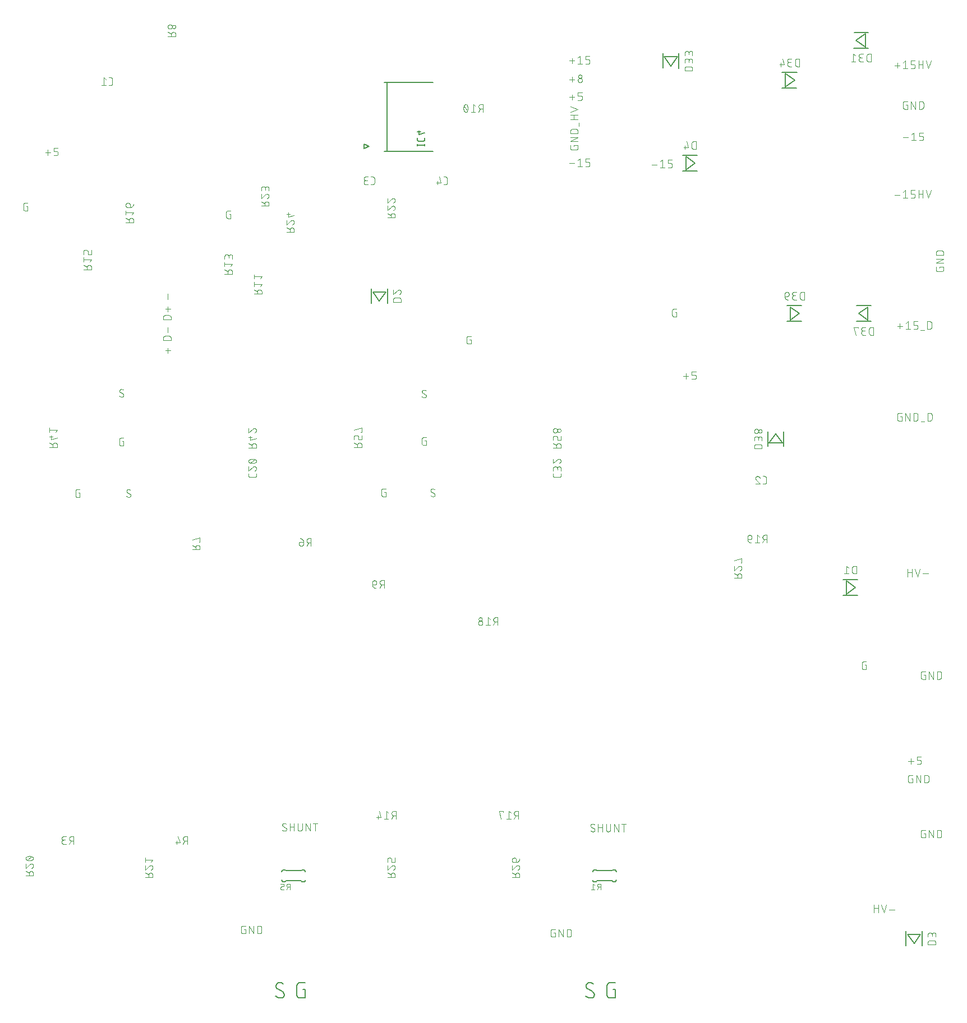
<source format=gbr>
G04 EAGLE Gerber RS-274X export*
G75*
%MOMM*%
%FSLAX34Y34*%
%LPD*%
%INSilkscreen Bottom*%
%IPPOS*%
%AMOC8*
5,1,8,0,0,1.08239X$1,22.5*%
G01*
%ADD10C,0.203200*%
%ADD11C,0.101600*%
%ADD12C,0.152400*%
%ADD13C,0.127000*%


D10*
X446701Y554990D02*
X446844Y554992D01*
X446987Y554998D01*
X447130Y555008D01*
X447272Y555022D01*
X447414Y555039D01*
X447556Y555061D01*
X447697Y555086D01*
X447837Y555116D01*
X447976Y555149D01*
X448114Y555186D01*
X448251Y555227D01*
X448387Y555271D01*
X448522Y555320D01*
X448655Y555372D01*
X448787Y555427D01*
X448917Y555487D01*
X449046Y555550D01*
X449173Y555616D01*
X449298Y555686D01*
X449420Y555759D01*
X449541Y555836D01*
X449660Y555916D01*
X449776Y555999D01*
X449891Y556085D01*
X450002Y556174D01*
X450112Y556267D01*
X450218Y556362D01*
X450322Y556461D01*
X450423Y556562D01*
X450522Y556666D01*
X450617Y556772D01*
X450710Y556882D01*
X450799Y556993D01*
X450885Y557108D01*
X450968Y557224D01*
X451048Y557343D01*
X451125Y557464D01*
X451198Y557587D01*
X451268Y557711D01*
X451334Y557838D01*
X451397Y557967D01*
X451457Y558097D01*
X451512Y558229D01*
X451564Y558362D01*
X451613Y558497D01*
X451657Y558633D01*
X451698Y558770D01*
X451735Y558908D01*
X451768Y559047D01*
X451798Y559187D01*
X451823Y559328D01*
X451845Y559470D01*
X451862Y559612D01*
X451876Y559754D01*
X451886Y559897D01*
X451892Y560040D01*
X451894Y560183D01*
X446701Y554990D02*
X446439Y554993D01*
X446176Y555003D01*
X445914Y555018D01*
X445653Y555040D01*
X445392Y555068D01*
X445132Y555103D01*
X444872Y555144D01*
X444614Y555190D01*
X444357Y555243D01*
X444101Y555303D01*
X443847Y555368D01*
X443594Y555439D01*
X443344Y555516D01*
X443095Y555600D01*
X442848Y555689D01*
X442603Y555784D01*
X442361Y555885D01*
X442121Y555992D01*
X441884Y556104D01*
X441650Y556222D01*
X441418Y556346D01*
X441190Y556475D01*
X440964Y556610D01*
X440742Y556750D01*
X440523Y556895D01*
X440308Y557045D01*
X440097Y557201D01*
X439889Y557361D01*
X439685Y557527D01*
X439486Y557697D01*
X439290Y557872D01*
X439099Y558051D01*
X438912Y558236D01*
X439561Y573165D02*
X439563Y573308D01*
X439569Y573451D01*
X439579Y573594D01*
X439593Y573736D01*
X439610Y573878D01*
X439632Y574020D01*
X439657Y574161D01*
X439687Y574301D01*
X439720Y574440D01*
X439757Y574578D01*
X439798Y574715D01*
X439842Y574851D01*
X439891Y574986D01*
X439943Y575119D01*
X439998Y575251D01*
X440058Y575381D01*
X440121Y575510D01*
X440187Y575637D01*
X440257Y575762D01*
X440330Y575884D01*
X440407Y576005D01*
X440487Y576124D01*
X440570Y576240D01*
X440656Y576355D01*
X440745Y576466D01*
X440838Y576576D01*
X440933Y576682D01*
X441032Y576786D01*
X441133Y576887D01*
X441237Y576986D01*
X441343Y577081D01*
X441453Y577174D01*
X441564Y577263D01*
X441679Y577349D01*
X441795Y577433D01*
X441914Y577512D01*
X442035Y577589D01*
X442158Y577662D01*
X442282Y577732D01*
X442409Y577798D01*
X442538Y577861D01*
X442668Y577921D01*
X442800Y577976D01*
X442933Y578028D01*
X443068Y578077D01*
X443204Y578121D01*
X443341Y578162D01*
X443479Y578199D01*
X443618Y578232D01*
X443758Y578262D01*
X443899Y578287D01*
X444041Y578309D01*
X444183Y578326D01*
X444325Y578340D01*
X444468Y578350D01*
X444611Y578356D01*
X444754Y578358D01*
X444986Y578355D01*
X445218Y578347D01*
X445450Y578333D01*
X445681Y578314D01*
X445912Y578289D01*
X446142Y578259D01*
X446371Y578223D01*
X446599Y578182D01*
X446827Y578135D01*
X447053Y578083D01*
X447278Y578025D01*
X447501Y577962D01*
X447723Y577894D01*
X447943Y577821D01*
X448161Y577742D01*
X448378Y577659D01*
X448592Y577570D01*
X448804Y577476D01*
X449014Y577377D01*
X449222Y577273D01*
X449426Y577164D01*
X449629Y577050D01*
X449828Y576931D01*
X450025Y576808D01*
X450218Y576680D01*
X450409Y576548D01*
X450596Y576411D01*
X442157Y568621D02*
X442034Y568696D01*
X441913Y568774D01*
X441794Y568856D01*
X441678Y568940D01*
X441564Y569028D01*
X441452Y569119D01*
X441342Y569213D01*
X441236Y569310D01*
X441132Y569410D01*
X441031Y569512D01*
X440932Y569618D01*
X440837Y569726D01*
X440744Y569836D01*
X440655Y569949D01*
X440569Y570065D01*
X440485Y570182D01*
X440406Y570302D01*
X440329Y570424D01*
X440256Y570548D01*
X440186Y570674D01*
X440120Y570802D01*
X440057Y570932D01*
X439998Y571063D01*
X439942Y571196D01*
X439890Y571331D01*
X439842Y571467D01*
X439797Y571604D01*
X439757Y571742D01*
X439720Y571881D01*
X439686Y572021D01*
X439657Y572162D01*
X439632Y572304D01*
X439610Y572447D01*
X439592Y572590D01*
X439579Y572733D01*
X439569Y572877D01*
X439563Y573021D01*
X439561Y573165D01*
X449298Y564727D02*
X449421Y564652D01*
X449542Y564574D01*
X449661Y564492D01*
X449777Y564408D01*
X449891Y564320D01*
X450003Y564229D01*
X450112Y564135D01*
X450219Y564038D01*
X450323Y563938D01*
X450424Y563836D01*
X450523Y563730D01*
X450618Y563622D01*
X450711Y563512D01*
X450800Y563399D01*
X450886Y563284D01*
X450969Y563166D01*
X451049Y563046D01*
X451126Y562924D01*
X451199Y562800D01*
X451269Y562674D01*
X451335Y562546D01*
X451398Y562416D01*
X451457Y562285D01*
X451513Y562152D01*
X451565Y562017D01*
X451613Y561881D01*
X451658Y561744D01*
X451698Y561606D01*
X451735Y561467D01*
X451769Y561327D01*
X451798Y561186D01*
X451823Y561044D01*
X451845Y560901D01*
X451863Y560758D01*
X451876Y560615D01*
X451886Y560471D01*
X451892Y560327D01*
X451894Y560183D01*
X449298Y564727D02*
X442158Y568621D01*
X480014Y567972D02*
X483908Y567972D01*
X483908Y554990D01*
X476119Y554990D01*
X475976Y554992D01*
X475833Y554998D01*
X475690Y555008D01*
X475548Y555022D01*
X475406Y555039D01*
X475264Y555061D01*
X475123Y555086D01*
X474983Y555116D01*
X474844Y555149D01*
X474706Y555186D01*
X474569Y555227D01*
X474433Y555271D01*
X474298Y555320D01*
X474165Y555372D01*
X474033Y555427D01*
X473903Y555487D01*
X473774Y555550D01*
X473647Y555616D01*
X473522Y555686D01*
X473400Y555759D01*
X473279Y555836D01*
X473160Y555916D01*
X473044Y555999D01*
X472929Y556085D01*
X472818Y556174D01*
X472708Y556267D01*
X472602Y556362D01*
X472498Y556461D01*
X472397Y556562D01*
X472298Y556666D01*
X472203Y556772D01*
X472110Y556882D01*
X472021Y556993D01*
X471935Y557108D01*
X471852Y557224D01*
X471772Y557343D01*
X471695Y557464D01*
X471622Y557587D01*
X471552Y557711D01*
X471486Y557838D01*
X471423Y557967D01*
X471363Y558097D01*
X471308Y558229D01*
X471256Y558362D01*
X471207Y558497D01*
X471163Y558633D01*
X471122Y558770D01*
X471085Y558908D01*
X471052Y559047D01*
X471022Y559187D01*
X470997Y559328D01*
X470975Y559470D01*
X470958Y559612D01*
X470944Y559754D01*
X470934Y559897D01*
X470928Y560040D01*
X470926Y560183D01*
X470926Y573165D01*
X470928Y573308D01*
X470934Y573451D01*
X470944Y573594D01*
X470958Y573736D01*
X470975Y573878D01*
X470997Y574020D01*
X471022Y574161D01*
X471052Y574301D01*
X471085Y574440D01*
X471122Y574578D01*
X471163Y574715D01*
X471207Y574851D01*
X471256Y574986D01*
X471308Y575119D01*
X471363Y575251D01*
X471423Y575381D01*
X471486Y575510D01*
X471552Y575637D01*
X471622Y575761D01*
X471695Y575884D01*
X471772Y576005D01*
X471852Y576124D01*
X471935Y576240D01*
X472021Y576355D01*
X472110Y576466D01*
X472203Y576576D01*
X472298Y576682D01*
X472397Y576786D01*
X472498Y576887D01*
X472602Y576986D01*
X472708Y577081D01*
X472818Y577174D01*
X472929Y577263D01*
X473044Y577349D01*
X473160Y577432D01*
X473279Y577512D01*
X473400Y577589D01*
X473522Y577662D01*
X473647Y577732D01*
X473774Y577798D01*
X473903Y577861D01*
X474033Y577921D01*
X474165Y577976D01*
X474298Y578028D01*
X474433Y578077D01*
X474569Y578121D01*
X474706Y578162D01*
X474844Y578199D01*
X474983Y578232D01*
X475123Y578262D01*
X475264Y578287D01*
X475406Y578309D01*
X475548Y578326D01*
X475690Y578340D01*
X475833Y578350D01*
X475976Y578356D01*
X476119Y578358D01*
X483908Y578358D01*
X914823Y554990D02*
X914966Y554992D01*
X915109Y554998D01*
X915252Y555008D01*
X915394Y555022D01*
X915536Y555039D01*
X915678Y555061D01*
X915819Y555086D01*
X915959Y555116D01*
X916098Y555149D01*
X916236Y555186D01*
X916373Y555227D01*
X916509Y555271D01*
X916644Y555320D01*
X916777Y555372D01*
X916909Y555427D01*
X917039Y555487D01*
X917168Y555550D01*
X917295Y555616D01*
X917420Y555686D01*
X917542Y555759D01*
X917663Y555836D01*
X917782Y555916D01*
X917898Y555999D01*
X918013Y556085D01*
X918124Y556174D01*
X918234Y556267D01*
X918340Y556362D01*
X918444Y556461D01*
X918545Y556562D01*
X918644Y556666D01*
X918739Y556772D01*
X918832Y556882D01*
X918921Y556993D01*
X919007Y557108D01*
X919090Y557224D01*
X919170Y557343D01*
X919247Y557464D01*
X919320Y557587D01*
X919390Y557711D01*
X919456Y557838D01*
X919519Y557967D01*
X919579Y558097D01*
X919634Y558229D01*
X919686Y558362D01*
X919735Y558497D01*
X919779Y558633D01*
X919820Y558770D01*
X919857Y558908D01*
X919890Y559047D01*
X919920Y559187D01*
X919945Y559328D01*
X919967Y559470D01*
X919984Y559612D01*
X919998Y559754D01*
X920008Y559897D01*
X920014Y560040D01*
X920016Y560183D01*
X914823Y554990D02*
X914561Y554993D01*
X914298Y555003D01*
X914036Y555018D01*
X913775Y555040D01*
X913514Y555068D01*
X913254Y555103D01*
X912994Y555144D01*
X912736Y555190D01*
X912479Y555243D01*
X912223Y555303D01*
X911969Y555368D01*
X911716Y555439D01*
X911466Y555516D01*
X911217Y555600D01*
X910970Y555689D01*
X910725Y555784D01*
X910483Y555885D01*
X910243Y555992D01*
X910006Y556104D01*
X909772Y556222D01*
X909540Y556346D01*
X909312Y556475D01*
X909086Y556610D01*
X908864Y556750D01*
X908645Y556895D01*
X908430Y557045D01*
X908219Y557201D01*
X908011Y557361D01*
X907807Y557527D01*
X907608Y557697D01*
X907412Y557872D01*
X907221Y558051D01*
X907034Y558236D01*
X907683Y573165D02*
X907685Y573308D01*
X907691Y573451D01*
X907701Y573594D01*
X907715Y573736D01*
X907732Y573878D01*
X907754Y574020D01*
X907779Y574161D01*
X907809Y574301D01*
X907842Y574440D01*
X907879Y574578D01*
X907920Y574715D01*
X907964Y574851D01*
X908013Y574986D01*
X908065Y575119D01*
X908120Y575251D01*
X908180Y575381D01*
X908243Y575510D01*
X908309Y575637D01*
X908379Y575762D01*
X908452Y575884D01*
X908529Y576005D01*
X908609Y576124D01*
X908692Y576240D01*
X908778Y576355D01*
X908867Y576466D01*
X908960Y576576D01*
X909055Y576682D01*
X909154Y576786D01*
X909255Y576887D01*
X909359Y576986D01*
X909465Y577081D01*
X909575Y577174D01*
X909686Y577263D01*
X909801Y577349D01*
X909917Y577433D01*
X910036Y577512D01*
X910157Y577589D01*
X910280Y577662D01*
X910404Y577732D01*
X910531Y577798D01*
X910660Y577861D01*
X910790Y577921D01*
X910922Y577976D01*
X911055Y578028D01*
X911190Y578077D01*
X911326Y578121D01*
X911463Y578162D01*
X911601Y578199D01*
X911740Y578232D01*
X911880Y578262D01*
X912021Y578287D01*
X912163Y578309D01*
X912305Y578326D01*
X912447Y578340D01*
X912590Y578350D01*
X912733Y578356D01*
X912876Y578358D01*
X913108Y578355D01*
X913340Y578347D01*
X913572Y578333D01*
X913803Y578314D01*
X914034Y578289D01*
X914264Y578259D01*
X914493Y578223D01*
X914721Y578182D01*
X914949Y578135D01*
X915175Y578083D01*
X915400Y578025D01*
X915623Y577962D01*
X915845Y577894D01*
X916065Y577821D01*
X916283Y577742D01*
X916500Y577659D01*
X916714Y577570D01*
X916926Y577476D01*
X917136Y577377D01*
X917344Y577273D01*
X917548Y577164D01*
X917751Y577050D01*
X917950Y576931D01*
X918147Y576808D01*
X918340Y576680D01*
X918531Y576548D01*
X918718Y576411D01*
X910279Y568621D02*
X910156Y568696D01*
X910035Y568774D01*
X909916Y568856D01*
X909800Y568940D01*
X909686Y569028D01*
X909574Y569119D01*
X909464Y569213D01*
X909358Y569310D01*
X909254Y569410D01*
X909153Y569512D01*
X909054Y569618D01*
X908959Y569726D01*
X908866Y569836D01*
X908777Y569949D01*
X908691Y570065D01*
X908607Y570182D01*
X908528Y570302D01*
X908451Y570424D01*
X908378Y570548D01*
X908308Y570674D01*
X908242Y570802D01*
X908179Y570932D01*
X908120Y571063D01*
X908064Y571196D01*
X908012Y571331D01*
X907964Y571467D01*
X907919Y571604D01*
X907879Y571742D01*
X907842Y571881D01*
X907808Y572021D01*
X907779Y572162D01*
X907754Y572304D01*
X907732Y572447D01*
X907714Y572590D01*
X907701Y572733D01*
X907691Y572877D01*
X907685Y573021D01*
X907683Y573165D01*
X917420Y564727D02*
X917543Y564652D01*
X917664Y564574D01*
X917783Y564492D01*
X917899Y564408D01*
X918013Y564320D01*
X918125Y564229D01*
X918234Y564135D01*
X918341Y564038D01*
X918445Y563938D01*
X918546Y563836D01*
X918645Y563730D01*
X918740Y563622D01*
X918833Y563512D01*
X918922Y563399D01*
X919008Y563284D01*
X919091Y563166D01*
X919171Y563046D01*
X919248Y562924D01*
X919321Y562800D01*
X919391Y562674D01*
X919457Y562546D01*
X919520Y562416D01*
X919579Y562285D01*
X919635Y562152D01*
X919687Y562017D01*
X919735Y561881D01*
X919780Y561744D01*
X919820Y561606D01*
X919857Y561467D01*
X919891Y561327D01*
X919920Y561186D01*
X919945Y561044D01*
X919967Y560901D01*
X919985Y560758D01*
X919998Y560615D01*
X920008Y560471D01*
X920014Y560327D01*
X920016Y560183D01*
X917420Y564727D02*
X910280Y568621D01*
X948136Y567972D02*
X952030Y567972D01*
X952030Y554990D01*
X944241Y554990D01*
X944098Y554992D01*
X943955Y554998D01*
X943812Y555008D01*
X943670Y555022D01*
X943528Y555039D01*
X943386Y555061D01*
X943245Y555086D01*
X943105Y555116D01*
X942966Y555149D01*
X942828Y555186D01*
X942691Y555227D01*
X942555Y555271D01*
X942420Y555320D01*
X942287Y555372D01*
X942155Y555427D01*
X942025Y555487D01*
X941896Y555550D01*
X941769Y555616D01*
X941645Y555686D01*
X941522Y555759D01*
X941401Y555836D01*
X941282Y555916D01*
X941166Y555999D01*
X941051Y556085D01*
X940940Y556174D01*
X940830Y556267D01*
X940724Y556362D01*
X940620Y556461D01*
X940519Y556562D01*
X940420Y556666D01*
X940325Y556772D01*
X940232Y556882D01*
X940143Y556993D01*
X940057Y557108D01*
X939974Y557224D01*
X939894Y557343D01*
X939817Y557464D01*
X939744Y557587D01*
X939674Y557711D01*
X939608Y557838D01*
X939545Y557967D01*
X939485Y558097D01*
X939430Y558229D01*
X939378Y558362D01*
X939329Y558497D01*
X939285Y558633D01*
X939244Y558770D01*
X939207Y558908D01*
X939174Y559047D01*
X939144Y559187D01*
X939119Y559328D01*
X939097Y559470D01*
X939080Y559612D01*
X939066Y559754D01*
X939056Y559897D01*
X939050Y560040D01*
X939048Y560183D01*
X939048Y573165D01*
X939050Y573308D01*
X939056Y573451D01*
X939066Y573594D01*
X939080Y573736D01*
X939097Y573878D01*
X939119Y574020D01*
X939144Y574161D01*
X939174Y574301D01*
X939207Y574440D01*
X939244Y574578D01*
X939285Y574715D01*
X939329Y574851D01*
X939378Y574986D01*
X939430Y575119D01*
X939485Y575251D01*
X939545Y575381D01*
X939608Y575510D01*
X939674Y575637D01*
X939744Y575761D01*
X939817Y575884D01*
X939894Y576005D01*
X939974Y576124D01*
X940057Y576240D01*
X940143Y576355D01*
X940232Y576466D01*
X940325Y576576D01*
X940420Y576682D01*
X940519Y576786D01*
X940620Y576887D01*
X940724Y576986D01*
X940830Y577081D01*
X940940Y577174D01*
X941051Y577263D01*
X941166Y577349D01*
X941282Y577432D01*
X941401Y577512D01*
X941522Y577589D01*
X941644Y577662D01*
X941769Y577732D01*
X941896Y577798D01*
X942025Y577861D01*
X942155Y577921D01*
X942287Y577976D01*
X942420Y578028D01*
X942555Y578077D01*
X942691Y578121D01*
X942828Y578162D01*
X942966Y578199D01*
X943105Y578232D01*
X943245Y578262D01*
X943386Y578287D01*
X943528Y578309D01*
X943670Y578326D01*
X943812Y578340D01*
X943955Y578350D01*
X944098Y578356D01*
X944241Y578358D01*
X952030Y578358D01*
D11*
X918041Y806196D02*
X918140Y806198D01*
X918240Y806204D01*
X918339Y806213D01*
X918437Y806226D01*
X918535Y806243D01*
X918633Y806264D01*
X918729Y806289D01*
X918824Y806317D01*
X918918Y806349D01*
X919011Y806384D01*
X919103Y806423D01*
X919193Y806466D01*
X919281Y806511D01*
X919368Y806561D01*
X919452Y806613D01*
X919535Y806669D01*
X919615Y806727D01*
X919693Y806789D01*
X919768Y806854D01*
X919841Y806922D01*
X919911Y806992D01*
X919979Y807065D01*
X920044Y807140D01*
X920106Y807218D01*
X920164Y807298D01*
X920220Y807381D01*
X920272Y807465D01*
X920322Y807552D01*
X920367Y807640D01*
X920410Y807730D01*
X920449Y807822D01*
X920484Y807915D01*
X920516Y808009D01*
X920544Y808104D01*
X920569Y808200D01*
X920590Y808298D01*
X920607Y808396D01*
X920620Y808494D01*
X920629Y808593D01*
X920635Y808693D01*
X920637Y808792D01*
X918041Y806196D02*
X917897Y806198D01*
X917752Y806204D01*
X917608Y806213D01*
X917465Y806226D01*
X917321Y806243D01*
X917178Y806264D01*
X917036Y806289D01*
X916895Y806317D01*
X916754Y806349D01*
X916614Y806385D01*
X916475Y806424D01*
X916337Y806467D01*
X916201Y806514D01*
X916065Y806564D01*
X915931Y806618D01*
X915799Y806675D01*
X915668Y806736D01*
X915539Y806800D01*
X915411Y806868D01*
X915285Y806938D01*
X915161Y807013D01*
X915040Y807090D01*
X914920Y807171D01*
X914802Y807254D01*
X914687Y807341D01*
X914574Y807431D01*
X914463Y807524D01*
X914355Y807619D01*
X914249Y807718D01*
X914146Y807819D01*
X914471Y815284D02*
X914473Y815383D01*
X914479Y815483D01*
X914488Y815582D01*
X914501Y815680D01*
X914518Y815778D01*
X914539Y815876D01*
X914564Y815972D01*
X914592Y816067D01*
X914624Y816161D01*
X914659Y816254D01*
X914698Y816346D01*
X914741Y816436D01*
X914786Y816524D01*
X914836Y816611D01*
X914888Y816695D01*
X914944Y816778D01*
X915002Y816858D01*
X915064Y816936D01*
X915129Y817011D01*
X915197Y817084D01*
X915267Y817154D01*
X915340Y817222D01*
X915415Y817287D01*
X915493Y817349D01*
X915573Y817407D01*
X915656Y817463D01*
X915740Y817515D01*
X915827Y817565D01*
X915915Y817610D01*
X916005Y817653D01*
X916097Y817692D01*
X916190Y817727D01*
X916284Y817759D01*
X916379Y817787D01*
X916476Y817812D01*
X916573Y817833D01*
X916671Y817850D01*
X916769Y817863D01*
X916868Y817872D01*
X916968Y817878D01*
X917067Y817880D01*
X917203Y817878D01*
X917339Y817872D01*
X917475Y817863D01*
X917611Y817850D01*
X917746Y817832D01*
X917880Y817812D01*
X918014Y817787D01*
X918148Y817759D01*
X918280Y817726D01*
X918411Y817691D01*
X918542Y817651D01*
X918671Y817608D01*
X918799Y817562D01*
X918925Y817511D01*
X919051Y817458D01*
X919174Y817400D01*
X919296Y817340D01*
X919416Y817276D01*
X919535Y817208D01*
X919651Y817138D01*
X919765Y817064D01*
X919878Y816987D01*
X919988Y816906D01*
X915769Y813012D02*
X915683Y813065D01*
X915599Y813122D01*
X915517Y813181D01*
X915437Y813244D01*
X915360Y813310D01*
X915285Y813378D01*
X915213Y813450D01*
X915144Y813524D01*
X915078Y813601D01*
X915015Y813680D01*
X914955Y813762D01*
X914898Y813846D01*
X914844Y813932D01*
X914794Y814020D01*
X914747Y814110D01*
X914703Y814201D01*
X914664Y814295D01*
X914627Y814389D01*
X914595Y814485D01*
X914566Y814583D01*
X914541Y814681D01*
X914520Y814780D01*
X914502Y814880D01*
X914489Y814980D01*
X914479Y815081D01*
X914473Y815183D01*
X914471Y815284D01*
X919339Y811064D02*
X919425Y811011D01*
X919509Y810954D01*
X919591Y810895D01*
X919671Y810832D01*
X919748Y810766D01*
X919823Y810698D01*
X919895Y810626D01*
X919964Y810552D01*
X920030Y810475D01*
X920093Y810396D01*
X920153Y810314D01*
X920210Y810230D01*
X920264Y810144D01*
X920314Y810056D01*
X920361Y809966D01*
X920405Y809875D01*
X920444Y809781D01*
X920481Y809687D01*
X920513Y809591D01*
X920542Y809493D01*
X920567Y809395D01*
X920588Y809296D01*
X920606Y809196D01*
X920619Y809096D01*
X920629Y808995D01*
X920635Y808893D01*
X920637Y808792D01*
X919339Y811064D02*
X915769Y813012D01*
X925576Y817880D02*
X925576Y806196D01*
X925576Y812687D02*
X932067Y812687D01*
X932067Y817880D02*
X932067Y806196D01*
X937768Y809442D02*
X937768Y817880D01*
X937767Y809442D02*
X937769Y809329D01*
X937775Y809216D01*
X937785Y809103D01*
X937799Y808990D01*
X937816Y808878D01*
X937838Y808767D01*
X937863Y808657D01*
X937893Y808547D01*
X937926Y808439D01*
X937963Y808332D01*
X938003Y808226D01*
X938048Y808122D01*
X938096Y808019D01*
X938147Y807918D01*
X938202Y807819D01*
X938260Y807722D01*
X938322Y807627D01*
X938387Y807534D01*
X938455Y807444D01*
X938526Y807356D01*
X938601Y807270D01*
X938678Y807187D01*
X938758Y807107D01*
X938841Y807030D01*
X938927Y806955D01*
X939015Y806884D01*
X939105Y806816D01*
X939198Y806751D01*
X939293Y806689D01*
X939390Y806631D01*
X939489Y806576D01*
X939590Y806525D01*
X939693Y806477D01*
X939797Y806432D01*
X939903Y806392D01*
X940010Y806355D01*
X940118Y806322D01*
X940228Y806292D01*
X940338Y806267D01*
X940449Y806245D01*
X940561Y806228D01*
X940674Y806214D01*
X940787Y806204D01*
X940900Y806198D01*
X941013Y806196D01*
X941126Y806198D01*
X941239Y806204D01*
X941352Y806214D01*
X941465Y806228D01*
X941577Y806245D01*
X941688Y806267D01*
X941798Y806292D01*
X941908Y806322D01*
X942016Y806355D01*
X942123Y806392D01*
X942229Y806432D01*
X942333Y806477D01*
X942436Y806525D01*
X942537Y806576D01*
X942636Y806631D01*
X942733Y806689D01*
X942828Y806751D01*
X942921Y806816D01*
X943011Y806884D01*
X943099Y806955D01*
X943185Y807030D01*
X943268Y807107D01*
X943348Y807187D01*
X943425Y807270D01*
X943500Y807356D01*
X943571Y807444D01*
X943639Y807534D01*
X943704Y807627D01*
X943766Y807722D01*
X943824Y807819D01*
X943879Y807918D01*
X943930Y808019D01*
X943978Y808122D01*
X944023Y808226D01*
X944063Y808332D01*
X944100Y808439D01*
X944133Y808547D01*
X944163Y808657D01*
X944188Y808767D01*
X944210Y808878D01*
X944227Y808990D01*
X944241Y809103D01*
X944251Y809216D01*
X944257Y809329D01*
X944259Y809442D01*
X944259Y817880D01*
X949960Y817880D02*
X949960Y806196D01*
X956451Y806196D02*
X949960Y817880D01*
X956451Y817880D02*
X956451Y806196D01*
X964254Y806196D02*
X964254Y817880D01*
X961009Y817880D02*
X967500Y817880D01*
X455309Y809808D02*
X455307Y809709D01*
X455301Y809609D01*
X455292Y809510D01*
X455279Y809412D01*
X455262Y809314D01*
X455241Y809216D01*
X455216Y809120D01*
X455188Y809025D01*
X455156Y808931D01*
X455121Y808838D01*
X455082Y808746D01*
X455039Y808656D01*
X454994Y808568D01*
X454944Y808481D01*
X454892Y808397D01*
X454836Y808314D01*
X454778Y808234D01*
X454716Y808156D01*
X454651Y808081D01*
X454583Y808008D01*
X454513Y807938D01*
X454440Y807870D01*
X454365Y807805D01*
X454287Y807743D01*
X454207Y807685D01*
X454124Y807629D01*
X454040Y807577D01*
X453953Y807527D01*
X453865Y807482D01*
X453775Y807439D01*
X453683Y807400D01*
X453590Y807365D01*
X453496Y807333D01*
X453401Y807305D01*
X453305Y807280D01*
X453207Y807259D01*
X453109Y807242D01*
X453011Y807229D01*
X452912Y807220D01*
X452812Y807214D01*
X452713Y807212D01*
X452569Y807214D01*
X452424Y807220D01*
X452280Y807229D01*
X452137Y807242D01*
X451993Y807259D01*
X451850Y807280D01*
X451708Y807305D01*
X451567Y807333D01*
X451426Y807365D01*
X451286Y807401D01*
X451147Y807440D01*
X451009Y807483D01*
X450873Y807530D01*
X450737Y807580D01*
X450603Y807634D01*
X450471Y807691D01*
X450340Y807752D01*
X450211Y807816D01*
X450083Y807884D01*
X449957Y807954D01*
X449833Y808029D01*
X449712Y808106D01*
X449592Y808187D01*
X449474Y808270D01*
X449359Y808357D01*
X449246Y808447D01*
X449135Y808540D01*
X449027Y808635D01*
X448921Y808734D01*
X448818Y808835D01*
X449143Y816300D02*
X449145Y816399D01*
X449151Y816499D01*
X449160Y816598D01*
X449173Y816696D01*
X449190Y816794D01*
X449211Y816892D01*
X449236Y816988D01*
X449264Y817083D01*
X449296Y817177D01*
X449331Y817270D01*
X449370Y817362D01*
X449413Y817452D01*
X449458Y817540D01*
X449508Y817627D01*
X449560Y817711D01*
X449616Y817794D01*
X449674Y817874D01*
X449736Y817952D01*
X449801Y818027D01*
X449869Y818100D01*
X449939Y818170D01*
X450012Y818238D01*
X450087Y818303D01*
X450165Y818365D01*
X450245Y818423D01*
X450328Y818479D01*
X450412Y818531D01*
X450499Y818581D01*
X450587Y818626D01*
X450677Y818669D01*
X450769Y818708D01*
X450862Y818743D01*
X450956Y818775D01*
X451051Y818803D01*
X451148Y818828D01*
X451245Y818849D01*
X451343Y818866D01*
X451441Y818879D01*
X451540Y818888D01*
X451640Y818894D01*
X451739Y818896D01*
X451875Y818894D01*
X452011Y818888D01*
X452147Y818879D01*
X452283Y818866D01*
X452418Y818848D01*
X452552Y818828D01*
X452686Y818803D01*
X452820Y818775D01*
X452952Y818742D01*
X453083Y818707D01*
X453214Y818667D01*
X453343Y818624D01*
X453471Y818578D01*
X453597Y818527D01*
X453723Y818474D01*
X453846Y818416D01*
X453968Y818356D01*
X454088Y818292D01*
X454207Y818224D01*
X454323Y818154D01*
X454437Y818080D01*
X454550Y818003D01*
X454660Y817922D01*
X450441Y814028D02*
X450355Y814081D01*
X450271Y814138D01*
X450189Y814197D01*
X450109Y814260D01*
X450032Y814326D01*
X449957Y814394D01*
X449885Y814466D01*
X449816Y814540D01*
X449750Y814617D01*
X449687Y814696D01*
X449627Y814778D01*
X449570Y814862D01*
X449516Y814948D01*
X449466Y815036D01*
X449419Y815126D01*
X449375Y815217D01*
X449336Y815311D01*
X449299Y815405D01*
X449267Y815501D01*
X449238Y815599D01*
X449213Y815697D01*
X449192Y815796D01*
X449174Y815896D01*
X449161Y815996D01*
X449151Y816097D01*
X449145Y816199D01*
X449143Y816300D01*
X454011Y812080D02*
X454097Y812027D01*
X454181Y811970D01*
X454263Y811911D01*
X454343Y811848D01*
X454420Y811782D01*
X454495Y811714D01*
X454567Y811642D01*
X454636Y811568D01*
X454702Y811491D01*
X454765Y811412D01*
X454825Y811330D01*
X454882Y811246D01*
X454936Y811160D01*
X454986Y811072D01*
X455033Y810982D01*
X455077Y810891D01*
X455116Y810797D01*
X455153Y810703D01*
X455185Y810607D01*
X455214Y810509D01*
X455239Y810411D01*
X455260Y810312D01*
X455278Y810212D01*
X455291Y810112D01*
X455301Y810011D01*
X455307Y809909D01*
X455309Y809808D01*
X454011Y812080D02*
X450441Y814028D01*
X460248Y818896D02*
X460248Y807212D01*
X460248Y813703D02*
X466739Y813703D01*
X466739Y818896D02*
X466739Y807212D01*
X472440Y810458D02*
X472440Y818896D01*
X472439Y810458D02*
X472441Y810345D01*
X472447Y810232D01*
X472457Y810119D01*
X472471Y810006D01*
X472488Y809894D01*
X472510Y809783D01*
X472535Y809673D01*
X472565Y809563D01*
X472598Y809455D01*
X472635Y809348D01*
X472675Y809242D01*
X472720Y809138D01*
X472768Y809035D01*
X472819Y808934D01*
X472874Y808835D01*
X472932Y808738D01*
X472994Y808643D01*
X473059Y808550D01*
X473127Y808460D01*
X473198Y808372D01*
X473273Y808286D01*
X473350Y808203D01*
X473430Y808123D01*
X473513Y808046D01*
X473599Y807971D01*
X473687Y807900D01*
X473777Y807832D01*
X473870Y807767D01*
X473965Y807705D01*
X474062Y807647D01*
X474161Y807592D01*
X474262Y807541D01*
X474365Y807493D01*
X474469Y807448D01*
X474575Y807408D01*
X474682Y807371D01*
X474790Y807338D01*
X474900Y807308D01*
X475010Y807283D01*
X475121Y807261D01*
X475233Y807244D01*
X475346Y807230D01*
X475459Y807220D01*
X475572Y807214D01*
X475685Y807212D01*
X475798Y807214D01*
X475911Y807220D01*
X476024Y807230D01*
X476137Y807244D01*
X476249Y807261D01*
X476360Y807283D01*
X476470Y807308D01*
X476580Y807338D01*
X476688Y807371D01*
X476795Y807408D01*
X476901Y807448D01*
X477005Y807493D01*
X477108Y807541D01*
X477209Y807592D01*
X477308Y807647D01*
X477405Y807705D01*
X477500Y807767D01*
X477593Y807832D01*
X477683Y807900D01*
X477771Y807971D01*
X477857Y808046D01*
X477940Y808123D01*
X478020Y808203D01*
X478097Y808286D01*
X478172Y808372D01*
X478243Y808460D01*
X478311Y808550D01*
X478376Y808643D01*
X478438Y808738D01*
X478496Y808835D01*
X478551Y808934D01*
X478602Y809035D01*
X478650Y809138D01*
X478695Y809242D01*
X478735Y809348D01*
X478772Y809455D01*
X478805Y809563D01*
X478835Y809673D01*
X478860Y809783D01*
X478882Y809894D01*
X478899Y810006D01*
X478913Y810119D01*
X478923Y810232D01*
X478929Y810345D01*
X478931Y810458D01*
X478931Y818896D01*
X484632Y818896D02*
X484632Y807212D01*
X491123Y807212D02*
X484632Y818896D01*
X491123Y818896D02*
X491123Y807212D01*
X498926Y807212D02*
X498926Y818896D01*
X495681Y818896D02*
X502172Y818896D01*
X1417546Y803543D02*
X1419493Y803543D01*
X1419493Y797052D01*
X1415598Y797052D01*
X1415499Y797054D01*
X1415399Y797060D01*
X1415300Y797069D01*
X1415202Y797082D01*
X1415104Y797099D01*
X1415006Y797120D01*
X1414910Y797145D01*
X1414815Y797173D01*
X1414721Y797205D01*
X1414628Y797240D01*
X1414536Y797279D01*
X1414446Y797322D01*
X1414358Y797367D01*
X1414271Y797417D01*
X1414187Y797469D01*
X1414104Y797525D01*
X1414024Y797583D01*
X1413946Y797645D01*
X1413871Y797710D01*
X1413798Y797778D01*
X1413728Y797848D01*
X1413660Y797921D01*
X1413595Y797996D01*
X1413533Y798074D01*
X1413475Y798154D01*
X1413419Y798237D01*
X1413367Y798321D01*
X1413317Y798408D01*
X1413272Y798496D01*
X1413229Y798586D01*
X1413190Y798678D01*
X1413155Y798771D01*
X1413123Y798865D01*
X1413095Y798960D01*
X1413070Y799056D01*
X1413049Y799154D01*
X1413032Y799252D01*
X1413019Y799350D01*
X1413010Y799449D01*
X1413004Y799549D01*
X1413002Y799648D01*
X1413002Y806140D01*
X1413004Y806239D01*
X1413010Y806339D01*
X1413019Y806438D01*
X1413032Y806536D01*
X1413049Y806634D01*
X1413070Y806732D01*
X1413095Y806828D01*
X1413123Y806923D01*
X1413155Y807017D01*
X1413190Y807110D01*
X1413229Y807202D01*
X1413272Y807292D01*
X1413317Y807380D01*
X1413367Y807467D01*
X1413419Y807551D01*
X1413475Y807634D01*
X1413533Y807714D01*
X1413595Y807792D01*
X1413660Y807867D01*
X1413728Y807940D01*
X1413798Y808010D01*
X1413871Y808078D01*
X1413946Y808143D01*
X1414024Y808205D01*
X1414104Y808263D01*
X1414187Y808319D01*
X1414271Y808371D01*
X1414358Y808421D01*
X1414446Y808466D01*
X1414536Y808509D01*
X1414628Y808548D01*
X1414720Y808583D01*
X1414815Y808615D01*
X1414910Y808643D01*
X1415006Y808668D01*
X1415104Y808689D01*
X1415202Y808706D01*
X1415300Y808719D01*
X1415399Y808728D01*
X1415499Y808734D01*
X1415598Y808736D01*
X1419493Y808736D01*
X1425194Y808736D02*
X1425194Y797052D01*
X1431685Y797052D02*
X1425194Y808736D01*
X1431685Y808736D02*
X1431685Y797052D01*
X1437386Y797052D02*
X1437386Y808736D01*
X1440631Y808736D01*
X1440744Y808734D01*
X1440857Y808728D01*
X1440970Y808718D01*
X1441083Y808704D01*
X1441195Y808687D01*
X1441306Y808665D01*
X1441416Y808640D01*
X1441526Y808610D01*
X1441634Y808577D01*
X1441741Y808540D01*
X1441847Y808500D01*
X1441951Y808455D01*
X1442054Y808407D01*
X1442155Y808356D01*
X1442254Y808301D01*
X1442351Y808243D01*
X1442446Y808181D01*
X1442539Y808116D01*
X1442629Y808048D01*
X1442717Y807977D01*
X1442803Y807902D01*
X1442886Y807825D01*
X1442966Y807745D01*
X1443043Y807662D01*
X1443118Y807576D01*
X1443189Y807488D01*
X1443257Y807398D01*
X1443322Y807305D01*
X1443384Y807210D01*
X1443442Y807113D01*
X1443497Y807014D01*
X1443548Y806913D01*
X1443596Y806810D01*
X1443641Y806706D01*
X1443681Y806600D01*
X1443718Y806493D01*
X1443751Y806385D01*
X1443781Y806275D01*
X1443806Y806165D01*
X1443828Y806054D01*
X1443845Y805942D01*
X1443859Y805829D01*
X1443869Y805716D01*
X1443875Y805603D01*
X1443877Y805490D01*
X1443877Y800298D01*
X1443878Y800298D02*
X1443876Y800185D01*
X1443870Y800072D01*
X1443860Y799959D01*
X1443846Y799846D01*
X1443829Y799734D01*
X1443807Y799623D01*
X1443782Y799513D01*
X1443752Y799403D01*
X1443719Y799295D01*
X1443682Y799188D01*
X1443642Y799082D01*
X1443597Y798978D01*
X1443549Y798875D01*
X1443498Y798774D01*
X1443443Y798675D01*
X1443385Y798578D01*
X1443323Y798483D01*
X1443258Y798390D01*
X1443190Y798300D01*
X1443119Y798212D01*
X1443044Y798126D01*
X1442967Y798043D01*
X1442887Y797963D01*
X1442804Y797886D01*
X1442718Y797811D01*
X1442630Y797740D01*
X1442540Y797672D01*
X1442447Y797607D01*
X1442352Y797545D01*
X1442255Y797487D01*
X1442156Y797432D01*
X1442055Y797381D01*
X1441952Y797333D01*
X1441848Y797288D01*
X1441742Y797248D01*
X1441635Y797211D01*
X1441527Y797178D01*
X1441417Y797148D01*
X1441307Y797123D01*
X1441196Y797101D01*
X1441084Y797084D01*
X1440971Y797070D01*
X1440858Y797060D01*
X1440745Y797054D01*
X1440632Y797052D01*
X1440631Y797052D02*
X1437386Y797052D01*
X1419493Y1043065D02*
X1417546Y1043065D01*
X1419493Y1043065D02*
X1419493Y1036574D01*
X1415598Y1036574D01*
X1415499Y1036576D01*
X1415399Y1036582D01*
X1415300Y1036591D01*
X1415202Y1036604D01*
X1415104Y1036621D01*
X1415006Y1036642D01*
X1414910Y1036667D01*
X1414815Y1036695D01*
X1414721Y1036727D01*
X1414628Y1036762D01*
X1414536Y1036801D01*
X1414446Y1036844D01*
X1414358Y1036889D01*
X1414271Y1036939D01*
X1414187Y1036991D01*
X1414104Y1037047D01*
X1414024Y1037105D01*
X1413946Y1037167D01*
X1413871Y1037232D01*
X1413798Y1037300D01*
X1413728Y1037370D01*
X1413660Y1037443D01*
X1413595Y1037518D01*
X1413533Y1037596D01*
X1413475Y1037676D01*
X1413419Y1037759D01*
X1413367Y1037843D01*
X1413317Y1037930D01*
X1413272Y1038018D01*
X1413229Y1038108D01*
X1413190Y1038200D01*
X1413155Y1038293D01*
X1413123Y1038387D01*
X1413095Y1038482D01*
X1413070Y1038578D01*
X1413049Y1038676D01*
X1413032Y1038774D01*
X1413019Y1038872D01*
X1413010Y1038971D01*
X1413004Y1039071D01*
X1413002Y1039170D01*
X1413002Y1045662D01*
X1413004Y1045761D01*
X1413010Y1045861D01*
X1413019Y1045960D01*
X1413032Y1046058D01*
X1413049Y1046156D01*
X1413070Y1046254D01*
X1413095Y1046350D01*
X1413123Y1046445D01*
X1413155Y1046539D01*
X1413190Y1046632D01*
X1413229Y1046724D01*
X1413272Y1046814D01*
X1413317Y1046902D01*
X1413367Y1046989D01*
X1413419Y1047073D01*
X1413475Y1047156D01*
X1413533Y1047236D01*
X1413595Y1047314D01*
X1413660Y1047389D01*
X1413728Y1047462D01*
X1413798Y1047532D01*
X1413871Y1047600D01*
X1413946Y1047665D01*
X1414024Y1047727D01*
X1414104Y1047785D01*
X1414187Y1047841D01*
X1414271Y1047893D01*
X1414358Y1047943D01*
X1414446Y1047988D01*
X1414536Y1048031D01*
X1414628Y1048070D01*
X1414720Y1048105D01*
X1414815Y1048137D01*
X1414910Y1048165D01*
X1415006Y1048190D01*
X1415104Y1048211D01*
X1415202Y1048228D01*
X1415300Y1048241D01*
X1415399Y1048250D01*
X1415499Y1048256D01*
X1415598Y1048258D01*
X1419493Y1048258D01*
X1425194Y1048258D02*
X1425194Y1036574D01*
X1431685Y1036574D02*
X1425194Y1048258D01*
X1431685Y1048258D02*
X1431685Y1036574D01*
X1437386Y1036574D02*
X1437386Y1048258D01*
X1440631Y1048258D01*
X1440744Y1048256D01*
X1440857Y1048250D01*
X1440970Y1048240D01*
X1441083Y1048226D01*
X1441195Y1048209D01*
X1441306Y1048187D01*
X1441416Y1048162D01*
X1441526Y1048132D01*
X1441634Y1048099D01*
X1441741Y1048062D01*
X1441847Y1048022D01*
X1441951Y1047977D01*
X1442054Y1047929D01*
X1442155Y1047878D01*
X1442254Y1047823D01*
X1442351Y1047765D01*
X1442446Y1047703D01*
X1442539Y1047638D01*
X1442629Y1047570D01*
X1442717Y1047499D01*
X1442803Y1047424D01*
X1442886Y1047347D01*
X1442966Y1047267D01*
X1443043Y1047184D01*
X1443118Y1047098D01*
X1443189Y1047010D01*
X1443257Y1046920D01*
X1443322Y1046827D01*
X1443384Y1046732D01*
X1443442Y1046635D01*
X1443497Y1046536D01*
X1443548Y1046435D01*
X1443596Y1046332D01*
X1443641Y1046228D01*
X1443681Y1046122D01*
X1443718Y1046015D01*
X1443751Y1045907D01*
X1443781Y1045797D01*
X1443806Y1045687D01*
X1443828Y1045576D01*
X1443845Y1045464D01*
X1443859Y1045351D01*
X1443869Y1045238D01*
X1443875Y1045125D01*
X1443877Y1045012D01*
X1443877Y1039820D01*
X1443878Y1039820D02*
X1443876Y1039707D01*
X1443870Y1039594D01*
X1443860Y1039481D01*
X1443846Y1039368D01*
X1443829Y1039256D01*
X1443807Y1039145D01*
X1443782Y1039035D01*
X1443752Y1038925D01*
X1443719Y1038817D01*
X1443682Y1038710D01*
X1443642Y1038604D01*
X1443597Y1038500D01*
X1443549Y1038397D01*
X1443498Y1038296D01*
X1443443Y1038197D01*
X1443385Y1038100D01*
X1443323Y1038005D01*
X1443258Y1037912D01*
X1443190Y1037822D01*
X1443119Y1037734D01*
X1443044Y1037648D01*
X1442967Y1037565D01*
X1442887Y1037485D01*
X1442804Y1037408D01*
X1442718Y1037333D01*
X1442630Y1037262D01*
X1442540Y1037194D01*
X1442447Y1037129D01*
X1442352Y1037067D01*
X1442255Y1037009D01*
X1442156Y1036954D01*
X1442055Y1036903D01*
X1441952Y1036855D01*
X1441848Y1036810D01*
X1441742Y1036770D01*
X1441635Y1036733D01*
X1441527Y1036700D01*
X1441417Y1036670D01*
X1441307Y1036645D01*
X1441196Y1036623D01*
X1441084Y1036606D01*
X1440971Y1036592D01*
X1440858Y1036582D01*
X1440745Y1036576D01*
X1440632Y1036574D01*
X1440631Y1036574D02*
X1437386Y1036574D01*
X1392682Y1191260D02*
X1392682Y1202944D01*
X1392682Y1197751D02*
X1399173Y1197751D01*
X1399173Y1202944D02*
X1399173Y1191260D01*
X1407739Y1191260D02*
X1403844Y1202944D01*
X1411633Y1202944D02*
X1407739Y1191260D01*
X1416036Y1195804D02*
X1423825Y1195804D01*
X1341882Y695706D02*
X1341882Y684022D01*
X1341882Y690513D02*
X1348373Y690513D01*
X1348373Y695706D02*
X1348373Y684022D01*
X1356939Y684022D02*
X1353044Y695706D01*
X1360833Y695706D02*
X1356939Y684022D01*
X1365236Y688566D02*
X1373025Y688566D01*
X1440801Y1657322D02*
X1440801Y1659269D01*
X1447292Y1659269D01*
X1447292Y1655374D01*
X1447290Y1655275D01*
X1447284Y1655175D01*
X1447275Y1655076D01*
X1447262Y1654978D01*
X1447245Y1654880D01*
X1447224Y1654782D01*
X1447199Y1654686D01*
X1447171Y1654591D01*
X1447139Y1654497D01*
X1447104Y1654404D01*
X1447065Y1654312D01*
X1447022Y1654222D01*
X1446977Y1654134D01*
X1446927Y1654047D01*
X1446875Y1653963D01*
X1446819Y1653880D01*
X1446761Y1653800D01*
X1446699Y1653722D01*
X1446634Y1653647D01*
X1446566Y1653574D01*
X1446496Y1653504D01*
X1446423Y1653436D01*
X1446348Y1653371D01*
X1446270Y1653309D01*
X1446190Y1653251D01*
X1446107Y1653195D01*
X1446023Y1653143D01*
X1445936Y1653093D01*
X1445848Y1653048D01*
X1445758Y1653005D01*
X1445666Y1652966D01*
X1445573Y1652931D01*
X1445479Y1652899D01*
X1445384Y1652871D01*
X1445288Y1652846D01*
X1445190Y1652825D01*
X1445092Y1652808D01*
X1444994Y1652795D01*
X1444895Y1652786D01*
X1444795Y1652780D01*
X1444696Y1652778D01*
X1438204Y1652778D01*
X1438105Y1652780D01*
X1438005Y1652786D01*
X1437906Y1652795D01*
X1437808Y1652808D01*
X1437710Y1652826D01*
X1437612Y1652846D01*
X1437516Y1652871D01*
X1437420Y1652899D01*
X1437326Y1652931D01*
X1437233Y1652966D01*
X1437142Y1653005D01*
X1437052Y1653048D01*
X1436963Y1653093D01*
X1436877Y1653143D01*
X1436792Y1653195D01*
X1436710Y1653251D01*
X1436630Y1653310D01*
X1436552Y1653371D01*
X1436476Y1653436D01*
X1436403Y1653504D01*
X1436333Y1653574D01*
X1436265Y1653647D01*
X1436200Y1653723D01*
X1436139Y1653801D01*
X1436080Y1653881D01*
X1436024Y1653963D01*
X1435972Y1654048D01*
X1435923Y1654134D01*
X1435877Y1654223D01*
X1435834Y1654313D01*
X1435795Y1654404D01*
X1435760Y1654497D01*
X1435728Y1654591D01*
X1435700Y1654687D01*
X1435675Y1654783D01*
X1435655Y1654881D01*
X1435637Y1654979D01*
X1435624Y1655077D01*
X1435615Y1655176D01*
X1435609Y1655275D01*
X1435607Y1655375D01*
X1435608Y1655374D02*
X1435608Y1659269D01*
X1435608Y1664970D02*
X1447292Y1664970D01*
X1447292Y1671461D02*
X1435608Y1664970D01*
X1435608Y1671461D02*
X1447292Y1671461D01*
X1447292Y1677162D02*
X1435608Y1677162D01*
X1435608Y1680407D01*
X1435610Y1680520D01*
X1435616Y1680633D01*
X1435626Y1680746D01*
X1435640Y1680859D01*
X1435657Y1680971D01*
X1435679Y1681082D01*
X1435704Y1681192D01*
X1435734Y1681302D01*
X1435767Y1681410D01*
X1435804Y1681517D01*
X1435844Y1681623D01*
X1435889Y1681727D01*
X1435937Y1681830D01*
X1435988Y1681931D01*
X1436043Y1682030D01*
X1436101Y1682127D01*
X1436163Y1682222D01*
X1436228Y1682315D01*
X1436296Y1682405D01*
X1436367Y1682493D01*
X1436442Y1682579D01*
X1436519Y1682662D01*
X1436599Y1682742D01*
X1436682Y1682819D01*
X1436768Y1682894D01*
X1436856Y1682965D01*
X1436946Y1683033D01*
X1437039Y1683098D01*
X1437134Y1683160D01*
X1437231Y1683218D01*
X1437330Y1683273D01*
X1437431Y1683324D01*
X1437534Y1683372D01*
X1437638Y1683417D01*
X1437744Y1683457D01*
X1437851Y1683494D01*
X1437959Y1683527D01*
X1438069Y1683557D01*
X1438179Y1683582D01*
X1438290Y1683604D01*
X1438402Y1683621D01*
X1438515Y1683635D01*
X1438628Y1683645D01*
X1438741Y1683651D01*
X1438854Y1683653D01*
X1444046Y1683653D01*
X1444046Y1683654D02*
X1444159Y1683652D01*
X1444272Y1683646D01*
X1444385Y1683636D01*
X1444498Y1683622D01*
X1444610Y1683605D01*
X1444721Y1683583D01*
X1444831Y1683558D01*
X1444941Y1683528D01*
X1445049Y1683495D01*
X1445156Y1683458D01*
X1445262Y1683418D01*
X1445366Y1683373D01*
X1445469Y1683325D01*
X1445570Y1683274D01*
X1445669Y1683219D01*
X1445766Y1683161D01*
X1445861Y1683099D01*
X1445954Y1683034D01*
X1446044Y1682966D01*
X1446132Y1682895D01*
X1446218Y1682820D01*
X1446301Y1682743D01*
X1446381Y1682663D01*
X1446458Y1682580D01*
X1446533Y1682494D01*
X1446604Y1682406D01*
X1446672Y1682316D01*
X1446737Y1682223D01*
X1446799Y1682128D01*
X1446857Y1682031D01*
X1446912Y1681932D01*
X1446963Y1681831D01*
X1447011Y1681728D01*
X1447056Y1681624D01*
X1447096Y1681518D01*
X1447133Y1681411D01*
X1447166Y1681303D01*
X1447196Y1681193D01*
X1447221Y1681083D01*
X1447243Y1680972D01*
X1447260Y1680860D01*
X1447274Y1680747D01*
X1447284Y1680634D01*
X1447290Y1680521D01*
X1447292Y1680408D01*
X1447292Y1680407D02*
X1447292Y1677162D01*
X1393867Y1854934D02*
X1386078Y1854934D01*
X1398919Y1859478D02*
X1402165Y1862074D01*
X1402165Y1850390D01*
X1405410Y1850390D02*
X1398919Y1850390D01*
X1410349Y1850390D02*
X1414244Y1850390D01*
X1414343Y1850392D01*
X1414443Y1850398D01*
X1414542Y1850407D01*
X1414640Y1850420D01*
X1414738Y1850437D01*
X1414836Y1850458D01*
X1414932Y1850483D01*
X1415027Y1850511D01*
X1415121Y1850543D01*
X1415214Y1850578D01*
X1415306Y1850617D01*
X1415396Y1850660D01*
X1415484Y1850705D01*
X1415571Y1850755D01*
X1415655Y1850807D01*
X1415738Y1850863D01*
X1415818Y1850921D01*
X1415896Y1850983D01*
X1415971Y1851048D01*
X1416044Y1851116D01*
X1416114Y1851186D01*
X1416182Y1851259D01*
X1416247Y1851334D01*
X1416309Y1851412D01*
X1416367Y1851492D01*
X1416423Y1851575D01*
X1416475Y1851659D01*
X1416525Y1851746D01*
X1416570Y1851834D01*
X1416613Y1851924D01*
X1416652Y1852016D01*
X1416687Y1852109D01*
X1416719Y1852203D01*
X1416747Y1852298D01*
X1416772Y1852394D01*
X1416793Y1852492D01*
X1416810Y1852590D01*
X1416823Y1852688D01*
X1416832Y1852787D01*
X1416838Y1852887D01*
X1416840Y1852986D01*
X1416840Y1854285D01*
X1416838Y1854384D01*
X1416832Y1854484D01*
X1416823Y1854583D01*
X1416810Y1854681D01*
X1416793Y1854779D01*
X1416772Y1854877D01*
X1416747Y1854973D01*
X1416719Y1855068D01*
X1416687Y1855162D01*
X1416652Y1855255D01*
X1416613Y1855347D01*
X1416570Y1855437D01*
X1416525Y1855525D01*
X1416475Y1855612D01*
X1416423Y1855696D01*
X1416367Y1855779D01*
X1416309Y1855859D01*
X1416247Y1855937D01*
X1416182Y1856012D01*
X1416114Y1856085D01*
X1416044Y1856155D01*
X1415971Y1856223D01*
X1415896Y1856288D01*
X1415818Y1856350D01*
X1415738Y1856408D01*
X1415655Y1856464D01*
X1415571Y1856516D01*
X1415484Y1856566D01*
X1415396Y1856611D01*
X1415306Y1856654D01*
X1415214Y1856693D01*
X1415121Y1856728D01*
X1415027Y1856760D01*
X1414932Y1856788D01*
X1414836Y1856813D01*
X1414738Y1856834D01*
X1414640Y1856851D01*
X1414542Y1856864D01*
X1414443Y1856873D01*
X1414343Y1856879D01*
X1414244Y1856881D01*
X1410349Y1856881D01*
X1410349Y1862074D01*
X1416840Y1862074D01*
X1392569Y1904125D02*
X1390622Y1904125D01*
X1392569Y1904125D02*
X1392569Y1897634D01*
X1388674Y1897634D01*
X1388575Y1897636D01*
X1388475Y1897642D01*
X1388376Y1897651D01*
X1388278Y1897664D01*
X1388180Y1897681D01*
X1388082Y1897702D01*
X1387986Y1897727D01*
X1387891Y1897755D01*
X1387797Y1897787D01*
X1387704Y1897822D01*
X1387612Y1897861D01*
X1387522Y1897904D01*
X1387434Y1897949D01*
X1387347Y1897999D01*
X1387263Y1898051D01*
X1387180Y1898107D01*
X1387100Y1898165D01*
X1387022Y1898227D01*
X1386947Y1898292D01*
X1386874Y1898360D01*
X1386804Y1898430D01*
X1386736Y1898503D01*
X1386671Y1898578D01*
X1386609Y1898656D01*
X1386551Y1898736D01*
X1386495Y1898819D01*
X1386443Y1898903D01*
X1386393Y1898990D01*
X1386348Y1899078D01*
X1386305Y1899168D01*
X1386266Y1899260D01*
X1386231Y1899353D01*
X1386199Y1899447D01*
X1386171Y1899542D01*
X1386146Y1899638D01*
X1386125Y1899736D01*
X1386108Y1899834D01*
X1386095Y1899932D01*
X1386086Y1900031D01*
X1386080Y1900131D01*
X1386078Y1900230D01*
X1386078Y1906722D01*
X1386080Y1906821D01*
X1386086Y1906921D01*
X1386095Y1907020D01*
X1386108Y1907118D01*
X1386125Y1907216D01*
X1386146Y1907314D01*
X1386171Y1907410D01*
X1386199Y1907505D01*
X1386231Y1907599D01*
X1386266Y1907692D01*
X1386305Y1907784D01*
X1386348Y1907874D01*
X1386393Y1907962D01*
X1386443Y1908049D01*
X1386495Y1908133D01*
X1386551Y1908216D01*
X1386609Y1908296D01*
X1386671Y1908374D01*
X1386736Y1908449D01*
X1386804Y1908522D01*
X1386874Y1908592D01*
X1386947Y1908660D01*
X1387022Y1908725D01*
X1387100Y1908787D01*
X1387180Y1908845D01*
X1387263Y1908901D01*
X1387347Y1908953D01*
X1387434Y1909003D01*
X1387522Y1909048D01*
X1387612Y1909091D01*
X1387704Y1909130D01*
X1387796Y1909165D01*
X1387891Y1909197D01*
X1387986Y1909225D01*
X1388082Y1909250D01*
X1388180Y1909271D01*
X1388278Y1909288D01*
X1388376Y1909301D01*
X1388475Y1909310D01*
X1388575Y1909316D01*
X1388674Y1909318D01*
X1392569Y1909318D01*
X1398270Y1909318D02*
X1398270Y1897634D01*
X1404761Y1897634D02*
X1398270Y1909318D01*
X1404761Y1909318D02*
X1404761Y1897634D01*
X1410462Y1897634D02*
X1410462Y1909318D01*
X1413707Y1909318D01*
X1413820Y1909316D01*
X1413933Y1909310D01*
X1414046Y1909300D01*
X1414159Y1909286D01*
X1414271Y1909269D01*
X1414382Y1909247D01*
X1414492Y1909222D01*
X1414602Y1909192D01*
X1414710Y1909159D01*
X1414817Y1909122D01*
X1414923Y1909082D01*
X1415027Y1909037D01*
X1415130Y1908989D01*
X1415231Y1908938D01*
X1415330Y1908883D01*
X1415427Y1908825D01*
X1415522Y1908763D01*
X1415615Y1908698D01*
X1415705Y1908630D01*
X1415793Y1908559D01*
X1415879Y1908484D01*
X1415962Y1908407D01*
X1416042Y1908327D01*
X1416119Y1908244D01*
X1416194Y1908158D01*
X1416265Y1908070D01*
X1416333Y1907980D01*
X1416398Y1907887D01*
X1416460Y1907792D01*
X1416518Y1907695D01*
X1416573Y1907596D01*
X1416624Y1907495D01*
X1416672Y1907392D01*
X1416717Y1907288D01*
X1416757Y1907182D01*
X1416794Y1907075D01*
X1416827Y1906967D01*
X1416857Y1906857D01*
X1416882Y1906747D01*
X1416904Y1906636D01*
X1416921Y1906524D01*
X1416935Y1906411D01*
X1416945Y1906298D01*
X1416951Y1906185D01*
X1416953Y1906072D01*
X1416953Y1900880D01*
X1416954Y1900880D02*
X1416952Y1900767D01*
X1416946Y1900654D01*
X1416936Y1900541D01*
X1416922Y1900428D01*
X1416905Y1900316D01*
X1416883Y1900205D01*
X1416858Y1900095D01*
X1416828Y1899985D01*
X1416795Y1899877D01*
X1416758Y1899770D01*
X1416718Y1899664D01*
X1416673Y1899560D01*
X1416625Y1899457D01*
X1416574Y1899356D01*
X1416519Y1899257D01*
X1416461Y1899160D01*
X1416399Y1899065D01*
X1416334Y1898972D01*
X1416266Y1898882D01*
X1416195Y1898794D01*
X1416120Y1898708D01*
X1416043Y1898625D01*
X1415963Y1898545D01*
X1415880Y1898468D01*
X1415794Y1898393D01*
X1415706Y1898322D01*
X1415616Y1898254D01*
X1415523Y1898189D01*
X1415428Y1898127D01*
X1415331Y1898069D01*
X1415232Y1898014D01*
X1415131Y1897963D01*
X1415028Y1897915D01*
X1414924Y1897870D01*
X1414818Y1897830D01*
X1414711Y1897793D01*
X1414603Y1897760D01*
X1414493Y1897730D01*
X1414383Y1897705D01*
X1414272Y1897683D01*
X1414160Y1897666D01*
X1414047Y1897652D01*
X1413934Y1897642D01*
X1413821Y1897636D01*
X1413708Y1897634D01*
X1413707Y1897634D02*
X1410462Y1897634D01*
X1381167Y1963392D02*
X1373378Y1963392D01*
X1377273Y1967286D02*
X1377273Y1959497D01*
X1386219Y1967936D02*
X1389465Y1970532D01*
X1389465Y1958848D01*
X1392710Y1958848D02*
X1386219Y1958848D01*
X1397649Y1958848D02*
X1401544Y1958848D01*
X1401643Y1958850D01*
X1401743Y1958856D01*
X1401842Y1958865D01*
X1401940Y1958878D01*
X1402038Y1958895D01*
X1402136Y1958916D01*
X1402232Y1958941D01*
X1402327Y1958969D01*
X1402421Y1959001D01*
X1402514Y1959036D01*
X1402606Y1959075D01*
X1402696Y1959118D01*
X1402784Y1959163D01*
X1402871Y1959213D01*
X1402955Y1959265D01*
X1403038Y1959321D01*
X1403118Y1959379D01*
X1403196Y1959441D01*
X1403271Y1959506D01*
X1403344Y1959574D01*
X1403414Y1959644D01*
X1403482Y1959717D01*
X1403547Y1959792D01*
X1403609Y1959870D01*
X1403667Y1959950D01*
X1403723Y1960033D01*
X1403775Y1960117D01*
X1403825Y1960204D01*
X1403870Y1960292D01*
X1403913Y1960382D01*
X1403952Y1960474D01*
X1403987Y1960567D01*
X1404019Y1960661D01*
X1404047Y1960756D01*
X1404072Y1960852D01*
X1404093Y1960950D01*
X1404110Y1961048D01*
X1404123Y1961146D01*
X1404132Y1961245D01*
X1404138Y1961345D01*
X1404140Y1961444D01*
X1404140Y1962743D01*
X1404138Y1962842D01*
X1404132Y1962942D01*
X1404123Y1963041D01*
X1404110Y1963139D01*
X1404093Y1963237D01*
X1404072Y1963335D01*
X1404047Y1963431D01*
X1404019Y1963526D01*
X1403987Y1963620D01*
X1403952Y1963713D01*
X1403913Y1963805D01*
X1403870Y1963895D01*
X1403825Y1963983D01*
X1403775Y1964070D01*
X1403723Y1964154D01*
X1403667Y1964237D01*
X1403609Y1964317D01*
X1403547Y1964395D01*
X1403482Y1964470D01*
X1403414Y1964543D01*
X1403344Y1964613D01*
X1403271Y1964681D01*
X1403196Y1964746D01*
X1403118Y1964808D01*
X1403038Y1964866D01*
X1402955Y1964922D01*
X1402871Y1964974D01*
X1402784Y1965024D01*
X1402696Y1965069D01*
X1402606Y1965112D01*
X1402514Y1965151D01*
X1402421Y1965186D01*
X1402327Y1965218D01*
X1402232Y1965246D01*
X1402136Y1965271D01*
X1402038Y1965292D01*
X1401940Y1965309D01*
X1401842Y1965322D01*
X1401743Y1965331D01*
X1401643Y1965337D01*
X1401544Y1965339D01*
X1397649Y1965339D01*
X1397649Y1970532D01*
X1404140Y1970532D01*
X1409460Y1970532D02*
X1409460Y1958848D01*
X1409460Y1965339D02*
X1415951Y1965339D01*
X1415951Y1970532D02*
X1415951Y1958848D01*
X1424517Y1958848D02*
X1420622Y1970532D01*
X1428411Y1970532D02*
X1424517Y1958848D01*
X1385245Y1569692D02*
X1377456Y1569692D01*
X1381351Y1573586D02*
X1381351Y1565797D01*
X1390297Y1574236D02*
X1393543Y1576832D01*
X1393543Y1565148D01*
X1396788Y1565148D02*
X1390297Y1565148D01*
X1401727Y1565148D02*
X1405622Y1565148D01*
X1405721Y1565150D01*
X1405821Y1565156D01*
X1405920Y1565165D01*
X1406018Y1565178D01*
X1406116Y1565195D01*
X1406214Y1565216D01*
X1406310Y1565241D01*
X1406405Y1565269D01*
X1406499Y1565301D01*
X1406592Y1565336D01*
X1406684Y1565375D01*
X1406774Y1565418D01*
X1406862Y1565463D01*
X1406949Y1565513D01*
X1407033Y1565565D01*
X1407116Y1565621D01*
X1407196Y1565679D01*
X1407274Y1565741D01*
X1407349Y1565806D01*
X1407422Y1565874D01*
X1407492Y1565944D01*
X1407560Y1566017D01*
X1407625Y1566092D01*
X1407687Y1566170D01*
X1407745Y1566250D01*
X1407801Y1566333D01*
X1407853Y1566417D01*
X1407903Y1566504D01*
X1407948Y1566592D01*
X1407991Y1566682D01*
X1408030Y1566774D01*
X1408065Y1566867D01*
X1408097Y1566961D01*
X1408125Y1567056D01*
X1408150Y1567152D01*
X1408171Y1567250D01*
X1408188Y1567348D01*
X1408201Y1567446D01*
X1408210Y1567545D01*
X1408216Y1567645D01*
X1408218Y1567744D01*
X1408218Y1569043D01*
X1408216Y1569142D01*
X1408210Y1569242D01*
X1408201Y1569341D01*
X1408188Y1569439D01*
X1408171Y1569537D01*
X1408150Y1569635D01*
X1408125Y1569731D01*
X1408097Y1569826D01*
X1408065Y1569920D01*
X1408030Y1570013D01*
X1407991Y1570105D01*
X1407948Y1570195D01*
X1407903Y1570283D01*
X1407853Y1570370D01*
X1407801Y1570454D01*
X1407745Y1570537D01*
X1407687Y1570617D01*
X1407625Y1570695D01*
X1407560Y1570770D01*
X1407492Y1570843D01*
X1407422Y1570913D01*
X1407349Y1570981D01*
X1407274Y1571046D01*
X1407196Y1571108D01*
X1407116Y1571166D01*
X1407033Y1571222D01*
X1406949Y1571274D01*
X1406862Y1571324D01*
X1406774Y1571369D01*
X1406684Y1571412D01*
X1406592Y1571451D01*
X1406499Y1571486D01*
X1406405Y1571518D01*
X1406310Y1571546D01*
X1406214Y1571571D01*
X1406116Y1571592D01*
X1406018Y1571609D01*
X1405920Y1571622D01*
X1405821Y1571631D01*
X1405721Y1571637D01*
X1405622Y1571639D01*
X1401727Y1571639D01*
X1401727Y1576832D01*
X1408218Y1576832D01*
X1412663Y1563850D02*
X1417856Y1563850D01*
X1422682Y1565148D02*
X1422682Y1576832D01*
X1425928Y1576832D01*
X1426041Y1576830D01*
X1426154Y1576824D01*
X1426267Y1576814D01*
X1426380Y1576800D01*
X1426492Y1576783D01*
X1426603Y1576761D01*
X1426713Y1576736D01*
X1426823Y1576706D01*
X1426931Y1576673D01*
X1427038Y1576636D01*
X1427144Y1576596D01*
X1427248Y1576551D01*
X1427351Y1576503D01*
X1427452Y1576452D01*
X1427551Y1576397D01*
X1427648Y1576339D01*
X1427743Y1576277D01*
X1427836Y1576212D01*
X1427926Y1576144D01*
X1428014Y1576073D01*
X1428100Y1575998D01*
X1428183Y1575921D01*
X1428263Y1575841D01*
X1428340Y1575758D01*
X1428415Y1575672D01*
X1428486Y1575584D01*
X1428554Y1575494D01*
X1428619Y1575401D01*
X1428681Y1575306D01*
X1428739Y1575209D01*
X1428794Y1575110D01*
X1428845Y1575009D01*
X1428893Y1574906D01*
X1428938Y1574802D01*
X1428978Y1574696D01*
X1429015Y1574589D01*
X1429048Y1574481D01*
X1429078Y1574371D01*
X1429103Y1574261D01*
X1429125Y1574150D01*
X1429142Y1574038D01*
X1429156Y1573925D01*
X1429166Y1573812D01*
X1429172Y1573699D01*
X1429174Y1573586D01*
X1429173Y1573586D02*
X1429173Y1568394D01*
X1429174Y1568394D02*
X1429172Y1568281D01*
X1429166Y1568168D01*
X1429156Y1568055D01*
X1429142Y1567942D01*
X1429125Y1567830D01*
X1429103Y1567719D01*
X1429078Y1567609D01*
X1429048Y1567499D01*
X1429015Y1567391D01*
X1428978Y1567284D01*
X1428938Y1567178D01*
X1428893Y1567074D01*
X1428845Y1566971D01*
X1428794Y1566870D01*
X1428739Y1566771D01*
X1428681Y1566674D01*
X1428619Y1566579D01*
X1428554Y1566486D01*
X1428486Y1566396D01*
X1428415Y1566308D01*
X1428340Y1566222D01*
X1428263Y1566139D01*
X1428183Y1566059D01*
X1428100Y1565982D01*
X1428014Y1565907D01*
X1427926Y1565836D01*
X1427836Y1565768D01*
X1427743Y1565703D01*
X1427648Y1565641D01*
X1427551Y1565583D01*
X1427452Y1565528D01*
X1427351Y1565477D01*
X1427248Y1565429D01*
X1427144Y1565384D01*
X1427038Y1565344D01*
X1426931Y1565307D01*
X1426823Y1565274D01*
X1426713Y1565244D01*
X1426603Y1565219D01*
X1426492Y1565197D01*
X1426380Y1565180D01*
X1426267Y1565166D01*
X1426154Y1565156D01*
X1426041Y1565150D01*
X1425928Y1565148D01*
X1422682Y1565148D01*
X1383947Y1433209D02*
X1382000Y1433209D01*
X1383947Y1433209D02*
X1383947Y1426718D01*
X1380053Y1426718D01*
X1379954Y1426720D01*
X1379854Y1426726D01*
X1379755Y1426735D01*
X1379657Y1426748D01*
X1379559Y1426765D01*
X1379461Y1426786D01*
X1379365Y1426811D01*
X1379270Y1426839D01*
X1379176Y1426871D01*
X1379083Y1426906D01*
X1378991Y1426945D01*
X1378901Y1426988D01*
X1378813Y1427033D01*
X1378726Y1427083D01*
X1378642Y1427135D01*
X1378559Y1427191D01*
X1378479Y1427249D01*
X1378401Y1427311D01*
X1378326Y1427376D01*
X1378253Y1427444D01*
X1378183Y1427514D01*
X1378115Y1427587D01*
X1378050Y1427662D01*
X1377988Y1427740D01*
X1377930Y1427820D01*
X1377874Y1427903D01*
X1377822Y1427987D01*
X1377772Y1428074D01*
X1377727Y1428162D01*
X1377684Y1428252D01*
X1377645Y1428344D01*
X1377610Y1428437D01*
X1377578Y1428531D01*
X1377550Y1428626D01*
X1377525Y1428722D01*
X1377504Y1428820D01*
X1377487Y1428918D01*
X1377474Y1429016D01*
X1377465Y1429115D01*
X1377459Y1429215D01*
X1377457Y1429314D01*
X1377456Y1429314D02*
X1377456Y1435806D01*
X1377457Y1435806D02*
X1377459Y1435905D01*
X1377465Y1436005D01*
X1377474Y1436104D01*
X1377487Y1436202D01*
X1377504Y1436300D01*
X1377525Y1436398D01*
X1377550Y1436494D01*
X1377578Y1436589D01*
X1377610Y1436683D01*
X1377645Y1436776D01*
X1377684Y1436868D01*
X1377727Y1436958D01*
X1377772Y1437046D01*
X1377822Y1437133D01*
X1377874Y1437217D01*
X1377930Y1437300D01*
X1377988Y1437380D01*
X1378050Y1437458D01*
X1378115Y1437533D01*
X1378183Y1437606D01*
X1378253Y1437676D01*
X1378326Y1437744D01*
X1378401Y1437809D01*
X1378479Y1437871D01*
X1378559Y1437929D01*
X1378642Y1437985D01*
X1378726Y1438037D01*
X1378813Y1438087D01*
X1378901Y1438132D01*
X1378991Y1438175D01*
X1379083Y1438214D01*
X1379175Y1438249D01*
X1379270Y1438281D01*
X1379365Y1438309D01*
X1379461Y1438334D01*
X1379559Y1438355D01*
X1379657Y1438372D01*
X1379755Y1438385D01*
X1379854Y1438394D01*
X1379954Y1438400D01*
X1380053Y1438402D01*
X1383947Y1438402D01*
X1389648Y1438402D02*
X1389648Y1426718D01*
X1396139Y1426718D02*
X1389648Y1438402D01*
X1396139Y1438402D02*
X1396139Y1426718D01*
X1401840Y1426718D02*
X1401840Y1438402D01*
X1405086Y1438402D01*
X1405199Y1438400D01*
X1405312Y1438394D01*
X1405425Y1438384D01*
X1405538Y1438370D01*
X1405650Y1438353D01*
X1405761Y1438331D01*
X1405871Y1438306D01*
X1405981Y1438276D01*
X1406089Y1438243D01*
X1406196Y1438206D01*
X1406302Y1438166D01*
X1406406Y1438121D01*
X1406509Y1438073D01*
X1406610Y1438022D01*
X1406709Y1437967D01*
X1406806Y1437909D01*
X1406901Y1437847D01*
X1406994Y1437782D01*
X1407084Y1437714D01*
X1407172Y1437643D01*
X1407258Y1437568D01*
X1407341Y1437491D01*
X1407421Y1437411D01*
X1407498Y1437328D01*
X1407573Y1437242D01*
X1407644Y1437154D01*
X1407712Y1437064D01*
X1407777Y1436971D01*
X1407839Y1436876D01*
X1407897Y1436779D01*
X1407952Y1436680D01*
X1408003Y1436579D01*
X1408051Y1436476D01*
X1408096Y1436372D01*
X1408136Y1436266D01*
X1408173Y1436159D01*
X1408206Y1436051D01*
X1408236Y1435941D01*
X1408261Y1435831D01*
X1408283Y1435720D01*
X1408300Y1435608D01*
X1408314Y1435495D01*
X1408324Y1435382D01*
X1408330Y1435269D01*
X1408332Y1435156D01*
X1408331Y1435156D02*
X1408331Y1429964D01*
X1408332Y1429964D02*
X1408330Y1429851D01*
X1408324Y1429738D01*
X1408314Y1429625D01*
X1408300Y1429512D01*
X1408283Y1429400D01*
X1408261Y1429289D01*
X1408236Y1429179D01*
X1408206Y1429069D01*
X1408173Y1428961D01*
X1408136Y1428854D01*
X1408096Y1428748D01*
X1408051Y1428644D01*
X1408003Y1428541D01*
X1407952Y1428440D01*
X1407897Y1428341D01*
X1407839Y1428244D01*
X1407777Y1428149D01*
X1407712Y1428056D01*
X1407644Y1427966D01*
X1407573Y1427878D01*
X1407498Y1427792D01*
X1407421Y1427709D01*
X1407341Y1427629D01*
X1407258Y1427552D01*
X1407172Y1427477D01*
X1407084Y1427406D01*
X1406994Y1427338D01*
X1406901Y1427273D01*
X1406806Y1427211D01*
X1406709Y1427153D01*
X1406610Y1427098D01*
X1406509Y1427047D01*
X1406406Y1426999D01*
X1406302Y1426954D01*
X1406196Y1426914D01*
X1406089Y1426877D01*
X1405981Y1426844D01*
X1405871Y1426814D01*
X1405761Y1426789D01*
X1405650Y1426767D01*
X1405538Y1426750D01*
X1405425Y1426736D01*
X1405312Y1426726D01*
X1405199Y1426720D01*
X1405086Y1426718D01*
X1401840Y1426718D01*
X1413157Y1425420D02*
X1418350Y1425420D01*
X1423176Y1426718D02*
X1423176Y1438402D01*
X1426422Y1438402D01*
X1426535Y1438400D01*
X1426648Y1438394D01*
X1426761Y1438384D01*
X1426874Y1438370D01*
X1426986Y1438353D01*
X1427097Y1438331D01*
X1427207Y1438306D01*
X1427317Y1438276D01*
X1427425Y1438243D01*
X1427532Y1438206D01*
X1427638Y1438166D01*
X1427742Y1438121D01*
X1427845Y1438073D01*
X1427946Y1438022D01*
X1428045Y1437967D01*
X1428142Y1437909D01*
X1428237Y1437847D01*
X1428330Y1437782D01*
X1428420Y1437714D01*
X1428508Y1437643D01*
X1428594Y1437568D01*
X1428677Y1437491D01*
X1428757Y1437411D01*
X1428834Y1437328D01*
X1428909Y1437242D01*
X1428980Y1437154D01*
X1429048Y1437064D01*
X1429113Y1436971D01*
X1429175Y1436876D01*
X1429233Y1436779D01*
X1429288Y1436680D01*
X1429339Y1436579D01*
X1429387Y1436476D01*
X1429432Y1436372D01*
X1429472Y1436266D01*
X1429509Y1436159D01*
X1429542Y1436051D01*
X1429572Y1435941D01*
X1429597Y1435831D01*
X1429619Y1435720D01*
X1429636Y1435608D01*
X1429650Y1435495D01*
X1429660Y1435382D01*
X1429666Y1435269D01*
X1429668Y1435156D01*
X1429667Y1435156D02*
X1429667Y1429964D01*
X1429668Y1429964D02*
X1429666Y1429851D01*
X1429660Y1429738D01*
X1429650Y1429625D01*
X1429636Y1429512D01*
X1429619Y1429400D01*
X1429597Y1429289D01*
X1429572Y1429179D01*
X1429542Y1429069D01*
X1429509Y1428961D01*
X1429472Y1428854D01*
X1429432Y1428748D01*
X1429387Y1428644D01*
X1429339Y1428541D01*
X1429288Y1428440D01*
X1429233Y1428341D01*
X1429175Y1428244D01*
X1429113Y1428149D01*
X1429048Y1428056D01*
X1428980Y1427966D01*
X1428909Y1427878D01*
X1428834Y1427792D01*
X1428757Y1427709D01*
X1428677Y1427629D01*
X1428594Y1427552D01*
X1428508Y1427477D01*
X1428420Y1427406D01*
X1428330Y1427338D01*
X1428237Y1427273D01*
X1428142Y1427211D01*
X1428045Y1427153D01*
X1427946Y1427098D01*
X1427845Y1427047D01*
X1427742Y1426999D01*
X1427638Y1426954D01*
X1427532Y1426914D01*
X1427425Y1426877D01*
X1427317Y1426844D01*
X1427207Y1426814D01*
X1427097Y1426789D01*
X1426986Y1426767D01*
X1426874Y1426750D01*
X1426761Y1426736D01*
X1426648Y1426726D01*
X1426535Y1426720D01*
X1426422Y1426718D01*
X1423176Y1426718D01*
X1400443Y886601D02*
X1398496Y886601D01*
X1400443Y886601D02*
X1400443Y880110D01*
X1396548Y880110D01*
X1396449Y880112D01*
X1396349Y880118D01*
X1396250Y880127D01*
X1396152Y880140D01*
X1396054Y880157D01*
X1395956Y880178D01*
X1395860Y880203D01*
X1395765Y880231D01*
X1395671Y880263D01*
X1395578Y880298D01*
X1395486Y880337D01*
X1395396Y880380D01*
X1395308Y880425D01*
X1395221Y880475D01*
X1395137Y880527D01*
X1395054Y880583D01*
X1394974Y880641D01*
X1394896Y880703D01*
X1394821Y880768D01*
X1394748Y880836D01*
X1394678Y880906D01*
X1394610Y880979D01*
X1394545Y881054D01*
X1394483Y881132D01*
X1394425Y881212D01*
X1394369Y881295D01*
X1394317Y881379D01*
X1394267Y881466D01*
X1394222Y881554D01*
X1394179Y881644D01*
X1394140Y881736D01*
X1394105Y881829D01*
X1394073Y881923D01*
X1394045Y882018D01*
X1394020Y882114D01*
X1393999Y882212D01*
X1393982Y882310D01*
X1393969Y882408D01*
X1393960Y882507D01*
X1393954Y882607D01*
X1393952Y882706D01*
X1393952Y889198D01*
X1393954Y889297D01*
X1393960Y889397D01*
X1393969Y889496D01*
X1393982Y889594D01*
X1393999Y889692D01*
X1394020Y889790D01*
X1394045Y889886D01*
X1394073Y889981D01*
X1394105Y890075D01*
X1394140Y890168D01*
X1394179Y890260D01*
X1394222Y890350D01*
X1394267Y890438D01*
X1394317Y890525D01*
X1394369Y890609D01*
X1394425Y890692D01*
X1394483Y890772D01*
X1394545Y890850D01*
X1394610Y890925D01*
X1394678Y890998D01*
X1394748Y891068D01*
X1394821Y891136D01*
X1394896Y891201D01*
X1394974Y891263D01*
X1395054Y891321D01*
X1395137Y891377D01*
X1395221Y891429D01*
X1395308Y891479D01*
X1395396Y891524D01*
X1395486Y891567D01*
X1395578Y891606D01*
X1395670Y891641D01*
X1395765Y891673D01*
X1395860Y891701D01*
X1395956Y891726D01*
X1396054Y891747D01*
X1396152Y891764D01*
X1396250Y891777D01*
X1396349Y891786D01*
X1396449Y891792D01*
X1396548Y891794D01*
X1400443Y891794D01*
X1406144Y891794D02*
X1406144Y880110D01*
X1412635Y880110D02*
X1406144Y891794D01*
X1412635Y891794D02*
X1412635Y880110D01*
X1418336Y880110D02*
X1418336Y891794D01*
X1421581Y891794D01*
X1421694Y891792D01*
X1421807Y891786D01*
X1421920Y891776D01*
X1422033Y891762D01*
X1422145Y891745D01*
X1422256Y891723D01*
X1422366Y891698D01*
X1422476Y891668D01*
X1422584Y891635D01*
X1422691Y891598D01*
X1422797Y891558D01*
X1422901Y891513D01*
X1423004Y891465D01*
X1423105Y891414D01*
X1423204Y891359D01*
X1423301Y891301D01*
X1423396Y891239D01*
X1423489Y891174D01*
X1423579Y891106D01*
X1423667Y891035D01*
X1423753Y890960D01*
X1423836Y890883D01*
X1423916Y890803D01*
X1423993Y890720D01*
X1424068Y890634D01*
X1424139Y890546D01*
X1424207Y890456D01*
X1424272Y890363D01*
X1424334Y890268D01*
X1424392Y890171D01*
X1424447Y890072D01*
X1424498Y889971D01*
X1424546Y889868D01*
X1424591Y889764D01*
X1424631Y889658D01*
X1424668Y889551D01*
X1424701Y889443D01*
X1424731Y889333D01*
X1424756Y889223D01*
X1424778Y889112D01*
X1424795Y889000D01*
X1424809Y888887D01*
X1424819Y888774D01*
X1424825Y888661D01*
X1424827Y888548D01*
X1424827Y883356D01*
X1424828Y883356D02*
X1424826Y883243D01*
X1424820Y883130D01*
X1424810Y883017D01*
X1424796Y882904D01*
X1424779Y882792D01*
X1424757Y882681D01*
X1424732Y882571D01*
X1424702Y882461D01*
X1424669Y882353D01*
X1424632Y882246D01*
X1424592Y882140D01*
X1424547Y882036D01*
X1424499Y881933D01*
X1424448Y881832D01*
X1424393Y881733D01*
X1424335Y881636D01*
X1424273Y881541D01*
X1424208Y881448D01*
X1424140Y881358D01*
X1424069Y881270D01*
X1423994Y881184D01*
X1423917Y881101D01*
X1423837Y881021D01*
X1423754Y880944D01*
X1423668Y880869D01*
X1423580Y880798D01*
X1423490Y880730D01*
X1423397Y880665D01*
X1423302Y880603D01*
X1423205Y880545D01*
X1423106Y880490D01*
X1423005Y880439D01*
X1422902Y880391D01*
X1422798Y880346D01*
X1422692Y880306D01*
X1422585Y880269D01*
X1422477Y880236D01*
X1422367Y880206D01*
X1422257Y880181D01*
X1422146Y880159D01*
X1422034Y880142D01*
X1421921Y880128D01*
X1421808Y880118D01*
X1421695Y880112D01*
X1421582Y880110D01*
X1421581Y880110D02*
X1418336Y880110D01*
X1401741Y912594D02*
X1393952Y912594D01*
X1397847Y916488D02*
X1397847Y908699D01*
X1406793Y908050D02*
X1410688Y908050D01*
X1410787Y908052D01*
X1410887Y908058D01*
X1410986Y908067D01*
X1411084Y908080D01*
X1411182Y908097D01*
X1411280Y908118D01*
X1411376Y908143D01*
X1411471Y908171D01*
X1411565Y908203D01*
X1411658Y908238D01*
X1411750Y908277D01*
X1411840Y908320D01*
X1411928Y908365D01*
X1412015Y908415D01*
X1412099Y908467D01*
X1412182Y908523D01*
X1412262Y908581D01*
X1412340Y908643D01*
X1412415Y908708D01*
X1412488Y908776D01*
X1412558Y908846D01*
X1412626Y908919D01*
X1412691Y908994D01*
X1412753Y909072D01*
X1412811Y909152D01*
X1412867Y909235D01*
X1412919Y909319D01*
X1412969Y909406D01*
X1413014Y909494D01*
X1413057Y909584D01*
X1413096Y909676D01*
X1413131Y909769D01*
X1413163Y909863D01*
X1413191Y909958D01*
X1413216Y910054D01*
X1413237Y910152D01*
X1413254Y910250D01*
X1413267Y910348D01*
X1413276Y910447D01*
X1413282Y910547D01*
X1413284Y910646D01*
X1413284Y911945D01*
X1413282Y912044D01*
X1413276Y912144D01*
X1413267Y912243D01*
X1413254Y912341D01*
X1413237Y912439D01*
X1413216Y912537D01*
X1413191Y912633D01*
X1413163Y912728D01*
X1413131Y912822D01*
X1413096Y912915D01*
X1413057Y913007D01*
X1413014Y913097D01*
X1412969Y913185D01*
X1412919Y913272D01*
X1412867Y913356D01*
X1412811Y913439D01*
X1412753Y913519D01*
X1412691Y913597D01*
X1412626Y913672D01*
X1412558Y913745D01*
X1412488Y913815D01*
X1412415Y913883D01*
X1412340Y913948D01*
X1412262Y914010D01*
X1412182Y914068D01*
X1412099Y914124D01*
X1412015Y914176D01*
X1411928Y914226D01*
X1411840Y914271D01*
X1411750Y914314D01*
X1411658Y914353D01*
X1411565Y914388D01*
X1411471Y914420D01*
X1411376Y914448D01*
X1411280Y914473D01*
X1411182Y914494D01*
X1411084Y914511D01*
X1410986Y914524D01*
X1410887Y914533D01*
X1410787Y914539D01*
X1410688Y914541D01*
X1406793Y914541D01*
X1406793Y919734D01*
X1413284Y919734D01*
X1014391Y1813786D02*
X1006602Y1813786D01*
X1019443Y1818330D02*
X1022689Y1820926D01*
X1022689Y1809242D01*
X1025934Y1809242D02*
X1019443Y1809242D01*
X1030873Y1809242D02*
X1034768Y1809242D01*
X1034867Y1809244D01*
X1034967Y1809250D01*
X1035066Y1809259D01*
X1035164Y1809272D01*
X1035262Y1809289D01*
X1035360Y1809310D01*
X1035456Y1809335D01*
X1035551Y1809363D01*
X1035645Y1809395D01*
X1035738Y1809430D01*
X1035830Y1809469D01*
X1035920Y1809512D01*
X1036008Y1809557D01*
X1036095Y1809607D01*
X1036179Y1809659D01*
X1036262Y1809715D01*
X1036342Y1809773D01*
X1036420Y1809835D01*
X1036495Y1809900D01*
X1036568Y1809968D01*
X1036638Y1810038D01*
X1036706Y1810111D01*
X1036771Y1810186D01*
X1036833Y1810264D01*
X1036891Y1810344D01*
X1036947Y1810427D01*
X1036999Y1810511D01*
X1037049Y1810598D01*
X1037094Y1810686D01*
X1037137Y1810776D01*
X1037176Y1810868D01*
X1037211Y1810961D01*
X1037243Y1811055D01*
X1037271Y1811150D01*
X1037296Y1811246D01*
X1037317Y1811344D01*
X1037334Y1811442D01*
X1037347Y1811540D01*
X1037356Y1811639D01*
X1037362Y1811739D01*
X1037364Y1811838D01*
X1037364Y1813137D01*
X1037362Y1813236D01*
X1037356Y1813336D01*
X1037347Y1813435D01*
X1037334Y1813533D01*
X1037317Y1813631D01*
X1037296Y1813729D01*
X1037271Y1813825D01*
X1037243Y1813920D01*
X1037211Y1814014D01*
X1037176Y1814107D01*
X1037137Y1814199D01*
X1037094Y1814289D01*
X1037049Y1814377D01*
X1036999Y1814464D01*
X1036947Y1814548D01*
X1036891Y1814631D01*
X1036833Y1814711D01*
X1036771Y1814789D01*
X1036706Y1814864D01*
X1036638Y1814937D01*
X1036568Y1815007D01*
X1036495Y1815075D01*
X1036420Y1815140D01*
X1036342Y1815202D01*
X1036262Y1815260D01*
X1036179Y1815316D01*
X1036095Y1815368D01*
X1036008Y1815418D01*
X1035920Y1815463D01*
X1035830Y1815506D01*
X1035738Y1815545D01*
X1035645Y1815580D01*
X1035551Y1815612D01*
X1035456Y1815640D01*
X1035360Y1815665D01*
X1035262Y1815686D01*
X1035164Y1815703D01*
X1035066Y1815716D01*
X1034967Y1815725D01*
X1034867Y1815731D01*
X1034768Y1815733D01*
X1030873Y1815733D01*
X1030873Y1820926D01*
X1037364Y1820926D01*
X888859Y1840964D02*
X888859Y1842911D01*
X895350Y1842911D01*
X895350Y1839016D01*
X895348Y1838917D01*
X895342Y1838817D01*
X895333Y1838718D01*
X895320Y1838620D01*
X895303Y1838522D01*
X895282Y1838424D01*
X895257Y1838328D01*
X895229Y1838233D01*
X895197Y1838139D01*
X895162Y1838046D01*
X895123Y1837954D01*
X895080Y1837864D01*
X895035Y1837776D01*
X894985Y1837689D01*
X894933Y1837605D01*
X894877Y1837522D01*
X894819Y1837442D01*
X894757Y1837364D01*
X894692Y1837289D01*
X894624Y1837216D01*
X894554Y1837146D01*
X894481Y1837078D01*
X894406Y1837013D01*
X894328Y1836951D01*
X894248Y1836893D01*
X894165Y1836837D01*
X894081Y1836785D01*
X893994Y1836735D01*
X893906Y1836690D01*
X893816Y1836647D01*
X893724Y1836608D01*
X893631Y1836573D01*
X893537Y1836541D01*
X893442Y1836513D01*
X893346Y1836488D01*
X893248Y1836467D01*
X893150Y1836450D01*
X893052Y1836437D01*
X892953Y1836428D01*
X892853Y1836422D01*
X892754Y1836420D01*
X886262Y1836420D01*
X886163Y1836422D01*
X886063Y1836428D01*
X885964Y1836437D01*
X885866Y1836450D01*
X885768Y1836468D01*
X885670Y1836488D01*
X885574Y1836513D01*
X885478Y1836541D01*
X885384Y1836573D01*
X885291Y1836608D01*
X885200Y1836647D01*
X885110Y1836690D01*
X885021Y1836735D01*
X884935Y1836785D01*
X884850Y1836837D01*
X884768Y1836893D01*
X884688Y1836952D01*
X884610Y1837013D01*
X884534Y1837078D01*
X884461Y1837146D01*
X884391Y1837216D01*
X884323Y1837289D01*
X884258Y1837365D01*
X884197Y1837443D01*
X884138Y1837523D01*
X884082Y1837605D01*
X884030Y1837690D01*
X883981Y1837776D01*
X883935Y1837865D01*
X883892Y1837955D01*
X883853Y1838046D01*
X883818Y1838139D01*
X883786Y1838233D01*
X883758Y1838329D01*
X883733Y1838425D01*
X883713Y1838523D01*
X883695Y1838621D01*
X883682Y1838719D01*
X883673Y1838818D01*
X883667Y1838917D01*
X883665Y1839017D01*
X883666Y1839016D02*
X883666Y1842911D01*
X883666Y1848612D02*
X895350Y1848612D01*
X895350Y1855103D02*
X883666Y1848612D01*
X883666Y1855103D02*
X895350Y1855103D01*
X895350Y1860804D02*
X883666Y1860804D01*
X883666Y1864049D01*
X883668Y1864162D01*
X883674Y1864275D01*
X883684Y1864388D01*
X883698Y1864501D01*
X883715Y1864613D01*
X883737Y1864724D01*
X883762Y1864834D01*
X883792Y1864944D01*
X883825Y1865052D01*
X883862Y1865159D01*
X883902Y1865265D01*
X883947Y1865369D01*
X883995Y1865472D01*
X884046Y1865573D01*
X884101Y1865672D01*
X884159Y1865769D01*
X884221Y1865864D01*
X884286Y1865957D01*
X884354Y1866047D01*
X884425Y1866135D01*
X884500Y1866221D01*
X884577Y1866304D01*
X884657Y1866384D01*
X884740Y1866461D01*
X884826Y1866536D01*
X884914Y1866607D01*
X885004Y1866675D01*
X885097Y1866740D01*
X885192Y1866802D01*
X885289Y1866860D01*
X885388Y1866915D01*
X885489Y1866966D01*
X885592Y1867014D01*
X885696Y1867059D01*
X885802Y1867099D01*
X885909Y1867136D01*
X886017Y1867169D01*
X886127Y1867199D01*
X886237Y1867224D01*
X886348Y1867246D01*
X886460Y1867263D01*
X886573Y1867277D01*
X886686Y1867287D01*
X886799Y1867293D01*
X886912Y1867295D01*
X892104Y1867295D01*
X892104Y1867296D02*
X892217Y1867294D01*
X892330Y1867288D01*
X892443Y1867278D01*
X892556Y1867264D01*
X892668Y1867247D01*
X892779Y1867225D01*
X892889Y1867200D01*
X892999Y1867170D01*
X893107Y1867137D01*
X893214Y1867100D01*
X893320Y1867060D01*
X893424Y1867015D01*
X893527Y1866967D01*
X893628Y1866916D01*
X893727Y1866861D01*
X893824Y1866803D01*
X893919Y1866741D01*
X894012Y1866676D01*
X894102Y1866608D01*
X894190Y1866537D01*
X894276Y1866462D01*
X894359Y1866385D01*
X894439Y1866305D01*
X894516Y1866222D01*
X894591Y1866136D01*
X894662Y1866048D01*
X894730Y1865958D01*
X894795Y1865865D01*
X894857Y1865770D01*
X894915Y1865673D01*
X894970Y1865574D01*
X895021Y1865473D01*
X895069Y1865370D01*
X895114Y1865266D01*
X895154Y1865160D01*
X895191Y1865053D01*
X895224Y1864945D01*
X895254Y1864835D01*
X895279Y1864725D01*
X895301Y1864614D01*
X895318Y1864502D01*
X895332Y1864389D01*
X895342Y1864276D01*
X895348Y1864163D01*
X895350Y1864050D01*
X895350Y1864049D02*
X895350Y1860804D01*
X896648Y1872121D02*
X896648Y1877314D01*
X895350Y1882140D02*
X883666Y1882140D01*
X888859Y1882140D02*
X888859Y1888631D01*
X883666Y1888631D02*
X895350Y1888631D01*
X895350Y1897196D02*
X883666Y1893302D01*
X883666Y1901091D02*
X895350Y1897196D01*
X890185Y1970504D02*
X882396Y1970504D01*
X886291Y1974398D02*
X886291Y1966609D01*
X895237Y1975048D02*
X898483Y1977644D01*
X898483Y1965960D01*
X901728Y1965960D02*
X895237Y1965960D01*
X906667Y1965960D02*
X910562Y1965960D01*
X910661Y1965962D01*
X910761Y1965968D01*
X910860Y1965977D01*
X910958Y1965990D01*
X911056Y1966007D01*
X911154Y1966028D01*
X911250Y1966053D01*
X911345Y1966081D01*
X911439Y1966113D01*
X911532Y1966148D01*
X911624Y1966187D01*
X911714Y1966230D01*
X911802Y1966275D01*
X911889Y1966325D01*
X911973Y1966377D01*
X912056Y1966433D01*
X912136Y1966491D01*
X912214Y1966553D01*
X912289Y1966618D01*
X912362Y1966686D01*
X912432Y1966756D01*
X912500Y1966829D01*
X912565Y1966904D01*
X912627Y1966982D01*
X912685Y1967062D01*
X912741Y1967145D01*
X912793Y1967229D01*
X912843Y1967316D01*
X912888Y1967404D01*
X912931Y1967494D01*
X912970Y1967586D01*
X913005Y1967679D01*
X913037Y1967773D01*
X913065Y1967868D01*
X913090Y1967964D01*
X913111Y1968062D01*
X913128Y1968160D01*
X913141Y1968258D01*
X913150Y1968357D01*
X913156Y1968457D01*
X913158Y1968556D01*
X913158Y1969855D01*
X913156Y1969954D01*
X913150Y1970054D01*
X913141Y1970153D01*
X913128Y1970251D01*
X913111Y1970349D01*
X913090Y1970447D01*
X913065Y1970543D01*
X913037Y1970638D01*
X913005Y1970732D01*
X912970Y1970825D01*
X912931Y1970917D01*
X912888Y1971007D01*
X912843Y1971095D01*
X912793Y1971182D01*
X912741Y1971266D01*
X912685Y1971349D01*
X912627Y1971429D01*
X912565Y1971507D01*
X912500Y1971582D01*
X912432Y1971655D01*
X912362Y1971725D01*
X912289Y1971793D01*
X912214Y1971858D01*
X912136Y1971920D01*
X912056Y1971978D01*
X911973Y1972034D01*
X911889Y1972086D01*
X911802Y1972136D01*
X911714Y1972181D01*
X911624Y1972224D01*
X911532Y1972263D01*
X911439Y1972298D01*
X911345Y1972330D01*
X911250Y1972358D01*
X911154Y1972383D01*
X911056Y1972404D01*
X910958Y1972421D01*
X910860Y1972434D01*
X910761Y1972443D01*
X910661Y1972449D01*
X910562Y1972451D01*
X906667Y1972451D01*
X906667Y1977644D01*
X913158Y1977644D01*
X890185Y1942310D02*
X882396Y1942310D01*
X886291Y1946204D02*
X886291Y1938415D01*
X895237Y1941012D02*
X895239Y1941125D01*
X895245Y1941238D01*
X895255Y1941351D01*
X895269Y1941464D01*
X895286Y1941576D01*
X895308Y1941687D01*
X895333Y1941797D01*
X895363Y1941907D01*
X895396Y1942015D01*
X895433Y1942122D01*
X895473Y1942228D01*
X895518Y1942332D01*
X895566Y1942435D01*
X895617Y1942536D01*
X895672Y1942635D01*
X895730Y1942732D01*
X895792Y1942827D01*
X895857Y1942920D01*
X895925Y1943010D01*
X895996Y1943098D01*
X896071Y1943184D01*
X896148Y1943267D01*
X896228Y1943347D01*
X896311Y1943424D01*
X896397Y1943499D01*
X896485Y1943570D01*
X896575Y1943638D01*
X896668Y1943703D01*
X896763Y1943765D01*
X896860Y1943823D01*
X896959Y1943878D01*
X897060Y1943929D01*
X897163Y1943977D01*
X897267Y1944022D01*
X897373Y1944062D01*
X897480Y1944099D01*
X897588Y1944132D01*
X897698Y1944162D01*
X897808Y1944187D01*
X897919Y1944209D01*
X898031Y1944226D01*
X898144Y1944240D01*
X898257Y1944250D01*
X898370Y1944256D01*
X898483Y1944258D01*
X898596Y1944256D01*
X898709Y1944250D01*
X898822Y1944240D01*
X898935Y1944226D01*
X899047Y1944209D01*
X899158Y1944187D01*
X899268Y1944162D01*
X899378Y1944132D01*
X899486Y1944099D01*
X899593Y1944062D01*
X899699Y1944022D01*
X899803Y1943977D01*
X899906Y1943929D01*
X900007Y1943878D01*
X900106Y1943823D01*
X900203Y1943765D01*
X900298Y1943703D01*
X900391Y1943638D01*
X900481Y1943570D01*
X900569Y1943499D01*
X900655Y1943424D01*
X900738Y1943347D01*
X900818Y1943267D01*
X900895Y1943184D01*
X900970Y1943098D01*
X901041Y1943010D01*
X901109Y1942920D01*
X901174Y1942827D01*
X901236Y1942732D01*
X901294Y1942635D01*
X901349Y1942536D01*
X901400Y1942435D01*
X901448Y1942332D01*
X901493Y1942228D01*
X901533Y1942122D01*
X901570Y1942015D01*
X901603Y1941907D01*
X901633Y1941797D01*
X901658Y1941687D01*
X901680Y1941576D01*
X901697Y1941464D01*
X901711Y1941351D01*
X901721Y1941238D01*
X901727Y1941125D01*
X901729Y1941012D01*
X901727Y1940899D01*
X901721Y1940786D01*
X901711Y1940673D01*
X901697Y1940560D01*
X901680Y1940448D01*
X901658Y1940337D01*
X901633Y1940227D01*
X901603Y1940117D01*
X901570Y1940009D01*
X901533Y1939902D01*
X901493Y1939796D01*
X901448Y1939692D01*
X901400Y1939589D01*
X901349Y1939488D01*
X901294Y1939389D01*
X901236Y1939292D01*
X901174Y1939197D01*
X901109Y1939104D01*
X901041Y1939014D01*
X900970Y1938926D01*
X900895Y1938840D01*
X900818Y1938757D01*
X900738Y1938677D01*
X900655Y1938600D01*
X900569Y1938525D01*
X900481Y1938454D01*
X900391Y1938386D01*
X900298Y1938321D01*
X900203Y1938259D01*
X900106Y1938201D01*
X900007Y1938146D01*
X899906Y1938095D01*
X899803Y1938047D01*
X899699Y1938002D01*
X899593Y1937962D01*
X899486Y1937925D01*
X899378Y1937892D01*
X899268Y1937862D01*
X899158Y1937837D01*
X899047Y1937815D01*
X898935Y1937798D01*
X898822Y1937784D01*
X898709Y1937774D01*
X898596Y1937768D01*
X898483Y1937766D01*
X898370Y1937768D01*
X898257Y1937774D01*
X898144Y1937784D01*
X898031Y1937798D01*
X897919Y1937815D01*
X897808Y1937837D01*
X897698Y1937862D01*
X897588Y1937892D01*
X897480Y1937925D01*
X897373Y1937962D01*
X897267Y1938002D01*
X897163Y1938047D01*
X897060Y1938095D01*
X896959Y1938146D01*
X896860Y1938201D01*
X896763Y1938259D01*
X896668Y1938321D01*
X896575Y1938386D01*
X896485Y1938454D01*
X896397Y1938525D01*
X896311Y1938600D01*
X896228Y1938677D01*
X896148Y1938757D01*
X896071Y1938840D01*
X895996Y1938926D01*
X895925Y1939014D01*
X895857Y1939104D01*
X895792Y1939197D01*
X895730Y1939292D01*
X895672Y1939389D01*
X895617Y1939488D01*
X895566Y1939589D01*
X895518Y1939692D01*
X895473Y1939796D01*
X895433Y1939902D01*
X895396Y1940009D01*
X895363Y1940117D01*
X895333Y1940227D01*
X895308Y1940337D01*
X895286Y1940448D01*
X895269Y1940560D01*
X895255Y1940673D01*
X895245Y1940786D01*
X895239Y1940899D01*
X895237Y1941012D01*
X895887Y1946854D02*
X895889Y1946955D01*
X895895Y1947055D01*
X895905Y1947155D01*
X895918Y1947255D01*
X895936Y1947354D01*
X895957Y1947453D01*
X895982Y1947550D01*
X896011Y1947647D01*
X896044Y1947742D01*
X896080Y1947836D01*
X896120Y1947928D01*
X896163Y1948019D01*
X896210Y1948108D01*
X896260Y1948195D01*
X896314Y1948281D01*
X896371Y1948364D01*
X896431Y1948444D01*
X896494Y1948523D01*
X896561Y1948599D01*
X896630Y1948672D01*
X896702Y1948742D01*
X896776Y1948810D01*
X896853Y1948875D01*
X896933Y1948936D01*
X897015Y1948995D01*
X897099Y1949050D01*
X897185Y1949102D01*
X897273Y1949151D01*
X897363Y1949196D01*
X897455Y1949238D01*
X897548Y1949276D01*
X897643Y1949310D01*
X897738Y1949341D01*
X897835Y1949368D01*
X897933Y1949391D01*
X898032Y1949411D01*
X898132Y1949426D01*
X898232Y1949438D01*
X898332Y1949446D01*
X898433Y1949450D01*
X898533Y1949450D01*
X898634Y1949446D01*
X898734Y1949438D01*
X898834Y1949426D01*
X898934Y1949411D01*
X899033Y1949391D01*
X899131Y1949368D01*
X899228Y1949341D01*
X899323Y1949310D01*
X899418Y1949276D01*
X899511Y1949238D01*
X899603Y1949196D01*
X899693Y1949151D01*
X899781Y1949102D01*
X899867Y1949050D01*
X899951Y1948995D01*
X900033Y1948936D01*
X900113Y1948875D01*
X900190Y1948810D01*
X900264Y1948742D01*
X900336Y1948672D01*
X900405Y1948599D01*
X900472Y1948523D01*
X900535Y1948444D01*
X900595Y1948364D01*
X900652Y1948281D01*
X900706Y1948195D01*
X900756Y1948108D01*
X900803Y1948019D01*
X900846Y1947928D01*
X900886Y1947836D01*
X900922Y1947742D01*
X900955Y1947647D01*
X900984Y1947550D01*
X901009Y1947453D01*
X901030Y1947354D01*
X901048Y1947255D01*
X901061Y1947155D01*
X901071Y1947055D01*
X901077Y1946955D01*
X901079Y1946854D01*
X901077Y1946753D01*
X901071Y1946653D01*
X901061Y1946553D01*
X901048Y1946453D01*
X901030Y1946354D01*
X901009Y1946255D01*
X900984Y1946158D01*
X900955Y1946061D01*
X900922Y1945966D01*
X900886Y1945872D01*
X900846Y1945780D01*
X900803Y1945689D01*
X900756Y1945600D01*
X900706Y1945513D01*
X900652Y1945427D01*
X900595Y1945344D01*
X900535Y1945264D01*
X900472Y1945185D01*
X900405Y1945109D01*
X900336Y1945036D01*
X900264Y1944966D01*
X900190Y1944898D01*
X900113Y1944833D01*
X900033Y1944772D01*
X899951Y1944713D01*
X899867Y1944658D01*
X899781Y1944606D01*
X899693Y1944557D01*
X899603Y1944512D01*
X899511Y1944470D01*
X899418Y1944432D01*
X899323Y1944398D01*
X899228Y1944367D01*
X899131Y1944340D01*
X899033Y1944317D01*
X898934Y1944297D01*
X898834Y1944282D01*
X898734Y1944270D01*
X898634Y1944262D01*
X898533Y1944258D01*
X898433Y1944258D01*
X898332Y1944262D01*
X898232Y1944270D01*
X898132Y1944282D01*
X898032Y1944297D01*
X897933Y1944317D01*
X897835Y1944340D01*
X897738Y1944367D01*
X897643Y1944398D01*
X897548Y1944432D01*
X897455Y1944470D01*
X897363Y1944512D01*
X897273Y1944557D01*
X897185Y1944606D01*
X897099Y1944658D01*
X897015Y1944713D01*
X896933Y1944772D01*
X896853Y1944833D01*
X896776Y1944898D01*
X896702Y1944966D01*
X896630Y1945036D01*
X896561Y1945109D01*
X896494Y1945185D01*
X896431Y1945264D01*
X896371Y1945344D01*
X896314Y1945427D01*
X896260Y1945513D01*
X896210Y1945600D01*
X896163Y1945689D01*
X896120Y1945780D01*
X896080Y1945872D01*
X896044Y1945966D01*
X896011Y1946061D01*
X895982Y1946158D01*
X895957Y1946255D01*
X895936Y1946354D01*
X895918Y1946453D01*
X895905Y1946553D01*
X895895Y1946653D01*
X895889Y1946753D01*
X895887Y1946854D01*
X890185Y1915640D02*
X882396Y1915640D01*
X886291Y1919534D02*
X886291Y1911745D01*
X895237Y1911096D02*
X899132Y1911096D01*
X899231Y1911098D01*
X899331Y1911104D01*
X899430Y1911113D01*
X899528Y1911126D01*
X899626Y1911143D01*
X899724Y1911164D01*
X899820Y1911189D01*
X899915Y1911217D01*
X900009Y1911249D01*
X900102Y1911284D01*
X900194Y1911323D01*
X900284Y1911366D01*
X900372Y1911411D01*
X900459Y1911461D01*
X900543Y1911513D01*
X900626Y1911569D01*
X900706Y1911627D01*
X900784Y1911689D01*
X900859Y1911754D01*
X900932Y1911822D01*
X901002Y1911892D01*
X901070Y1911965D01*
X901135Y1912040D01*
X901197Y1912118D01*
X901255Y1912198D01*
X901311Y1912281D01*
X901363Y1912365D01*
X901413Y1912452D01*
X901458Y1912540D01*
X901501Y1912630D01*
X901540Y1912722D01*
X901575Y1912815D01*
X901607Y1912909D01*
X901635Y1913004D01*
X901660Y1913100D01*
X901681Y1913198D01*
X901698Y1913296D01*
X901711Y1913394D01*
X901720Y1913493D01*
X901726Y1913593D01*
X901728Y1913692D01*
X901728Y1914991D01*
X901726Y1915090D01*
X901720Y1915190D01*
X901711Y1915289D01*
X901698Y1915387D01*
X901681Y1915485D01*
X901660Y1915583D01*
X901635Y1915679D01*
X901607Y1915774D01*
X901575Y1915868D01*
X901540Y1915961D01*
X901501Y1916053D01*
X901458Y1916143D01*
X901413Y1916231D01*
X901363Y1916318D01*
X901311Y1916402D01*
X901255Y1916485D01*
X901197Y1916565D01*
X901135Y1916643D01*
X901070Y1916718D01*
X901002Y1916791D01*
X900932Y1916861D01*
X900859Y1916929D01*
X900784Y1916994D01*
X900706Y1917056D01*
X900626Y1917114D01*
X900543Y1917170D01*
X900459Y1917222D01*
X900372Y1917272D01*
X900284Y1917317D01*
X900194Y1917360D01*
X900102Y1917399D01*
X900009Y1917434D01*
X899915Y1917466D01*
X899820Y1917494D01*
X899724Y1917519D01*
X899626Y1917540D01*
X899528Y1917557D01*
X899430Y1917570D01*
X899331Y1917579D01*
X899231Y1917585D01*
X899132Y1917587D01*
X895237Y1917587D01*
X895237Y1922780D01*
X901728Y1922780D01*
X276380Y1536869D02*
X276380Y1529080D01*
X272486Y1532975D02*
X280275Y1532975D01*
X280924Y1548398D02*
X269240Y1548398D01*
X269240Y1551644D01*
X269242Y1551757D01*
X269248Y1551870D01*
X269258Y1551983D01*
X269272Y1552096D01*
X269289Y1552208D01*
X269311Y1552319D01*
X269336Y1552429D01*
X269366Y1552539D01*
X269399Y1552647D01*
X269436Y1552754D01*
X269476Y1552860D01*
X269521Y1552964D01*
X269569Y1553067D01*
X269620Y1553168D01*
X269675Y1553267D01*
X269733Y1553364D01*
X269795Y1553459D01*
X269860Y1553552D01*
X269928Y1553642D01*
X269999Y1553730D01*
X270074Y1553816D01*
X270151Y1553899D01*
X270231Y1553979D01*
X270314Y1554056D01*
X270400Y1554131D01*
X270488Y1554202D01*
X270578Y1554270D01*
X270671Y1554335D01*
X270766Y1554397D01*
X270863Y1554455D01*
X270962Y1554510D01*
X271063Y1554561D01*
X271166Y1554609D01*
X271270Y1554654D01*
X271376Y1554694D01*
X271483Y1554731D01*
X271591Y1554764D01*
X271701Y1554794D01*
X271811Y1554819D01*
X271922Y1554841D01*
X272034Y1554858D01*
X272147Y1554872D01*
X272260Y1554882D01*
X272373Y1554888D01*
X272486Y1554890D01*
X272486Y1554889D02*
X277678Y1554889D01*
X277678Y1554890D02*
X277791Y1554888D01*
X277904Y1554882D01*
X278017Y1554872D01*
X278130Y1554858D01*
X278242Y1554841D01*
X278353Y1554819D01*
X278463Y1554794D01*
X278573Y1554764D01*
X278681Y1554731D01*
X278788Y1554694D01*
X278894Y1554654D01*
X278998Y1554609D01*
X279101Y1554561D01*
X279202Y1554510D01*
X279301Y1554455D01*
X279398Y1554397D01*
X279493Y1554335D01*
X279586Y1554270D01*
X279676Y1554202D01*
X279764Y1554131D01*
X279850Y1554056D01*
X279933Y1553979D01*
X280013Y1553899D01*
X280090Y1553816D01*
X280165Y1553730D01*
X280236Y1553642D01*
X280304Y1553552D01*
X280369Y1553459D01*
X280431Y1553364D01*
X280489Y1553267D01*
X280544Y1553168D01*
X280595Y1553067D01*
X280643Y1552964D01*
X280688Y1552860D01*
X280728Y1552754D01*
X280765Y1552647D01*
X280798Y1552539D01*
X280828Y1552429D01*
X280853Y1552319D01*
X280875Y1552208D01*
X280892Y1552096D01*
X280906Y1551983D01*
X280916Y1551870D01*
X280922Y1551757D01*
X280924Y1551644D01*
X280924Y1548398D01*
X276380Y1560322D02*
X276380Y1568111D01*
X280924Y1579640D02*
X269240Y1579640D01*
X269240Y1582886D01*
X269242Y1582999D01*
X269248Y1583112D01*
X269258Y1583225D01*
X269272Y1583338D01*
X269289Y1583450D01*
X269311Y1583561D01*
X269336Y1583671D01*
X269366Y1583781D01*
X269399Y1583889D01*
X269436Y1583996D01*
X269476Y1584102D01*
X269521Y1584206D01*
X269569Y1584309D01*
X269620Y1584410D01*
X269675Y1584509D01*
X269733Y1584606D01*
X269795Y1584701D01*
X269860Y1584794D01*
X269928Y1584884D01*
X269999Y1584972D01*
X270074Y1585058D01*
X270151Y1585141D01*
X270231Y1585221D01*
X270314Y1585298D01*
X270400Y1585373D01*
X270488Y1585444D01*
X270578Y1585512D01*
X270671Y1585577D01*
X270766Y1585639D01*
X270863Y1585697D01*
X270962Y1585752D01*
X271063Y1585803D01*
X271166Y1585851D01*
X271270Y1585896D01*
X271376Y1585936D01*
X271483Y1585973D01*
X271591Y1586006D01*
X271701Y1586036D01*
X271811Y1586061D01*
X271922Y1586083D01*
X272034Y1586100D01*
X272147Y1586114D01*
X272260Y1586124D01*
X272373Y1586130D01*
X272486Y1586132D01*
X272486Y1586131D02*
X277678Y1586131D01*
X277678Y1586132D02*
X277791Y1586130D01*
X277904Y1586124D01*
X278017Y1586114D01*
X278130Y1586100D01*
X278242Y1586083D01*
X278353Y1586061D01*
X278463Y1586036D01*
X278573Y1586006D01*
X278681Y1585973D01*
X278788Y1585936D01*
X278894Y1585896D01*
X278998Y1585851D01*
X279101Y1585803D01*
X279202Y1585752D01*
X279301Y1585697D01*
X279398Y1585639D01*
X279493Y1585577D01*
X279586Y1585512D01*
X279676Y1585444D01*
X279764Y1585373D01*
X279850Y1585298D01*
X279933Y1585221D01*
X280013Y1585141D01*
X280090Y1585058D01*
X280165Y1584972D01*
X280236Y1584884D01*
X280304Y1584794D01*
X280369Y1584701D01*
X280431Y1584606D01*
X280489Y1584509D01*
X280544Y1584410D01*
X280595Y1584309D01*
X280643Y1584206D01*
X280688Y1584102D01*
X280728Y1583996D01*
X280765Y1583889D01*
X280798Y1583781D01*
X280828Y1583671D01*
X280853Y1583561D01*
X280875Y1583450D01*
X280892Y1583338D01*
X280906Y1583225D01*
X280916Y1583112D01*
X280922Y1582999D01*
X280924Y1582886D01*
X280924Y1579640D01*
X276380Y1591564D02*
X276380Y1599353D01*
X272486Y1595459D02*
X280275Y1595459D01*
X276380Y1610614D02*
X276380Y1618403D01*
X143397Y1317893D02*
X141450Y1317893D01*
X143397Y1317893D02*
X143397Y1311402D01*
X139502Y1311402D01*
X139403Y1311404D01*
X139303Y1311410D01*
X139204Y1311419D01*
X139106Y1311432D01*
X139008Y1311449D01*
X138910Y1311470D01*
X138814Y1311495D01*
X138719Y1311523D01*
X138625Y1311555D01*
X138532Y1311590D01*
X138440Y1311629D01*
X138350Y1311672D01*
X138262Y1311717D01*
X138175Y1311767D01*
X138091Y1311819D01*
X138008Y1311875D01*
X137928Y1311933D01*
X137850Y1311995D01*
X137775Y1312060D01*
X137702Y1312128D01*
X137632Y1312198D01*
X137564Y1312271D01*
X137499Y1312346D01*
X137437Y1312424D01*
X137379Y1312504D01*
X137323Y1312587D01*
X137271Y1312671D01*
X137221Y1312758D01*
X137176Y1312846D01*
X137133Y1312936D01*
X137094Y1313028D01*
X137059Y1313121D01*
X137027Y1313215D01*
X136999Y1313310D01*
X136974Y1313406D01*
X136953Y1313504D01*
X136936Y1313602D01*
X136923Y1313700D01*
X136914Y1313799D01*
X136908Y1313899D01*
X136906Y1313998D01*
X136906Y1320490D01*
X136908Y1320589D01*
X136914Y1320689D01*
X136923Y1320788D01*
X136936Y1320886D01*
X136953Y1320984D01*
X136974Y1321082D01*
X136999Y1321178D01*
X137027Y1321273D01*
X137059Y1321367D01*
X137094Y1321460D01*
X137133Y1321552D01*
X137176Y1321642D01*
X137221Y1321730D01*
X137271Y1321817D01*
X137323Y1321901D01*
X137379Y1321984D01*
X137437Y1322064D01*
X137499Y1322142D01*
X137564Y1322217D01*
X137632Y1322290D01*
X137702Y1322360D01*
X137775Y1322428D01*
X137850Y1322493D01*
X137928Y1322555D01*
X138008Y1322613D01*
X138091Y1322669D01*
X138175Y1322721D01*
X138262Y1322771D01*
X138350Y1322816D01*
X138440Y1322859D01*
X138532Y1322898D01*
X138624Y1322933D01*
X138719Y1322965D01*
X138814Y1322993D01*
X138910Y1323018D01*
X139008Y1323039D01*
X139106Y1323056D01*
X139204Y1323069D01*
X139303Y1323078D01*
X139403Y1323084D01*
X139502Y1323086D01*
X143397Y1323086D01*
X207490Y1395617D02*
X209437Y1395617D01*
X209437Y1389126D01*
X205542Y1389126D01*
X205443Y1389128D01*
X205343Y1389134D01*
X205244Y1389143D01*
X205146Y1389156D01*
X205048Y1389173D01*
X204950Y1389194D01*
X204854Y1389219D01*
X204759Y1389247D01*
X204665Y1389279D01*
X204572Y1389314D01*
X204480Y1389353D01*
X204390Y1389396D01*
X204302Y1389441D01*
X204215Y1389491D01*
X204131Y1389543D01*
X204048Y1389599D01*
X203968Y1389657D01*
X203890Y1389719D01*
X203815Y1389784D01*
X203742Y1389852D01*
X203672Y1389922D01*
X203604Y1389995D01*
X203539Y1390070D01*
X203477Y1390148D01*
X203419Y1390228D01*
X203363Y1390311D01*
X203311Y1390395D01*
X203261Y1390482D01*
X203216Y1390570D01*
X203173Y1390660D01*
X203134Y1390752D01*
X203099Y1390845D01*
X203067Y1390939D01*
X203039Y1391034D01*
X203014Y1391130D01*
X202993Y1391228D01*
X202976Y1391326D01*
X202963Y1391424D01*
X202954Y1391523D01*
X202948Y1391623D01*
X202946Y1391722D01*
X202946Y1398214D01*
X202948Y1398313D01*
X202954Y1398413D01*
X202963Y1398512D01*
X202976Y1398610D01*
X202993Y1398708D01*
X203014Y1398806D01*
X203039Y1398902D01*
X203067Y1398997D01*
X203099Y1399091D01*
X203134Y1399184D01*
X203173Y1399276D01*
X203216Y1399366D01*
X203261Y1399454D01*
X203311Y1399541D01*
X203363Y1399625D01*
X203419Y1399708D01*
X203477Y1399788D01*
X203539Y1399866D01*
X203604Y1399941D01*
X203672Y1400014D01*
X203742Y1400084D01*
X203815Y1400152D01*
X203890Y1400217D01*
X203968Y1400279D01*
X204048Y1400337D01*
X204131Y1400393D01*
X204215Y1400445D01*
X204302Y1400495D01*
X204390Y1400540D01*
X204480Y1400583D01*
X204572Y1400622D01*
X204664Y1400657D01*
X204759Y1400689D01*
X204854Y1400717D01*
X204950Y1400742D01*
X205048Y1400763D01*
X205146Y1400780D01*
X205244Y1400793D01*
X205343Y1400802D01*
X205443Y1400808D01*
X205542Y1400810D01*
X209437Y1400810D01*
X603222Y1318909D02*
X605169Y1318909D01*
X605169Y1312418D01*
X601274Y1312418D01*
X601175Y1312420D01*
X601075Y1312426D01*
X600976Y1312435D01*
X600878Y1312448D01*
X600780Y1312465D01*
X600682Y1312486D01*
X600586Y1312511D01*
X600491Y1312539D01*
X600397Y1312571D01*
X600304Y1312606D01*
X600212Y1312645D01*
X600122Y1312688D01*
X600034Y1312733D01*
X599947Y1312783D01*
X599863Y1312835D01*
X599780Y1312891D01*
X599700Y1312949D01*
X599622Y1313011D01*
X599547Y1313076D01*
X599474Y1313144D01*
X599404Y1313214D01*
X599336Y1313287D01*
X599271Y1313362D01*
X599209Y1313440D01*
X599151Y1313520D01*
X599095Y1313603D01*
X599043Y1313687D01*
X598993Y1313774D01*
X598948Y1313862D01*
X598905Y1313952D01*
X598866Y1314044D01*
X598831Y1314137D01*
X598799Y1314231D01*
X598771Y1314326D01*
X598746Y1314422D01*
X598725Y1314520D01*
X598708Y1314618D01*
X598695Y1314716D01*
X598686Y1314815D01*
X598680Y1314915D01*
X598678Y1315014D01*
X598678Y1321506D01*
X598680Y1321605D01*
X598686Y1321705D01*
X598695Y1321804D01*
X598708Y1321902D01*
X598725Y1322000D01*
X598746Y1322098D01*
X598771Y1322194D01*
X598799Y1322289D01*
X598831Y1322383D01*
X598866Y1322476D01*
X598905Y1322568D01*
X598948Y1322658D01*
X598993Y1322746D01*
X599043Y1322833D01*
X599095Y1322917D01*
X599151Y1323000D01*
X599209Y1323080D01*
X599271Y1323158D01*
X599336Y1323233D01*
X599404Y1323306D01*
X599474Y1323376D01*
X599547Y1323444D01*
X599622Y1323509D01*
X599700Y1323571D01*
X599780Y1323629D01*
X599863Y1323685D01*
X599947Y1323737D01*
X600034Y1323787D01*
X600122Y1323832D01*
X600212Y1323875D01*
X600304Y1323914D01*
X600396Y1323949D01*
X600491Y1323981D01*
X600586Y1324009D01*
X600682Y1324034D01*
X600780Y1324055D01*
X600878Y1324072D01*
X600976Y1324085D01*
X601075Y1324094D01*
X601175Y1324100D01*
X601274Y1324102D01*
X605169Y1324102D01*
X664182Y1396633D02*
X666129Y1396633D01*
X666129Y1390142D01*
X662234Y1390142D01*
X662135Y1390144D01*
X662035Y1390150D01*
X661936Y1390159D01*
X661838Y1390172D01*
X661740Y1390189D01*
X661642Y1390210D01*
X661546Y1390235D01*
X661451Y1390263D01*
X661357Y1390295D01*
X661264Y1390330D01*
X661172Y1390369D01*
X661082Y1390412D01*
X660994Y1390457D01*
X660907Y1390507D01*
X660823Y1390559D01*
X660740Y1390615D01*
X660660Y1390673D01*
X660582Y1390735D01*
X660507Y1390800D01*
X660434Y1390868D01*
X660364Y1390938D01*
X660296Y1391011D01*
X660231Y1391086D01*
X660169Y1391164D01*
X660111Y1391244D01*
X660055Y1391327D01*
X660003Y1391411D01*
X659953Y1391498D01*
X659908Y1391586D01*
X659865Y1391676D01*
X659826Y1391768D01*
X659791Y1391861D01*
X659759Y1391955D01*
X659731Y1392050D01*
X659706Y1392146D01*
X659685Y1392244D01*
X659668Y1392342D01*
X659655Y1392440D01*
X659646Y1392539D01*
X659640Y1392639D01*
X659638Y1392738D01*
X659638Y1399230D01*
X659640Y1399329D01*
X659646Y1399429D01*
X659655Y1399528D01*
X659668Y1399626D01*
X659685Y1399724D01*
X659706Y1399822D01*
X659731Y1399918D01*
X659759Y1400013D01*
X659791Y1400107D01*
X659826Y1400200D01*
X659865Y1400292D01*
X659908Y1400382D01*
X659953Y1400470D01*
X660003Y1400557D01*
X660055Y1400641D01*
X660111Y1400724D01*
X660169Y1400804D01*
X660231Y1400882D01*
X660296Y1400957D01*
X660364Y1401030D01*
X660434Y1401100D01*
X660507Y1401168D01*
X660582Y1401233D01*
X660660Y1401295D01*
X660740Y1401353D01*
X660823Y1401409D01*
X660907Y1401461D01*
X660994Y1401511D01*
X661082Y1401556D01*
X661172Y1401599D01*
X661264Y1401638D01*
X661356Y1401673D01*
X661451Y1401705D01*
X661546Y1401733D01*
X661642Y1401758D01*
X661740Y1401779D01*
X661838Y1401796D01*
X661936Y1401809D01*
X662035Y1401818D01*
X662135Y1401824D01*
X662234Y1401826D01*
X666129Y1401826D01*
X220105Y1313998D02*
X220103Y1313899D01*
X220097Y1313799D01*
X220088Y1313700D01*
X220075Y1313602D01*
X220058Y1313504D01*
X220037Y1313406D01*
X220012Y1313310D01*
X219984Y1313215D01*
X219952Y1313121D01*
X219917Y1313028D01*
X219878Y1312936D01*
X219835Y1312846D01*
X219790Y1312758D01*
X219740Y1312671D01*
X219688Y1312587D01*
X219632Y1312504D01*
X219574Y1312424D01*
X219512Y1312346D01*
X219447Y1312271D01*
X219379Y1312198D01*
X219309Y1312128D01*
X219236Y1312060D01*
X219161Y1311995D01*
X219083Y1311933D01*
X219003Y1311875D01*
X218920Y1311819D01*
X218836Y1311767D01*
X218749Y1311717D01*
X218661Y1311672D01*
X218571Y1311629D01*
X218479Y1311590D01*
X218386Y1311555D01*
X218292Y1311523D01*
X218197Y1311495D01*
X218101Y1311470D01*
X218003Y1311449D01*
X217905Y1311432D01*
X217807Y1311419D01*
X217708Y1311410D01*
X217608Y1311404D01*
X217509Y1311402D01*
X217365Y1311404D01*
X217220Y1311410D01*
X217076Y1311419D01*
X216933Y1311432D01*
X216789Y1311449D01*
X216646Y1311470D01*
X216504Y1311495D01*
X216363Y1311523D01*
X216222Y1311555D01*
X216082Y1311591D01*
X215943Y1311630D01*
X215805Y1311673D01*
X215669Y1311720D01*
X215533Y1311770D01*
X215399Y1311824D01*
X215267Y1311881D01*
X215136Y1311942D01*
X215007Y1312006D01*
X214879Y1312074D01*
X214753Y1312144D01*
X214629Y1312219D01*
X214508Y1312296D01*
X214388Y1312377D01*
X214270Y1312460D01*
X214155Y1312547D01*
X214042Y1312637D01*
X213931Y1312730D01*
X213823Y1312825D01*
X213717Y1312924D01*
X213614Y1313025D01*
X213939Y1320490D02*
X213941Y1320589D01*
X213947Y1320689D01*
X213956Y1320788D01*
X213969Y1320886D01*
X213986Y1320984D01*
X214007Y1321082D01*
X214032Y1321178D01*
X214060Y1321273D01*
X214092Y1321367D01*
X214127Y1321460D01*
X214166Y1321552D01*
X214209Y1321642D01*
X214254Y1321730D01*
X214304Y1321817D01*
X214356Y1321901D01*
X214412Y1321984D01*
X214470Y1322064D01*
X214532Y1322142D01*
X214597Y1322217D01*
X214665Y1322290D01*
X214735Y1322360D01*
X214808Y1322428D01*
X214883Y1322493D01*
X214961Y1322555D01*
X215041Y1322613D01*
X215124Y1322669D01*
X215208Y1322721D01*
X215295Y1322771D01*
X215383Y1322816D01*
X215473Y1322859D01*
X215565Y1322898D01*
X215658Y1322933D01*
X215752Y1322965D01*
X215847Y1322993D01*
X215944Y1323018D01*
X216041Y1323039D01*
X216139Y1323056D01*
X216237Y1323069D01*
X216336Y1323078D01*
X216436Y1323084D01*
X216535Y1323086D01*
X216671Y1323084D01*
X216807Y1323078D01*
X216943Y1323069D01*
X217079Y1323056D01*
X217214Y1323038D01*
X217348Y1323018D01*
X217482Y1322993D01*
X217616Y1322965D01*
X217748Y1322932D01*
X217879Y1322897D01*
X218010Y1322857D01*
X218139Y1322814D01*
X218267Y1322768D01*
X218393Y1322717D01*
X218519Y1322664D01*
X218642Y1322606D01*
X218764Y1322546D01*
X218884Y1322482D01*
X219003Y1322414D01*
X219119Y1322344D01*
X219233Y1322270D01*
X219346Y1322193D01*
X219456Y1322112D01*
X215237Y1318218D02*
X215151Y1318271D01*
X215067Y1318328D01*
X214985Y1318387D01*
X214905Y1318450D01*
X214828Y1318516D01*
X214753Y1318584D01*
X214681Y1318656D01*
X214612Y1318730D01*
X214546Y1318807D01*
X214483Y1318886D01*
X214423Y1318968D01*
X214366Y1319052D01*
X214312Y1319138D01*
X214262Y1319226D01*
X214215Y1319316D01*
X214171Y1319407D01*
X214132Y1319501D01*
X214095Y1319595D01*
X214063Y1319691D01*
X214034Y1319789D01*
X214009Y1319887D01*
X213988Y1319986D01*
X213970Y1320086D01*
X213957Y1320186D01*
X213947Y1320287D01*
X213941Y1320389D01*
X213939Y1320490D01*
X218807Y1316270D02*
X218893Y1316217D01*
X218977Y1316160D01*
X219059Y1316101D01*
X219139Y1316038D01*
X219216Y1315972D01*
X219291Y1315904D01*
X219363Y1315832D01*
X219432Y1315758D01*
X219498Y1315681D01*
X219561Y1315602D01*
X219621Y1315520D01*
X219678Y1315436D01*
X219732Y1315350D01*
X219782Y1315262D01*
X219829Y1315172D01*
X219873Y1315081D01*
X219912Y1314987D01*
X219949Y1314893D01*
X219981Y1314797D01*
X220010Y1314699D01*
X220035Y1314601D01*
X220056Y1314502D01*
X220074Y1314402D01*
X220087Y1314302D01*
X220097Y1314201D01*
X220103Y1314099D01*
X220105Y1313998D01*
X218807Y1316270D02*
X215237Y1318218D01*
X206841Y1462786D02*
X206940Y1462788D01*
X207040Y1462794D01*
X207139Y1462803D01*
X207237Y1462816D01*
X207335Y1462833D01*
X207433Y1462854D01*
X207529Y1462879D01*
X207624Y1462907D01*
X207718Y1462939D01*
X207811Y1462974D01*
X207903Y1463013D01*
X207993Y1463056D01*
X208081Y1463101D01*
X208168Y1463151D01*
X208252Y1463203D01*
X208335Y1463259D01*
X208415Y1463317D01*
X208493Y1463379D01*
X208568Y1463444D01*
X208641Y1463512D01*
X208711Y1463582D01*
X208779Y1463655D01*
X208844Y1463730D01*
X208906Y1463808D01*
X208964Y1463888D01*
X209020Y1463971D01*
X209072Y1464055D01*
X209122Y1464142D01*
X209167Y1464230D01*
X209210Y1464320D01*
X209249Y1464412D01*
X209284Y1464505D01*
X209316Y1464599D01*
X209344Y1464694D01*
X209369Y1464790D01*
X209390Y1464888D01*
X209407Y1464986D01*
X209420Y1465084D01*
X209429Y1465183D01*
X209435Y1465283D01*
X209437Y1465382D01*
X206841Y1462786D02*
X206697Y1462788D01*
X206552Y1462794D01*
X206408Y1462803D01*
X206265Y1462816D01*
X206121Y1462833D01*
X205978Y1462854D01*
X205836Y1462879D01*
X205695Y1462907D01*
X205554Y1462939D01*
X205414Y1462975D01*
X205275Y1463014D01*
X205137Y1463057D01*
X205001Y1463104D01*
X204865Y1463154D01*
X204731Y1463208D01*
X204599Y1463265D01*
X204468Y1463326D01*
X204339Y1463390D01*
X204211Y1463458D01*
X204085Y1463528D01*
X203961Y1463603D01*
X203840Y1463680D01*
X203720Y1463761D01*
X203602Y1463844D01*
X203487Y1463931D01*
X203374Y1464021D01*
X203263Y1464114D01*
X203155Y1464209D01*
X203049Y1464308D01*
X202946Y1464409D01*
X203271Y1471874D02*
X203273Y1471973D01*
X203279Y1472073D01*
X203288Y1472172D01*
X203301Y1472270D01*
X203318Y1472368D01*
X203339Y1472466D01*
X203364Y1472562D01*
X203392Y1472657D01*
X203424Y1472751D01*
X203459Y1472844D01*
X203498Y1472936D01*
X203541Y1473026D01*
X203586Y1473114D01*
X203636Y1473201D01*
X203688Y1473285D01*
X203744Y1473368D01*
X203802Y1473448D01*
X203864Y1473526D01*
X203929Y1473601D01*
X203997Y1473674D01*
X204067Y1473744D01*
X204140Y1473812D01*
X204215Y1473877D01*
X204293Y1473939D01*
X204373Y1473997D01*
X204456Y1474053D01*
X204540Y1474105D01*
X204627Y1474155D01*
X204715Y1474200D01*
X204805Y1474243D01*
X204897Y1474282D01*
X204990Y1474317D01*
X205084Y1474349D01*
X205179Y1474377D01*
X205276Y1474402D01*
X205373Y1474423D01*
X205471Y1474440D01*
X205569Y1474453D01*
X205668Y1474462D01*
X205768Y1474468D01*
X205867Y1474470D01*
X206003Y1474468D01*
X206139Y1474462D01*
X206275Y1474453D01*
X206411Y1474440D01*
X206546Y1474422D01*
X206680Y1474402D01*
X206814Y1474377D01*
X206948Y1474349D01*
X207080Y1474316D01*
X207211Y1474281D01*
X207342Y1474241D01*
X207471Y1474198D01*
X207599Y1474152D01*
X207725Y1474101D01*
X207851Y1474048D01*
X207974Y1473990D01*
X208096Y1473930D01*
X208216Y1473866D01*
X208335Y1473798D01*
X208451Y1473728D01*
X208565Y1473654D01*
X208678Y1473577D01*
X208788Y1473496D01*
X204569Y1469602D02*
X204483Y1469655D01*
X204399Y1469712D01*
X204317Y1469771D01*
X204237Y1469834D01*
X204160Y1469900D01*
X204085Y1469968D01*
X204013Y1470040D01*
X203944Y1470114D01*
X203878Y1470191D01*
X203815Y1470270D01*
X203755Y1470352D01*
X203698Y1470436D01*
X203644Y1470522D01*
X203594Y1470610D01*
X203547Y1470700D01*
X203503Y1470791D01*
X203464Y1470885D01*
X203427Y1470979D01*
X203395Y1471075D01*
X203366Y1471173D01*
X203341Y1471271D01*
X203320Y1471370D01*
X203302Y1471470D01*
X203289Y1471570D01*
X203279Y1471671D01*
X203273Y1471773D01*
X203271Y1471874D01*
X208139Y1467654D02*
X208225Y1467601D01*
X208309Y1467544D01*
X208391Y1467485D01*
X208471Y1467422D01*
X208548Y1467356D01*
X208623Y1467288D01*
X208695Y1467216D01*
X208764Y1467142D01*
X208830Y1467065D01*
X208893Y1466986D01*
X208953Y1466904D01*
X209010Y1466820D01*
X209064Y1466734D01*
X209114Y1466646D01*
X209161Y1466556D01*
X209205Y1466465D01*
X209244Y1466371D01*
X209281Y1466277D01*
X209313Y1466181D01*
X209342Y1466083D01*
X209367Y1465985D01*
X209388Y1465886D01*
X209406Y1465786D01*
X209419Y1465686D01*
X209429Y1465585D01*
X209435Y1465483D01*
X209437Y1465382D01*
X208139Y1467654D02*
X204569Y1469602D01*
X676741Y1312418D02*
X676840Y1312420D01*
X676940Y1312426D01*
X677039Y1312435D01*
X677137Y1312448D01*
X677235Y1312465D01*
X677333Y1312486D01*
X677429Y1312511D01*
X677524Y1312539D01*
X677618Y1312571D01*
X677711Y1312606D01*
X677803Y1312645D01*
X677893Y1312688D01*
X677981Y1312733D01*
X678068Y1312783D01*
X678152Y1312835D01*
X678235Y1312891D01*
X678315Y1312949D01*
X678393Y1313011D01*
X678468Y1313076D01*
X678541Y1313144D01*
X678611Y1313214D01*
X678679Y1313287D01*
X678744Y1313362D01*
X678806Y1313440D01*
X678864Y1313520D01*
X678920Y1313603D01*
X678972Y1313687D01*
X679022Y1313774D01*
X679067Y1313862D01*
X679110Y1313952D01*
X679149Y1314044D01*
X679184Y1314137D01*
X679216Y1314231D01*
X679244Y1314326D01*
X679269Y1314422D01*
X679290Y1314520D01*
X679307Y1314618D01*
X679320Y1314716D01*
X679329Y1314815D01*
X679335Y1314915D01*
X679337Y1315014D01*
X676741Y1312418D02*
X676597Y1312420D01*
X676452Y1312426D01*
X676308Y1312435D01*
X676165Y1312448D01*
X676021Y1312465D01*
X675878Y1312486D01*
X675736Y1312511D01*
X675595Y1312539D01*
X675454Y1312571D01*
X675314Y1312607D01*
X675175Y1312646D01*
X675037Y1312689D01*
X674901Y1312736D01*
X674765Y1312786D01*
X674631Y1312840D01*
X674499Y1312897D01*
X674368Y1312958D01*
X674239Y1313022D01*
X674111Y1313090D01*
X673985Y1313160D01*
X673861Y1313235D01*
X673740Y1313312D01*
X673620Y1313393D01*
X673502Y1313476D01*
X673387Y1313563D01*
X673274Y1313653D01*
X673163Y1313746D01*
X673055Y1313841D01*
X672949Y1313940D01*
X672846Y1314041D01*
X673171Y1321506D02*
X673173Y1321605D01*
X673179Y1321705D01*
X673188Y1321804D01*
X673201Y1321902D01*
X673218Y1322000D01*
X673239Y1322098D01*
X673264Y1322194D01*
X673292Y1322289D01*
X673324Y1322383D01*
X673359Y1322476D01*
X673398Y1322568D01*
X673441Y1322658D01*
X673486Y1322746D01*
X673536Y1322833D01*
X673588Y1322917D01*
X673644Y1323000D01*
X673702Y1323080D01*
X673764Y1323158D01*
X673829Y1323233D01*
X673897Y1323306D01*
X673967Y1323376D01*
X674040Y1323444D01*
X674115Y1323509D01*
X674193Y1323571D01*
X674273Y1323629D01*
X674356Y1323685D01*
X674440Y1323737D01*
X674527Y1323787D01*
X674615Y1323832D01*
X674705Y1323875D01*
X674797Y1323914D01*
X674890Y1323949D01*
X674984Y1323981D01*
X675079Y1324009D01*
X675176Y1324034D01*
X675273Y1324055D01*
X675371Y1324072D01*
X675469Y1324085D01*
X675568Y1324094D01*
X675668Y1324100D01*
X675767Y1324102D01*
X675903Y1324100D01*
X676039Y1324094D01*
X676175Y1324085D01*
X676311Y1324072D01*
X676446Y1324054D01*
X676580Y1324034D01*
X676714Y1324009D01*
X676848Y1323981D01*
X676980Y1323948D01*
X677111Y1323913D01*
X677242Y1323873D01*
X677371Y1323830D01*
X677499Y1323784D01*
X677625Y1323733D01*
X677751Y1323680D01*
X677874Y1323622D01*
X677996Y1323562D01*
X678116Y1323498D01*
X678235Y1323430D01*
X678351Y1323360D01*
X678465Y1323286D01*
X678578Y1323209D01*
X678688Y1323128D01*
X674469Y1319234D02*
X674383Y1319287D01*
X674299Y1319344D01*
X674217Y1319403D01*
X674137Y1319466D01*
X674060Y1319532D01*
X673985Y1319600D01*
X673913Y1319672D01*
X673844Y1319746D01*
X673778Y1319823D01*
X673715Y1319902D01*
X673655Y1319984D01*
X673598Y1320068D01*
X673544Y1320154D01*
X673494Y1320242D01*
X673447Y1320332D01*
X673403Y1320423D01*
X673364Y1320517D01*
X673327Y1320611D01*
X673295Y1320707D01*
X673266Y1320805D01*
X673241Y1320903D01*
X673220Y1321002D01*
X673202Y1321102D01*
X673189Y1321202D01*
X673179Y1321303D01*
X673173Y1321405D01*
X673171Y1321506D01*
X678039Y1317286D02*
X678125Y1317233D01*
X678209Y1317176D01*
X678291Y1317117D01*
X678371Y1317054D01*
X678448Y1316988D01*
X678523Y1316920D01*
X678595Y1316848D01*
X678664Y1316774D01*
X678730Y1316697D01*
X678793Y1316618D01*
X678853Y1316536D01*
X678910Y1316452D01*
X678964Y1316366D01*
X679014Y1316278D01*
X679061Y1316188D01*
X679105Y1316097D01*
X679144Y1316003D01*
X679181Y1315909D01*
X679213Y1315813D01*
X679242Y1315715D01*
X679267Y1315617D01*
X679288Y1315518D01*
X679306Y1315418D01*
X679319Y1315318D01*
X679329Y1315217D01*
X679335Y1315115D01*
X679337Y1315014D01*
X678039Y1317286D02*
X674469Y1319234D01*
X663533Y1461770D02*
X663632Y1461772D01*
X663732Y1461778D01*
X663831Y1461787D01*
X663929Y1461800D01*
X664027Y1461817D01*
X664125Y1461838D01*
X664221Y1461863D01*
X664316Y1461891D01*
X664410Y1461923D01*
X664503Y1461958D01*
X664595Y1461997D01*
X664685Y1462040D01*
X664773Y1462085D01*
X664860Y1462135D01*
X664944Y1462187D01*
X665027Y1462243D01*
X665107Y1462301D01*
X665185Y1462363D01*
X665260Y1462428D01*
X665333Y1462496D01*
X665403Y1462566D01*
X665471Y1462639D01*
X665536Y1462714D01*
X665598Y1462792D01*
X665656Y1462872D01*
X665712Y1462955D01*
X665764Y1463039D01*
X665814Y1463126D01*
X665859Y1463214D01*
X665902Y1463304D01*
X665941Y1463396D01*
X665976Y1463489D01*
X666008Y1463583D01*
X666036Y1463678D01*
X666061Y1463774D01*
X666082Y1463872D01*
X666099Y1463970D01*
X666112Y1464068D01*
X666121Y1464167D01*
X666127Y1464267D01*
X666129Y1464366D01*
X663533Y1461770D02*
X663389Y1461772D01*
X663244Y1461778D01*
X663100Y1461787D01*
X662957Y1461800D01*
X662813Y1461817D01*
X662670Y1461838D01*
X662528Y1461863D01*
X662387Y1461891D01*
X662246Y1461923D01*
X662106Y1461959D01*
X661967Y1461998D01*
X661829Y1462041D01*
X661693Y1462088D01*
X661557Y1462138D01*
X661423Y1462192D01*
X661291Y1462249D01*
X661160Y1462310D01*
X661031Y1462374D01*
X660903Y1462442D01*
X660777Y1462512D01*
X660653Y1462587D01*
X660532Y1462664D01*
X660412Y1462745D01*
X660294Y1462828D01*
X660179Y1462915D01*
X660066Y1463005D01*
X659955Y1463098D01*
X659847Y1463193D01*
X659741Y1463292D01*
X659638Y1463393D01*
X659963Y1470858D02*
X659965Y1470957D01*
X659971Y1471057D01*
X659980Y1471156D01*
X659993Y1471254D01*
X660010Y1471352D01*
X660031Y1471450D01*
X660056Y1471546D01*
X660084Y1471641D01*
X660116Y1471735D01*
X660151Y1471828D01*
X660190Y1471920D01*
X660233Y1472010D01*
X660278Y1472098D01*
X660328Y1472185D01*
X660380Y1472269D01*
X660436Y1472352D01*
X660494Y1472432D01*
X660556Y1472510D01*
X660621Y1472585D01*
X660689Y1472658D01*
X660759Y1472728D01*
X660832Y1472796D01*
X660907Y1472861D01*
X660985Y1472923D01*
X661065Y1472981D01*
X661148Y1473037D01*
X661232Y1473089D01*
X661319Y1473139D01*
X661407Y1473184D01*
X661497Y1473227D01*
X661589Y1473266D01*
X661682Y1473301D01*
X661776Y1473333D01*
X661871Y1473361D01*
X661968Y1473386D01*
X662065Y1473407D01*
X662163Y1473424D01*
X662261Y1473437D01*
X662360Y1473446D01*
X662460Y1473452D01*
X662559Y1473454D01*
X662695Y1473452D01*
X662831Y1473446D01*
X662967Y1473437D01*
X663103Y1473424D01*
X663238Y1473406D01*
X663372Y1473386D01*
X663506Y1473361D01*
X663640Y1473333D01*
X663772Y1473300D01*
X663903Y1473265D01*
X664034Y1473225D01*
X664163Y1473182D01*
X664291Y1473136D01*
X664417Y1473085D01*
X664543Y1473032D01*
X664666Y1472974D01*
X664788Y1472914D01*
X664908Y1472850D01*
X665027Y1472782D01*
X665143Y1472712D01*
X665257Y1472638D01*
X665370Y1472561D01*
X665480Y1472480D01*
X661261Y1468586D02*
X661175Y1468639D01*
X661091Y1468696D01*
X661009Y1468755D01*
X660929Y1468818D01*
X660852Y1468884D01*
X660777Y1468952D01*
X660705Y1469024D01*
X660636Y1469098D01*
X660570Y1469175D01*
X660507Y1469254D01*
X660447Y1469336D01*
X660390Y1469420D01*
X660336Y1469506D01*
X660286Y1469594D01*
X660239Y1469684D01*
X660195Y1469775D01*
X660156Y1469869D01*
X660119Y1469963D01*
X660087Y1470059D01*
X660058Y1470157D01*
X660033Y1470255D01*
X660012Y1470354D01*
X659994Y1470454D01*
X659981Y1470554D01*
X659971Y1470655D01*
X659965Y1470757D01*
X659963Y1470858D01*
X664831Y1466638D02*
X664917Y1466585D01*
X665001Y1466528D01*
X665083Y1466469D01*
X665163Y1466406D01*
X665240Y1466340D01*
X665315Y1466272D01*
X665387Y1466200D01*
X665456Y1466126D01*
X665522Y1466049D01*
X665585Y1465970D01*
X665645Y1465888D01*
X665702Y1465804D01*
X665756Y1465718D01*
X665806Y1465630D01*
X665853Y1465540D01*
X665897Y1465449D01*
X665936Y1465355D01*
X665973Y1465261D01*
X666005Y1465165D01*
X666034Y1465067D01*
X666059Y1464969D01*
X666080Y1464870D01*
X666098Y1464770D01*
X666111Y1464670D01*
X666121Y1464569D01*
X666127Y1464467D01*
X666129Y1464366D01*
X664831Y1466638D02*
X661261Y1468586D01*
X1328392Y1057797D02*
X1330339Y1057797D01*
X1330339Y1051306D01*
X1326444Y1051306D01*
X1326345Y1051308D01*
X1326245Y1051314D01*
X1326146Y1051323D01*
X1326048Y1051336D01*
X1325950Y1051353D01*
X1325852Y1051374D01*
X1325756Y1051399D01*
X1325661Y1051427D01*
X1325567Y1051459D01*
X1325474Y1051494D01*
X1325382Y1051533D01*
X1325292Y1051576D01*
X1325204Y1051621D01*
X1325117Y1051671D01*
X1325033Y1051723D01*
X1324950Y1051779D01*
X1324870Y1051837D01*
X1324792Y1051899D01*
X1324717Y1051964D01*
X1324644Y1052032D01*
X1324574Y1052102D01*
X1324506Y1052175D01*
X1324441Y1052250D01*
X1324379Y1052328D01*
X1324321Y1052408D01*
X1324265Y1052491D01*
X1324213Y1052575D01*
X1324163Y1052662D01*
X1324118Y1052750D01*
X1324075Y1052840D01*
X1324036Y1052932D01*
X1324001Y1053025D01*
X1323969Y1053119D01*
X1323941Y1053214D01*
X1323916Y1053310D01*
X1323895Y1053408D01*
X1323878Y1053506D01*
X1323865Y1053604D01*
X1323856Y1053703D01*
X1323850Y1053803D01*
X1323848Y1053902D01*
X1323848Y1060394D01*
X1323850Y1060493D01*
X1323856Y1060593D01*
X1323865Y1060692D01*
X1323878Y1060790D01*
X1323895Y1060888D01*
X1323916Y1060986D01*
X1323941Y1061082D01*
X1323969Y1061177D01*
X1324001Y1061271D01*
X1324036Y1061364D01*
X1324075Y1061456D01*
X1324118Y1061546D01*
X1324163Y1061634D01*
X1324213Y1061721D01*
X1324265Y1061805D01*
X1324321Y1061888D01*
X1324379Y1061968D01*
X1324441Y1062046D01*
X1324506Y1062121D01*
X1324574Y1062194D01*
X1324644Y1062264D01*
X1324717Y1062332D01*
X1324792Y1062397D01*
X1324870Y1062459D01*
X1324950Y1062517D01*
X1325033Y1062573D01*
X1325117Y1062625D01*
X1325204Y1062675D01*
X1325292Y1062720D01*
X1325382Y1062763D01*
X1325474Y1062802D01*
X1325566Y1062837D01*
X1325661Y1062869D01*
X1325756Y1062897D01*
X1325852Y1062922D01*
X1325950Y1062943D01*
X1326048Y1062960D01*
X1326146Y1062973D01*
X1326245Y1062982D01*
X1326345Y1062988D01*
X1326444Y1062990D01*
X1330339Y1062990D01*
X98975Y1832074D02*
X91186Y1832074D01*
X95081Y1835968D02*
X95081Y1828179D01*
X104027Y1827530D02*
X107922Y1827530D01*
X108021Y1827532D01*
X108121Y1827538D01*
X108220Y1827547D01*
X108318Y1827560D01*
X108416Y1827577D01*
X108514Y1827598D01*
X108610Y1827623D01*
X108705Y1827651D01*
X108799Y1827683D01*
X108892Y1827718D01*
X108984Y1827757D01*
X109074Y1827800D01*
X109162Y1827845D01*
X109249Y1827895D01*
X109333Y1827947D01*
X109416Y1828003D01*
X109496Y1828061D01*
X109574Y1828123D01*
X109649Y1828188D01*
X109722Y1828256D01*
X109792Y1828326D01*
X109860Y1828399D01*
X109925Y1828474D01*
X109987Y1828552D01*
X110045Y1828632D01*
X110101Y1828715D01*
X110153Y1828799D01*
X110203Y1828886D01*
X110248Y1828974D01*
X110291Y1829064D01*
X110330Y1829156D01*
X110365Y1829249D01*
X110397Y1829343D01*
X110425Y1829438D01*
X110450Y1829534D01*
X110471Y1829632D01*
X110488Y1829730D01*
X110501Y1829828D01*
X110510Y1829927D01*
X110516Y1830027D01*
X110518Y1830126D01*
X110518Y1831425D01*
X110516Y1831524D01*
X110510Y1831624D01*
X110501Y1831723D01*
X110488Y1831821D01*
X110471Y1831919D01*
X110450Y1832017D01*
X110425Y1832113D01*
X110397Y1832208D01*
X110365Y1832302D01*
X110330Y1832395D01*
X110291Y1832487D01*
X110248Y1832577D01*
X110203Y1832665D01*
X110153Y1832752D01*
X110101Y1832836D01*
X110045Y1832919D01*
X109987Y1832999D01*
X109925Y1833077D01*
X109860Y1833152D01*
X109792Y1833225D01*
X109722Y1833295D01*
X109649Y1833363D01*
X109574Y1833428D01*
X109496Y1833490D01*
X109416Y1833548D01*
X109333Y1833604D01*
X109249Y1833656D01*
X109162Y1833706D01*
X109074Y1833751D01*
X108984Y1833794D01*
X108892Y1833833D01*
X108799Y1833868D01*
X108705Y1833900D01*
X108610Y1833928D01*
X108514Y1833953D01*
X108416Y1833974D01*
X108318Y1833991D01*
X108220Y1834004D01*
X108121Y1834013D01*
X108021Y1834019D01*
X107922Y1834021D01*
X104027Y1834021D01*
X104027Y1839214D01*
X110518Y1839214D01*
X64657Y1750709D02*
X62710Y1750709D01*
X64657Y1750709D02*
X64657Y1744218D01*
X60762Y1744218D01*
X60663Y1744220D01*
X60563Y1744226D01*
X60464Y1744235D01*
X60366Y1744248D01*
X60268Y1744265D01*
X60170Y1744286D01*
X60074Y1744311D01*
X59979Y1744339D01*
X59885Y1744371D01*
X59792Y1744406D01*
X59700Y1744445D01*
X59610Y1744488D01*
X59522Y1744533D01*
X59435Y1744583D01*
X59351Y1744635D01*
X59268Y1744691D01*
X59188Y1744749D01*
X59110Y1744811D01*
X59035Y1744876D01*
X58962Y1744944D01*
X58892Y1745014D01*
X58824Y1745087D01*
X58759Y1745162D01*
X58697Y1745240D01*
X58639Y1745320D01*
X58583Y1745403D01*
X58531Y1745487D01*
X58481Y1745574D01*
X58436Y1745662D01*
X58393Y1745752D01*
X58354Y1745844D01*
X58319Y1745937D01*
X58287Y1746031D01*
X58259Y1746126D01*
X58234Y1746222D01*
X58213Y1746320D01*
X58196Y1746418D01*
X58183Y1746516D01*
X58174Y1746615D01*
X58168Y1746715D01*
X58166Y1746814D01*
X58166Y1753306D01*
X58168Y1753405D01*
X58174Y1753505D01*
X58183Y1753604D01*
X58196Y1753702D01*
X58213Y1753800D01*
X58234Y1753898D01*
X58259Y1753994D01*
X58287Y1754089D01*
X58319Y1754183D01*
X58354Y1754276D01*
X58393Y1754368D01*
X58436Y1754458D01*
X58481Y1754546D01*
X58531Y1754633D01*
X58583Y1754717D01*
X58639Y1754800D01*
X58697Y1754880D01*
X58759Y1754958D01*
X58824Y1755033D01*
X58892Y1755106D01*
X58962Y1755176D01*
X59035Y1755244D01*
X59110Y1755309D01*
X59188Y1755371D01*
X59268Y1755429D01*
X59351Y1755485D01*
X59435Y1755537D01*
X59522Y1755587D01*
X59610Y1755632D01*
X59700Y1755675D01*
X59792Y1755714D01*
X59884Y1755749D01*
X59979Y1755781D01*
X60074Y1755809D01*
X60170Y1755834D01*
X60268Y1755855D01*
X60366Y1755872D01*
X60464Y1755885D01*
X60563Y1755894D01*
X60663Y1755900D01*
X60762Y1755902D01*
X64657Y1755902D01*
X369034Y1739025D02*
X370981Y1739025D01*
X370981Y1732534D01*
X367086Y1732534D01*
X366987Y1732536D01*
X366887Y1732542D01*
X366788Y1732551D01*
X366690Y1732564D01*
X366592Y1732581D01*
X366494Y1732602D01*
X366398Y1732627D01*
X366303Y1732655D01*
X366209Y1732687D01*
X366116Y1732722D01*
X366024Y1732761D01*
X365934Y1732804D01*
X365846Y1732849D01*
X365759Y1732899D01*
X365675Y1732951D01*
X365592Y1733007D01*
X365512Y1733065D01*
X365434Y1733127D01*
X365359Y1733192D01*
X365286Y1733260D01*
X365216Y1733330D01*
X365148Y1733403D01*
X365083Y1733478D01*
X365021Y1733556D01*
X364963Y1733636D01*
X364907Y1733719D01*
X364855Y1733803D01*
X364805Y1733890D01*
X364760Y1733978D01*
X364717Y1734068D01*
X364678Y1734160D01*
X364643Y1734253D01*
X364611Y1734347D01*
X364583Y1734442D01*
X364558Y1734538D01*
X364537Y1734636D01*
X364520Y1734734D01*
X364507Y1734832D01*
X364498Y1734931D01*
X364492Y1735031D01*
X364490Y1735130D01*
X364490Y1741622D01*
X364492Y1741721D01*
X364498Y1741821D01*
X364507Y1741920D01*
X364520Y1742018D01*
X364537Y1742116D01*
X364558Y1742214D01*
X364583Y1742310D01*
X364611Y1742405D01*
X364643Y1742499D01*
X364678Y1742592D01*
X364717Y1742684D01*
X364760Y1742774D01*
X364805Y1742862D01*
X364855Y1742949D01*
X364907Y1743033D01*
X364963Y1743116D01*
X365021Y1743196D01*
X365083Y1743274D01*
X365148Y1743349D01*
X365216Y1743422D01*
X365286Y1743492D01*
X365359Y1743560D01*
X365434Y1743625D01*
X365512Y1743687D01*
X365592Y1743745D01*
X365675Y1743801D01*
X365759Y1743853D01*
X365846Y1743903D01*
X365934Y1743948D01*
X366024Y1743991D01*
X366116Y1744030D01*
X366208Y1744065D01*
X366303Y1744097D01*
X366398Y1744125D01*
X366494Y1744150D01*
X366592Y1744171D01*
X366690Y1744188D01*
X366788Y1744201D01*
X366887Y1744210D01*
X366987Y1744216D01*
X367086Y1744218D01*
X370981Y1744218D01*
X731746Y1549541D02*
X733693Y1549541D01*
X733693Y1543050D01*
X729798Y1543050D01*
X729699Y1543052D01*
X729599Y1543058D01*
X729500Y1543067D01*
X729402Y1543080D01*
X729304Y1543097D01*
X729206Y1543118D01*
X729110Y1543143D01*
X729015Y1543171D01*
X728921Y1543203D01*
X728828Y1543238D01*
X728736Y1543277D01*
X728646Y1543320D01*
X728558Y1543365D01*
X728471Y1543415D01*
X728387Y1543467D01*
X728304Y1543523D01*
X728224Y1543581D01*
X728146Y1543643D01*
X728071Y1543708D01*
X727998Y1543776D01*
X727928Y1543846D01*
X727860Y1543919D01*
X727795Y1543994D01*
X727733Y1544072D01*
X727675Y1544152D01*
X727619Y1544235D01*
X727567Y1544319D01*
X727517Y1544406D01*
X727472Y1544494D01*
X727429Y1544584D01*
X727390Y1544676D01*
X727355Y1544769D01*
X727323Y1544863D01*
X727295Y1544958D01*
X727270Y1545054D01*
X727249Y1545152D01*
X727232Y1545250D01*
X727219Y1545348D01*
X727210Y1545447D01*
X727204Y1545547D01*
X727202Y1545646D01*
X727202Y1552138D01*
X727204Y1552237D01*
X727210Y1552337D01*
X727219Y1552436D01*
X727232Y1552534D01*
X727249Y1552632D01*
X727270Y1552730D01*
X727295Y1552826D01*
X727323Y1552921D01*
X727355Y1553015D01*
X727390Y1553108D01*
X727429Y1553200D01*
X727472Y1553290D01*
X727517Y1553378D01*
X727567Y1553465D01*
X727619Y1553549D01*
X727675Y1553632D01*
X727733Y1553712D01*
X727795Y1553790D01*
X727860Y1553865D01*
X727928Y1553938D01*
X727998Y1554008D01*
X728071Y1554076D01*
X728146Y1554141D01*
X728224Y1554203D01*
X728304Y1554261D01*
X728387Y1554317D01*
X728471Y1554369D01*
X728558Y1554419D01*
X728646Y1554464D01*
X728736Y1554507D01*
X728828Y1554546D01*
X728920Y1554581D01*
X729015Y1554613D01*
X729110Y1554641D01*
X729206Y1554666D01*
X729304Y1554687D01*
X729402Y1554704D01*
X729500Y1554717D01*
X729599Y1554726D01*
X729699Y1554732D01*
X729798Y1554734D01*
X733693Y1554734D01*
X1042134Y1590689D02*
X1044081Y1590689D01*
X1044081Y1584198D01*
X1040186Y1584198D01*
X1040087Y1584200D01*
X1039987Y1584206D01*
X1039888Y1584215D01*
X1039790Y1584228D01*
X1039692Y1584245D01*
X1039594Y1584266D01*
X1039498Y1584291D01*
X1039403Y1584319D01*
X1039309Y1584351D01*
X1039216Y1584386D01*
X1039124Y1584425D01*
X1039034Y1584468D01*
X1038946Y1584513D01*
X1038859Y1584563D01*
X1038775Y1584615D01*
X1038692Y1584671D01*
X1038612Y1584729D01*
X1038534Y1584791D01*
X1038459Y1584856D01*
X1038386Y1584924D01*
X1038316Y1584994D01*
X1038248Y1585067D01*
X1038183Y1585142D01*
X1038121Y1585220D01*
X1038063Y1585300D01*
X1038007Y1585383D01*
X1037955Y1585467D01*
X1037905Y1585554D01*
X1037860Y1585642D01*
X1037817Y1585732D01*
X1037778Y1585824D01*
X1037743Y1585917D01*
X1037711Y1586011D01*
X1037683Y1586106D01*
X1037658Y1586202D01*
X1037637Y1586300D01*
X1037620Y1586398D01*
X1037607Y1586496D01*
X1037598Y1586595D01*
X1037592Y1586695D01*
X1037590Y1586794D01*
X1037590Y1593286D01*
X1037592Y1593385D01*
X1037598Y1593485D01*
X1037607Y1593584D01*
X1037620Y1593682D01*
X1037637Y1593780D01*
X1037658Y1593878D01*
X1037683Y1593974D01*
X1037711Y1594069D01*
X1037743Y1594163D01*
X1037778Y1594256D01*
X1037817Y1594348D01*
X1037860Y1594438D01*
X1037905Y1594526D01*
X1037955Y1594613D01*
X1038007Y1594697D01*
X1038063Y1594780D01*
X1038121Y1594860D01*
X1038183Y1594938D01*
X1038248Y1595013D01*
X1038316Y1595086D01*
X1038386Y1595156D01*
X1038459Y1595224D01*
X1038534Y1595289D01*
X1038612Y1595351D01*
X1038692Y1595409D01*
X1038775Y1595465D01*
X1038859Y1595517D01*
X1038946Y1595567D01*
X1039034Y1595612D01*
X1039124Y1595655D01*
X1039216Y1595694D01*
X1039308Y1595729D01*
X1039403Y1595761D01*
X1039498Y1595789D01*
X1039594Y1595814D01*
X1039692Y1595835D01*
X1039790Y1595852D01*
X1039888Y1595865D01*
X1039987Y1595874D01*
X1040087Y1595880D01*
X1040186Y1595882D01*
X1044081Y1595882D01*
X1054354Y1494254D02*
X1062143Y1494254D01*
X1058249Y1498148D02*
X1058249Y1490359D01*
X1067195Y1489710D02*
X1071090Y1489710D01*
X1071189Y1489712D01*
X1071289Y1489718D01*
X1071388Y1489727D01*
X1071486Y1489740D01*
X1071584Y1489757D01*
X1071682Y1489778D01*
X1071778Y1489803D01*
X1071873Y1489831D01*
X1071967Y1489863D01*
X1072060Y1489898D01*
X1072152Y1489937D01*
X1072242Y1489980D01*
X1072330Y1490025D01*
X1072417Y1490075D01*
X1072501Y1490127D01*
X1072584Y1490183D01*
X1072664Y1490241D01*
X1072742Y1490303D01*
X1072817Y1490368D01*
X1072890Y1490436D01*
X1072960Y1490506D01*
X1073028Y1490579D01*
X1073093Y1490654D01*
X1073155Y1490732D01*
X1073213Y1490812D01*
X1073269Y1490895D01*
X1073321Y1490979D01*
X1073371Y1491066D01*
X1073416Y1491154D01*
X1073459Y1491244D01*
X1073498Y1491336D01*
X1073533Y1491429D01*
X1073565Y1491523D01*
X1073593Y1491618D01*
X1073618Y1491714D01*
X1073639Y1491812D01*
X1073656Y1491910D01*
X1073669Y1492008D01*
X1073678Y1492107D01*
X1073684Y1492207D01*
X1073686Y1492306D01*
X1073686Y1493605D01*
X1073684Y1493704D01*
X1073678Y1493804D01*
X1073669Y1493903D01*
X1073656Y1494001D01*
X1073639Y1494099D01*
X1073618Y1494197D01*
X1073593Y1494293D01*
X1073565Y1494388D01*
X1073533Y1494482D01*
X1073498Y1494575D01*
X1073459Y1494667D01*
X1073416Y1494757D01*
X1073371Y1494845D01*
X1073321Y1494932D01*
X1073269Y1495016D01*
X1073213Y1495099D01*
X1073155Y1495179D01*
X1073093Y1495257D01*
X1073028Y1495332D01*
X1072960Y1495405D01*
X1072890Y1495475D01*
X1072817Y1495543D01*
X1072742Y1495608D01*
X1072664Y1495670D01*
X1072584Y1495728D01*
X1072501Y1495784D01*
X1072417Y1495836D01*
X1072330Y1495886D01*
X1072242Y1495931D01*
X1072152Y1495974D01*
X1072060Y1496013D01*
X1071967Y1496048D01*
X1071873Y1496080D01*
X1071778Y1496108D01*
X1071682Y1496133D01*
X1071584Y1496154D01*
X1071486Y1496171D01*
X1071388Y1496184D01*
X1071289Y1496193D01*
X1071189Y1496199D01*
X1071090Y1496201D01*
X1067195Y1496201D01*
X1067195Y1501394D01*
X1073686Y1501394D01*
X1373378Y1767812D02*
X1381167Y1767812D01*
X1386219Y1772356D02*
X1389465Y1774952D01*
X1389465Y1763268D01*
X1392710Y1763268D02*
X1386219Y1763268D01*
X1397649Y1763268D02*
X1401544Y1763268D01*
X1401643Y1763270D01*
X1401743Y1763276D01*
X1401842Y1763285D01*
X1401940Y1763298D01*
X1402038Y1763315D01*
X1402136Y1763336D01*
X1402232Y1763361D01*
X1402327Y1763389D01*
X1402421Y1763421D01*
X1402514Y1763456D01*
X1402606Y1763495D01*
X1402696Y1763538D01*
X1402784Y1763583D01*
X1402871Y1763633D01*
X1402955Y1763685D01*
X1403038Y1763741D01*
X1403118Y1763799D01*
X1403196Y1763861D01*
X1403271Y1763926D01*
X1403344Y1763994D01*
X1403414Y1764064D01*
X1403482Y1764137D01*
X1403547Y1764212D01*
X1403609Y1764290D01*
X1403667Y1764370D01*
X1403723Y1764453D01*
X1403775Y1764537D01*
X1403825Y1764624D01*
X1403870Y1764712D01*
X1403913Y1764802D01*
X1403952Y1764894D01*
X1403987Y1764987D01*
X1404019Y1765081D01*
X1404047Y1765176D01*
X1404072Y1765272D01*
X1404093Y1765370D01*
X1404110Y1765468D01*
X1404123Y1765566D01*
X1404132Y1765665D01*
X1404138Y1765765D01*
X1404140Y1765864D01*
X1404140Y1767163D01*
X1404138Y1767262D01*
X1404132Y1767362D01*
X1404123Y1767461D01*
X1404110Y1767559D01*
X1404093Y1767657D01*
X1404072Y1767755D01*
X1404047Y1767851D01*
X1404019Y1767946D01*
X1403987Y1768040D01*
X1403952Y1768133D01*
X1403913Y1768225D01*
X1403870Y1768315D01*
X1403825Y1768403D01*
X1403775Y1768490D01*
X1403723Y1768574D01*
X1403667Y1768657D01*
X1403609Y1768737D01*
X1403547Y1768815D01*
X1403482Y1768890D01*
X1403414Y1768963D01*
X1403344Y1769033D01*
X1403271Y1769101D01*
X1403196Y1769166D01*
X1403118Y1769228D01*
X1403038Y1769286D01*
X1402955Y1769342D01*
X1402871Y1769394D01*
X1402784Y1769444D01*
X1402696Y1769489D01*
X1402606Y1769532D01*
X1402514Y1769571D01*
X1402421Y1769606D01*
X1402327Y1769638D01*
X1402232Y1769666D01*
X1402136Y1769691D01*
X1402038Y1769712D01*
X1401940Y1769729D01*
X1401842Y1769742D01*
X1401743Y1769751D01*
X1401643Y1769757D01*
X1401544Y1769759D01*
X1397649Y1769759D01*
X1397649Y1774952D01*
X1404140Y1774952D01*
X1409460Y1774952D02*
X1409460Y1763268D01*
X1409460Y1769759D02*
X1415951Y1769759D01*
X1415951Y1774952D02*
X1415951Y1763268D01*
X1424517Y1763268D02*
X1420622Y1774952D01*
X1428411Y1774952D02*
X1424517Y1763268D01*
X860693Y653683D02*
X858746Y653683D01*
X860693Y653683D02*
X860693Y647192D01*
X856798Y647192D01*
X856699Y647194D01*
X856599Y647200D01*
X856500Y647209D01*
X856402Y647222D01*
X856304Y647239D01*
X856206Y647260D01*
X856110Y647285D01*
X856015Y647313D01*
X855921Y647345D01*
X855828Y647380D01*
X855736Y647419D01*
X855646Y647462D01*
X855558Y647507D01*
X855471Y647557D01*
X855387Y647609D01*
X855304Y647665D01*
X855224Y647723D01*
X855146Y647785D01*
X855071Y647850D01*
X854998Y647918D01*
X854928Y647988D01*
X854860Y648061D01*
X854795Y648136D01*
X854733Y648214D01*
X854675Y648294D01*
X854619Y648377D01*
X854567Y648461D01*
X854517Y648548D01*
X854472Y648636D01*
X854429Y648726D01*
X854390Y648818D01*
X854355Y648911D01*
X854323Y649005D01*
X854295Y649100D01*
X854270Y649196D01*
X854249Y649294D01*
X854232Y649392D01*
X854219Y649490D01*
X854210Y649589D01*
X854204Y649689D01*
X854202Y649788D01*
X854202Y656280D01*
X854204Y656379D01*
X854210Y656479D01*
X854219Y656578D01*
X854232Y656676D01*
X854249Y656774D01*
X854270Y656872D01*
X854295Y656968D01*
X854323Y657063D01*
X854355Y657157D01*
X854390Y657250D01*
X854429Y657342D01*
X854472Y657432D01*
X854517Y657520D01*
X854567Y657607D01*
X854619Y657691D01*
X854675Y657774D01*
X854733Y657854D01*
X854795Y657932D01*
X854860Y658007D01*
X854928Y658080D01*
X854998Y658150D01*
X855071Y658218D01*
X855146Y658283D01*
X855224Y658345D01*
X855304Y658403D01*
X855387Y658459D01*
X855471Y658511D01*
X855558Y658561D01*
X855646Y658606D01*
X855736Y658649D01*
X855828Y658688D01*
X855920Y658723D01*
X856015Y658755D01*
X856110Y658783D01*
X856206Y658808D01*
X856304Y658829D01*
X856402Y658846D01*
X856500Y658859D01*
X856599Y658868D01*
X856699Y658874D01*
X856798Y658876D01*
X860693Y658876D01*
X866394Y658876D02*
X866394Y647192D01*
X872885Y647192D02*
X866394Y658876D01*
X872885Y658876D02*
X872885Y647192D01*
X878586Y647192D02*
X878586Y658876D01*
X881831Y658876D01*
X881944Y658874D01*
X882057Y658868D01*
X882170Y658858D01*
X882283Y658844D01*
X882395Y658827D01*
X882506Y658805D01*
X882616Y658780D01*
X882726Y658750D01*
X882834Y658717D01*
X882941Y658680D01*
X883047Y658640D01*
X883151Y658595D01*
X883254Y658547D01*
X883355Y658496D01*
X883454Y658441D01*
X883551Y658383D01*
X883646Y658321D01*
X883739Y658256D01*
X883829Y658188D01*
X883917Y658117D01*
X884003Y658042D01*
X884086Y657965D01*
X884166Y657885D01*
X884243Y657802D01*
X884318Y657716D01*
X884389Y657628D01*
X884457Y657538D01*
X884522Y657445D01*
X884584Y657350D01*
X884642Y657253D01*
X884697Y657154D01*
X884748Y657053D01*
X884796Y656950D01*
X884841Y656846D01*
X884881Y656740D01*
X884918Y656633D01*
X884951Y656525D01*
X884981Y656415D01*
X885006Y656305D01*
X885028Y656194D01*
X885045Y656082D01*
X885059Y655969D01*
X885069Y655856D01*
X885075Y655743D01*
X885077Y655630D01*
X885077Y650438D01*
X885078Y650438D02*
X885076Y650325D01*
X885070Y650212D01*
X885060Y650099D01*
X885046Y649986D01*
X885029Y649874D01*
X885007Y649763D01*
X884982Y649653D01*
X884952Y649543D01*
X884919Y649435D01*
X884882Y649328D01*
X884842Y649222D01*
X884797Y649118D01*
X884749Y649015D01*
X884698Y648914D01*
X884643Y648815D01*
X884585Y648718D01*
X884523Y648623D01*
X884458Y648530D01*
X884390Y648440D01*
X884319Y648352D01*
X884244Y648266D01*
X884167Y648183D01*
X884087Y648103D01*
X884004Y648026D01*
X883918Y647951D01*
X883830Y647880D01*
X883740Y647812D01*
X883647Y647747D01*
X883552Y647685D01*
X883455Y647627D01*
X883356Y647572D01*
X883255Y647521D01*
X883152Y647473D01*
X883048Y647428D01*
X882942Y647388D01*
X882835Y647351D01*
X882727Y647318D01*
X882617Y647288D01*
X882507Y647263D01*
X882396Y647241D01*
X882284Y647224D01*
X882171Y647210D01*
X882058Y647200D01*
X881945Y647194D01*
X881832Y647192D01*
X881831Y647192D02*
X878586Y647192D01*
X393333Y658763D02*
X391386Y658763D01*
X393333Y658763D02*
X393333Y652272D01*
X389438Y652272D01*
X389339Y652274D01*
X389239Y652280D01*
X389140Y652289D01*
X389042Y652302D01*
X388944Y652319D01*
X388846Y652340D01*
X388750Y652365D01*
X388655Y652393D01*
X388561Y652425D01*
X388468Y652460D01*
X388376Y652499D01*
X388286Y652542D01*
X388198Y652587D01*
X388111Y652637D01*
X388027Y652689D01*
X387944Y652745D01*
X387864Y652803D01*
X387786Y652865D01*
X387711Y652930D01*
X387638Y652998D01*
X387568Y653068D01*
X387500Y653141D01*
X387435Y653216D01*
X387373Y653294D01*
X387315Y653374D01*
X387259Y653457D01*
X387207Y653541D01*
X387157Y653628D01*
X387112Y653716D01*
X387069Y653806D01*
X387030Y653898D01*
X386995Y653991D01*
X386963Y654085D01*
X386935Y654180D01*
X386910Y654276D01*
X386889Y654374D01*
X386872Y654472D01*
X386859Y654570D01*
X386850Y654669D01*
X386844Y654769D01*
X386842Y654868D01*
X386842Y661360D01*
X386844Y661459D01*
X386850Y661559D01*
X386859Y661658D01*
X386872Y661756D01*
X386889Y661854D01*
X386910Y661952D01*
X386935Y662048D01*
X386963Y662143D01*
X386995Y662237D01*
X387030Y662330D01*
X387069Y662422D01*
X387112Y662512D01*
X387157Y662600D01*
X387207Y662687D01*
X387259Y662771D01*
X387315Y662854D01*
X387373Y662934D01*
X387435Y663012D01*
X387500Y663087D01*
X387568Y663160D01*
X387638Y663230D01*
X387711Y663298D01*
X387786Y663363D01*
X387864Y663425D01*
X387944Y663483D01*
X388027Y663539D01*
X388111Y663591D01*
X388198Y663641D01*
X388286Y663686D01*
X388376Y663729D01*
X388468Y663768D01*
X388560Y663803D01*
X388655Y663835D01*
X388750Y663863D01*
X388846Y663888D01*
X388944Y663909D01*
X389042Y663926D01*
X389140Y663939D01*
X389239Y663948D01*
X389339Y663954D01*
X389438Y663956D01*
X393333Y663956D01*
X399034Y663956D02*
X399034Y652272D01*
X405525Y652272D02*
X399034Y663956D01*
X405525Y663956D02*
X405525Y652272D01*
X411226Y652272D02*
X411226Y663956D01*
X414471Y663956D01*
X414584Y663954D01*
X414697Y663948D01*
X414810Y663938D01*
X414923Y663924D01*
X415035Y663907D01*
X415146Y663885D01*
X415256Y663860D01*
X415366Y663830D01*
X415474Y663797D01*
X415581Y663760D01*
X415687Y663720D01*
X415791Y663675D01*
X415894Y663627D01*
X415995Y663576D01*
X416094Y663521D01*
X416191Y663463D01*
X416286Y663401D01*
X416379Y663336D01*
X416469Y663268D01*
X416557Y663197D01*
X416643Y663122D01*
X416726Y663045D01*
X416806Y662965D01*
X416883Y662882D01*
X416958Y662796D01*
X417029Y662708D01*
X417097Y662618D01*
X417162Y662525D01*
X417224Y662430D01*
X417282Y662333D01*
X417337Y662234D01*
X417388Y662133D01*
X417436Y662030D01*
X417481Y661926D01*
X417521Y661820D01*
X417558Y661713D01*
X417591Y661605D01*
X417621Y661495D01*
X417646Y661385D01*
X417668Y661274D01*
X417685Y661162D01*
X417699Y661049D01*
X417709Y660936D01*
X417715Y660823D01*
X417717Y660710D01*
X417717Y655518D01*
X417718Y655518D02*
X417716Y655405D01*
X417710Y655292D01*
X417700Y655179D01*
X417686Y655066D01*
X417669Y654954D01*
X417647Y654843D01*
X417622Y654733D01*
X417592Y654623D01*
X417559Y654515D01*
X417522Y654408D01*
X417482Y654302D01*
X417437Y654198D01*
X417389Y654095D01*
X417338Y653994D01*
X417283Y653895D01*
X417225Y653798D01*
X417163Y653703D01*
X417098Y653610D01*
X417030Y653520D01*
X416959Y653432D01*
X416884Y653346D01*
X416807Y653263D01*
X416727Y653183D01*
X416644Y653106D01*
X416558Y653031D01*
X416470Y652960D01*
X416380Y652892D01*
X416287Y652827D01*
X416192Y652765D01*
X416095Y652707D01*
X415996Y652652D01*
X415895Y652601D01*
X415792Y652553D01*
X415688Y652508D01*
X415582Y652468D01*
X415475Y652431D01*
X415367Y652398D01*
X415257Y652368D01*
X415147Y652343D01*
X415036Y652321D01*
X414924Y652304D01*
X414811Y652290D01*
X414698Y652280D01*
X414585Y652274D01*
X414472Y652272D01*
X414471Y652272D02*
X411226Y652272D01*
X882396Y1815564D02*
X890185Y1815564D01*
X895237Y1820108D02*
X898483Y1822704D01*
X898483Y1811020D01*
X901728Y1811020D02*
X895237Y1811020D01*
X906667Y1811020D02*
X910562Y1811020D01*
X910661Y1811022D01*
X910761Y1811028D01*
X910860Y1811037D01*
X910958Y1811050D01*
X911056Y1811067D01*
X911154Y1811088D01*
X911250Y1811113D01*
X911345Y1811141D01*
X911439Y1811173D01*
X911532Y1811208D01*
X911624Y1811247D01*
X911714Y1811290D01*
X911802Y1811335D01*
X911889Y1811385D01*
X911973Y1811437D01*
X912056Y1811493D01*
X912136Y1811551D01*
X912214Y1811613D01*
X912289Y1811678D01*
X912362Y1811746D01*
X912432Y1811816D01*
X912500Y1811889D01*
X912565Y1811964D01*
X912627Y1812042D01*
X912685Y1812122D01*
X912741Y1812205D01*
X912793Y1812289D01*
X912843Y1812376D01*
X912888Y1812464D01*
X912931Y1812554D01*
X912970Y1812646D01*
X913005Y1812739D01*
X913037Y1812833D01*
X913065Y1812928D01*
X913090Y1813024D01*
X913111Y1813122D01*
X913128Y1813220D01*
X913141Y1813318D01*
X913150Y1813417D01*
X913156Y1813517D01*
X913158Y1813616D01*
X913158Y1814915D01*
X913156Y1815014D01*
X913150Y1815114D01*
X913141Y1815213D01*
X913128Y1815311D01*
X913111Y1815409D01*
X913090Y1815507D01*
X913065Y1815603D01*
X913037Y1815698D01*
X913005Y1815792D01*
X912970Y1815885D01*
X912931Y1815977D01*
X912888Y1816067D01*
X912843Y1816155D01*
X912793Y1816242D01*
X912741Y1816326D01*
X912685Y1816409D01*
X912627Y1816489D01*
X912565Y1816567D01*
X912500Y1816642D01*
X912432Y1816715D01*
X912362Y1816785D01*
X912289Y1816853D01*
X912214Y1816918D01*
X912136Y1816980D01*
X912056Y1817038D01*
X911973Y1817094D01*
X911889Y1817146D01*
X911802Y1817196D01*
X911714Y1817241D01*
X911624Y1817284D01*
X911532Y1817323D01*
X911439Y1817358D01*
X911345Y1817390D01*
X911250Y1817418D01*
X911154Y1817443D01*
X911056Y1817464D01*
X910958Y1817481D01*
X910860Y1817494D01*
X910761Y1817503D01*
X910661Y1817509D01*
X910562Y1817511D01*
X906667Y1817511D01*
X906667Y1822704D01*
X913158Y1822704D01*
X695206Y1783588D02*
X692609Y1783588D01*
X695206Y1783588D02*
X695305Y1783590D01*
X695405Y1783596D01*
X695504Y1783605D01*
X695602Y1783618D01*
X695700Y1783635D01*
X695798Y1783656D01*
X695894Y1783681D01*
X695989Y1783709D01*
X696083Y1783741D01*
X696176Y1783776D01*
X696268Y1783815D01*
X696358Y1783858D01*
X696446Y1783903D01*
X696533Y1783953D01*
X696617Y1784005D01*
X696700Y1784061D01*
X696780Y1784119D01*
X696858Y1784181D01*
X696933Y1784246D01*
X697006Y1784314D01*
X697076Y1784384D01*
X697144Y1784457D01*
X697209Y1784532D01*
X697271Y1784610D01*
X697329Y1784690D01*
X697385Y1784773D01*
X697437Y1784857D01*
X697487Y1784944D01*
X697532Y1785032D01*
X697575Y1785122D01*
X697614Y1785214D01*
X697649Y1785307D01*
X697681Y1785401D01*
X697709Y1785496D01*
X697734Y1785592D01*
X697755Y1785690D01*
X697772Y1785788D01*
X697785Y1785886D01*
X697794Y1785985D01*
X697800Y1786085D01*
X697802Y1786184D01*
X697802Y1792676D01*
X697800Y1792775D01*
X697794Y1792875D01*
X697785Y1792974D01*
X697772Y1793072D01*
X697755Y1793170D01*
X697734Y1793268D01*
X697709Y1793364D01*
X697681Y1793459D01*
X697649Y1793553D01*
X697614Y1793646D01*
X697575Y1793738D01*
X697532Y1793828D01*
X697487Y1793916D01*
X697437Y1794003D01*
X697385Y1794087D01*
X697329Y1794170D01*
X697271Y1794250D01*
X697209Y1794328D01*
X697144Y1794403D01*
X697076Y1794476D01*
X697006Y1794546D01*
X696933Y1794614D01*
X696858Y1794679D01*
X696780Y1794741D01*
X696700Y1794799D01*
X696617Y1794855D01*
X696533Y1794907D01*
X696446Y1794957D01*
X696358Y1795002D01*
X696268Y1795045D01*
X696176Y1795084D01*
X696083Y1795119D01*
X695989Y1795151D01*
X695894Y1795179D01*
X695798Y1795204D01*
X695700Y1795225D01*
X695602Y1795242D01*
X695504Y1795255D01*
X695405Y1795264D01*
X695305Y1795270D01*
X695206Y1795272D01*
X692609Y1795272D01*
X685648Y1795272D02*
X688244Y1786184D01*
X681753Y1786184D01*
X683700Y1788781D02*
X683700Y1783588D01*
X585461Y1783588D02*
X582864Y1783588D01*
X585461Y1783588D02*
X585560Y1783590D01*
X585660Y1783596D01*
X585759Y1783605D01*
X585857Y1783618D01*
X585955Y1783635D01*
X586053Y1783656D01*
X586149Y1783681D01*
X586244Y1783709D01*
X586338Y1783741D01*
X586431Y1783776D01*
X586523Y1783815D01*
X586613Y1783858D01*
X586701Y1783903D01*
X586788Y1783953D01*
X586872Y1784005D01*
X586955Y1784061D01*
X587035Y1784119D01*
X587113Y1784181D01*
X587188Y1784246D01*
X587261Y1784314D01*
X587331Y1784384D01*
X587399Y1784457D01*
X587464Y1784532D01*
X587526Y1784610D01*
X587584Y1784690D01*
X587640Y1784773D01*
X587692Y1784857D01*
X587742Y1784944D01*
X587787Y1785032D01*
X587830Y1785122D01*
X587869Y1785214D01*
X587904Y1785307D01*
X587936Y1785401D01*
X587964Y1785496D01*
X587989Y1785592D01*
X588010Y1785690D01*
X588027Y1785788D01*
X588040Y1785886D01*
X588049Y1785985D01*
X588055Y1786085D01*
X588057Y1786184D01*
X588057Y1792676D01*
X588055Y1792775D01*
X588049Y1792875D01*
X588040Y1792974D01*
X588027Y1793072D01*
X588010Y1793170D01*
X587989Y1793268D01*
X587964Y1793364D01*
X587936Y1793459D01*
X587904Y1793553D01*
X587869Y1793646D01*
X587830Y1793738D01*
X587787Y1793828D01*
X587742Y1793916D01*
X587692Y1794003D01*
X587640Y1794087D01*
X587584Y1794170D01*
X587526Y1794250D01*
X587464Y1794328D01*
X587399Y1794403D01*
X587331Y1794476D01*
X587261Y1794546D01*
X587188Y1794614D01*
X587113Y1794679D01*
X587035Y1794741D01*
X586955Y1794799D01*
X586872Y1794855D01*
X586788Y1794907D01*
X586701Y1794957D01*
X586613Y1795002D01*
X586523Y1795045D01*
X586431Y1795084D01*
X586338Y1795119D01*
X586244Y1795151D01*
X586149Y1795179D01*
X586053Y1795204D01*
X585955Y1795225D01*
X585857Y1795242D01*
X585759Y1795255D01*
X585660Y1795264D01*
X585560Y1795270D01*
X585461Y1795272D01*
X582864Y1795272D01*
X578499Y1783588D02*
X575254Y1783588D01*
X575141Y1783590D01*
X575028Y1783596D01*
X574915Y1783606D01*
X574802Y1783620D01*
X574690Y1783637D01*
X574579Y1783659D01*
X574469Y1783684D01*
X574359Y1783714D01*
X574251Y1783747D01*
X574144Y1783784D01*
X574038Y1783824D01*
X573934Y1783869D01*
X573831Y1783917D01*
X573730Y1783968D01*
X573631Y1784023D01*
X573534Y1784081D01*
X573439Y1784143D01*
X573346Y1784208D01*
X573256Y1784276D01*
X573168Y1784347D01*
X573082Y1784422D01*
X572999Y1784499D01*
X572919Y1784579D01*
X572842Y1784662D01*
X572767Y1784748D01*
X572696Y1784836D01*
X572628Y1784926D01*
X572563Y1785019D01*
X572501Y1785114D01*
X572443Y1785211D01*
X572388Y1785310D01*
X572337Y1785411D01*
X572289Y1785514D01*
X572244Y1785618D01*
X572204Y1785724D01*
X572167Y1785831D01*
X572134Y1785939D01*
X572104Y1786049D01*
X572079Y1786159D01*
X572057Y1786270D01*
X572040Y1786382D01*
X572026Y1786495D01*
X572016Y1786608D01*
X572010Y1786721D01*
X572008Y1786834D01*
X572010Y1786947D01*
X572016Y1787060D01*
X572026Y1787173D01*
X572040Y1787286D01*
X572057Y1787398D01*
X572079Y1787509D01*
X572104Y1787619D01*
X572134Y1787729D01*
X572167Y1787837D01*
X572204Y1787944D01*
X572244Y1788050D01*
X572289Y1788154D01*
X572337Y1788257D01*
X572388Y1788358D01*
X572443Y1788457D01*
X572501Y1788554D01*
X572563Y1788649D01*
X572628Y1788742D01*
X572696Y1788832D01*
X572767Y1788920D01*
X572842Y1789006D01*
X572919Y1789089D01*
X572999Y1789169D01*
X573082Y1789246D01*
X573168Y1789321D01*
X573256Y1789392D01*
X573346Y1789460D01*
X573439Y1789525D01*
X573534Y1789587D01*
X573631Y1789645D01*
X573730Y1789700D01*
X573831Y1789751D01*
X573934Y1789799D01*
X574038Y1789844D01*
X574144Y1789884D01*
X574251Y1789921D01*
X574359Y1789954D01*
X574469Y1789984D01*
X574579Y1790009D01*
X574690Y1790031D01*
X574802Y1790048D01*
X574915Y1790062D01*
X575028Y1790072D01*
X575141Y1790078D01*
X575254Y1790080D01*
X574604Y1795272D02*
X578499Y1795272D01*
X574604Y1795272D02*
X574503Y1795270D01*
X574403Y1795264D01*
X574303Y1795254D01*
X574203Y1795241D01*
X574104Y1795223D01*
X574005Y1795202D01*
X573908Y1795177D01*
X573811Y1795148D01*
X573716Y1795115D01*
X573622Y1795079D01*
X573530Y1795039D01*
X573439Y1794996D01*
X573350Y1794949D01*
X573263Y1794899D01*
X573177Y1794845D01*
X573094Y1794788D01*
X573014Y1794728D01*
X572935Y1794665D01*
X572859Y1794598D01*
X572786Y1794529D01*
X572716Y1794457D01*
X572648Y1794383D01*
X572583Y1794306D01*
X572522Y1794226D01*
X572463Y1794144D01*
X572408Y1794060D01*
X572356Y1793974D01*
X572307Y1793886D01*
X572262Y1793796D01*
X572220Y1793704D01*
X572182Y1793611D01*
X572148Y1793516D01*
X572117Y1793421D01*
X572090Y1793324D01*
X572067Y1793226D01*
X572047Y1793127D01*
X572032Y1793027D01*
X572020Y1792927D01*
X572012Y1792827D01*
X572008Y1792726D01*
X572008Y1792626D01*
X572012Y1792525D01*
X572020Y1792425D01*
X572032Y1792325D01*
X572047Y1792225D01*
X572067Y1792126D01*
X572090Y1792028D01*
X572117Y1791931D01*
X572148Y1791836D01*
X572182Y1791741D01*
X572220Y1791648D01*
X572262Y1791556D01*
X572307Y1791466D01*
X572356Y1791378D01*
X572408Y1791292D01*
X572463Y1791208D01*
X572522Y1791126D01*
X572583Y1791046D01*
X572648Y1790969D01*
X572716Y1790895D01*
X572786Y1790823D01*
X572859Y1790754D01*
X572935Y1790687D01*
X573014Y1790624D01*
X573094Y1790564D01*
X573177Y1790507D01*
X573263Y1790453D01*
X573350Y1790403D01*
X573439Y1790356D01*
X573530Y1790313D01*
X573622Y1790273D01*
X573716Y1790237D01*
X573811Y1790204D01*
X573908Y1790175D01*
X574005Y1790150D01*
X574104Y1790129D01*
X574203Y1790111D01*
X574303Y1790098D01*
X574403Y1790088D01*
X574503Y1790082D01*
X574604Y1790080D01*
X574604Y1790079D02*
X577201Y1790079D01*
X751780Y1893028D02*
X751780Y1904712D01*
X748535Y1904712D01*
X748422Y1904710D01*
X748309Y1904704D01*
X748196Y1904694D01*
X748083Y1904680D01*
X747971Y1904663D01*
X747860Y1904641D01*
X747750Y1904616D01*
X747640Y1904586D01*
X747532Y1904553D01*
X747425Y1904516D01*
X747319Y1904476D01*
X747215Y1904431D01*
X747112Y1904383D01*
X747011Y1904332D01*
X746912Y1904277D01*
X746815Y1904219D01*
X746720Y1904157D01*
X746627Y1904092D01*
X746537Y1904024D01*
X746449Y1903953D01*
X746363Y1903878D01*
X746280Y1903801D01*
X746200Y1903721D01*
X746123Y1903638D01*
X746048Y1903552D01*
X745977Y1903464D01*
X745909Y1903374D01*
X745844Y1903281D01*
X745782Y1903186D01*
X745724Y1903089D01*
X745669Y1902990D01*
X745618Y1902889D01*
X745570Y1902786D01*
X745525Y1902682D01*
X745485Y1902576D01*
X745448Y1902469D01*
X745415Y1902361D01*
X745385Y1902251D01*
X745360Y1902141D01*
X745338Y1902030D01*
X745321Y1901918D01*
X745307Y1901805D01*
X745297Y1901692D01*
X745291Y1901579D01*
X745289Y1901466D01*
X745291Y1901353D01*
X745297Y1901240D01*
X745307Y1901127D01*
X745321Y1901014D01*
X745338Y1900902D01*
X745360Y1900791D01*
X745385Y1900681D01*
X745415Y1900571D01*
X745448Y1900463D01*
X745485Y1900356D01*
X745525Y1900250D01*
X745570Y1900146D01*
X745618Y1900043D01*
X745669Y1899942D01*
X745724Y1899843D01*
X745782Y1899746D01*
X745844Y1899651D01*
X745909Y1899558D01*
X745977Y1899468D01*
X746048Y1899380D01*
X746123Y1899294D01*
X746200Y1899211D01*
X746280Y1899131D01*
X746363Y1899054D01*
X746449Y1898979D01*
X746537Y1898908D01*
X746627Y1898840D01*
X746720Y1898775D01*
X746815Y1898713D01*
X746912Y1898655D01*
X747011Y1898600D01*
X747112Y1898549D01*
X747215Y1898501D01*
X747319Y1898456D01*
X747425Y1898416D01*
X747532Y1898379D01*
X747640Y1898346D01*
X747750Y1898316D01*
X747860Y1898291D01*
X747971Y1898269D01*
X748083Y1898252D01*
X748196Y1898238D01*
X748309Y1898228D01*
X748422Y1898222D01*
X748535Y1898220D01*
X748535Y1898221D02*
X751780Y1898221D01*
X747886Y1898221D02*
X745289Y1893028D01*
X740424Y1902116D02*
X737179Y1904712D01*
X737179Y1893028D01*
X740424Y1893028D02*
X733933Y1893028D01*
X728995Y1898870D02*
X728992Y1899100D01*
X728984Y1899330D01*
X728970Y1899559D01*
X728951Y1899788D01*
X728926Y1900017D01*
X728896Y1900245D01*
X728861Y1900472D01*
X728820Y1900698D01*
X728774Y1900923D01*
X728722Y1901147D01*
X728665Y1901370D01*
X728603Y1901591D01*
X728535Y1901811D01*
X728462Y1902029D01*
X728384Y1902245D01*
X728301Y1902459D01*
X728213Y1902672D01*
X728120Y1902882D01*
X728021Y1903089D01*
X727988Y1903179D01*
X727952Y1903268D01*
X727912Y1903356D01*
X727868Y1903441D01*
X727821Y1903525D01*
X727771Y1903607D01*
X727717Y1903687D01*
X727661Y1903764D01*
X727601Y1903840D01*
X727538Y1903913D01*
X727473Y1903983D01*
X727404Y1904051D01*
X727333Y1904115D01*
X727260Y1904177D01*
X727184Y1904236D01*
X727106Y1904292D01*
X727025Y1904345D01*
X726943Y1904394D01*
X726859Y1904440D01*
X726772Y1904483D01*
X726685Y1904522D01*
X726595Y1904558D01*
X726505Y1904590D01*
X726413Y1904618D01*
X726320Y1904643D01*
X726226Y1904664D01*
X726132Y1904681D01*
X726037Y1904695D01*
X725941Y1904704D01*
X725845Y1904710D01*
X725749Y1904712D01*
X725653Y1904710D01*
X725557Y1904704D01*
X725461Y1904695D01*
X725366Y1904681D01*
X725272Y1904664D01*
X725178Y1904643D01*
X725085Y1904618D01*
X724993Y1904590D01*
X724903Y1904558D01*
X724813Y1904522D01*
X724726Y1904483D01*
X724639Y1904440D01*
X724555Y1904394D01*
X724473Y1904345D01*
X724392Y1904292D01*
X724314Y1904236D01*
X724238Y1904177D01*
X724165Y1904115D01*
X724094Y1904051D01*
X724025Y1903983D01*
X723960Y1903913D01*
X723897Y1903840D01*
X723837Y1903765D01*
X723781Y1903687D01*
X723727Y1903607D01*
X723677Y1903525D01*
X723630Y1903441D01*
X723587Y1903356D01*
X723546Y1903268D01*
X723510Y1903179D01*
X723477Y1903089D01*
X723378Y1902881D01*
X723285Y1902671D01*
X723197Y1902459D01*
X723114Y1902245D01*
X723036Y1902028D01*
X722963Y1901810D01*
X722895Y1901591D01*
X722833Y1901369D01*
X722776Y1901147D01*
X722724Y1900923D01*
X722678Y1900698D01*
X722637Y1900472D01*
X722602Y1900244D01*
X722572Y1900017D01*
X722547Y1899788D01*
X722528Y1899559D01*
X722514Y1899330D01*
X722506Y1899100D01*
X722503Y1898870D01*
X728994Y1898870D02*
X728991Y1898640D01*
X728983Y1898410D01*
X728969Y1898181D01*
X728950Y1897952D01*
X728925Y1897723D01*
X728895Y1897495D01*
X728860Y1897268D01*
X728819Y1897042D01*
X728773Y1896817D01*
X728721Y1896593D01*
X728664Y1896370D01*
X728602Y1896149D01*
X728534Y1895929D01*
X728461Y1895711D01*
X728383Y1895495D01*
X728300Y1895281D01*
X728212Y1895069D01*
X728119Y1894858D01*
X728020Y1894651D01*
X728021Y1894651D02*
X727988Y1894561D01*
X727952Y1894472D01*
X727911Y1894384D01*
X727868Y1894299D01*
X727821Y1894215D01*
X727771Y1894133D01*
X727717Y1894053D01*
X727661Y1893976D01*
X727601Y1893900D01*
X727538Y1893827D01*
X727473Y1893757D01*
X727404Y1893689D01*
X727333Y1893625D01*
X727260Y1893563D01*
X727184Y1893504D01*
X727106Y1893448D01*
X727025Y1893395D01*
X726943Y1893346D01*
X726859Y1893300D01*
X726772Y1893257D01*
X726685Y1893218D01*
X726595Y1893182D01*
X726505Y1893150D01*
X726413Y1893122D01*
X726320Y1893097D01*
X726226Y1893076D01*
X726132Y1893059D01*
X726037Y1893045D01*
X725941Y1893036D01*
X725845Y1893030D01*
X725749Y1893028D01*
X723477Y1894651D02*
X723378Y1894858D01*
X723285Y1895069D01*
X723197Y1895281D01*
X723114Y1895495D01*
X723036Y1895711D01*
X722963Y1895929D01*
X722895Y1896149D01*
X722833Y1896370D01*
X722776Y1896593D01*
X722724Y1896817D01*
X722678Y1897042D01*
X722637Y1897268D01*
X722602Y1897495D01*
X722572Y1897723D01*
X722547Y1897952D01*
X722528Y1898181D01*
X722514Y1898410D01*
X722506Y1898640D01*
X722503Y1898870D01*
X723477Y1894651D02*
X723510Y1894561D01*
X723546Y1894472D01*
X723587Y1894384D01*
X723630Y1894299D01*
X723677Y1894215D01*
X723727Y1894133D01*
X723781Y1894053D01*
X723837Y1893975D01*
X723897Y1893900D01*
X723960Y1893827D01*
X724025Y1893757D01*
X724094Y1893689D01*
X724165Y1893625D01*
X724238Y1893563D01*
X724314Y1893504D01*
X724392Y1893448D01*
X724473Y1893395D01*
X724555Y1893346D01*
X724639Y1893300D01*
X724726Y1893257D01*
X724813Y1893218D01*
X724903Y1893182D01*
X724993Y1893150D01*
X725085Y1893122D01*
X725178Y1893097D01*
X725272Y1893076D01*
X725366Y1893059D01*
X725461Y1893045D01*
X725557Y1893036D01*
X725653Y1893030D01*
X725749Y1893028D01*
X728345Y1895624D02*
X723152Y1902116D01*
X417957Y1618488D02*
X406273Y1618488D01*
X417957Y1618488D02*
X417957Y1621734D01*
X417955Y1621847D01*
X417949Y1621960D01*
X417939Y1622073D01*
X417925Y1622186D01*
X417908Y1622298D01*
X417886Y1622409D01*
X417861Y1622519D01*
X417831Y1622629D01*
X417798Y1622737D01*
X417761Y1622844D01*
X417721Y1622950D01*
X417676Y1623054D01*
X417628Y1623157D01*
X417577Y1623258D01*
X417522Y1623357D01*
X417464Y1623454D01*
X417402Y1623549D01*
X417337Y1623642D01*
X417269Y1623732D01*
X417198Y1623820D01*
X417123Y1623906D01*
X417046Y1623989D01*
X416966Y1624069D01*
X416883Y1624146D01*
X416797Y1624221D01*
X416709Y1624292D01*
X416619Y1624360D01*
X416526Y1624425D01*
X416431Y1624487D01*
X416334Y1624545D01*
X416235Y1624600D01*
X416134Y1624651D01*
X416031Y1624699D01*
X415927Y1624744D01*
X415821Y1624784D01*
X415714Y1624821D01*
X415606Y1624854D01*
X415496Y1624884D01*
X415386Y1624909D01*
X415275Y1624931D01*
X415163Y1624948D01*
X415050Y1624962D01*
X414937Y1624972D01*
X414824Y1624978D01*
X414711Y1624980D01*
X414598Y1624978D01*
X414485Y1624972D01*
X414372Y1624962D01*
X414259Y1624948D01*
X414147Y1624931D01*
X414036Y1624909D01*
X413926Y1624884D01*
X413816Y1624854D01*
X413708Y1624821D01*
X413601Y1624784D01*
X413495Y1624744D01*
X413391Y1624699D01*
X413288Y1624651D01*
X413187Y1624600D01*
X413088Y1624545D01*
X412991Y1624487D01*
X412896Y1624425D01*
X412803Y1624360D01*
X412713Y1624292D01*
X412625Y1624221D01*
X412539Y1624146D01*
X412456Y1624069D01*
X412376Y1623989D01*
X412299Y1623906D01*
X412224Y1623820D01*
X412153Y1623732D01*
X412085Y1623642D01*
X412020Y1623549D01*
X411958Y1623454D01*
X411900Y1623357D01*
X411845Y1623258D01*
X411794Y1623157D01*
X411746Y1623054D01*
X411701Y1622950D01*
X411661Y1622844D01*
X411624Y1622737D01*
X411591Y1622629D01*
X411561Y1622519D01*
X411536Y1622409D01*
X411514Y1622298D01*
X411497Y1622186D01*
X411483Y1622073D01*
X411473Y1621960D01*
X411467Y1621847D01*
X411465Y1621734D01*
X411466Y1621734D02*
X411466Y1618488D01*
X411466Y1622383D02*
X406273Y1624979D01*
X415361Y1629844D02*
X417957Y1633090D01*
X406273Y1633090D01*
X406273Y1636335D02*
X406273Y1629844D01*
X415361Y1641274D02*
X417957Y1644520D01*
X406273Y1644520D01*
X406273Y1647765D02*
X406273Y1641274D01*
X373507Y1648587D02*
X361823Y1648587D01*
X373507Y1648587D02*
X373507Y1651833D01*
X373505Y1651946D01*
X373499Y1652059D01*
X373489Y1652172D01*
X373475Y1652285D01*
X373458Y1652397D01*
X373436Y1652508D01*
X373411Y1652618D01*
X373381Y1652728D01*
X373348Y1652836D01*
X373311Y1652943D01*
X373271Y1653049D01*
X373226Y1653153D01*
X373178Y1653256D01*
X373127Y1653357D01*
X373072Y1653456D01*
X373014Y1653553D01*
X372952Y1653648D01*
X372887Y1653741D01*
X372819Y1653831D01*
X372748Y1653919D01*
X372673Y1654005D01*
X372596Y1654088D01*
X372516Y1654168D01*
X372433Y1654245D01*
X372347Y1654320D01*
X372259Y1654391D01*
X372169Y1654459D01*
X372076Y1654524D01*
X371981Y1654586D01*
X371884Y1654644D01*
X371785Y1654699D01*
X371684Y1654750D01*
X371581Y1654798D01*
X371477Y1654843D01*
X371371Y1654883D01*
X371264Y1654920D01*
X371156Y1654953D01*
X371046Y1654983D01*
X370936Y1655008D01*
X370825Y1655030D01*
X370713Y1655047D01*
X370600Y1655061D01*
X370487Y1655071D01*
X370374Y1655077D01*
X370261Y1655079D01*
X370148Y1655077D01*
X370035Y1655071D01*
X369922Y1655061D01*
X369809Y1655047D01*
X369697Y1655030D01*
X369586Y1655008D01*
X369476Y1654983D01*
X369366Y1654953D01*
X369258Y1654920D01*
X369151Y1654883D01*
X369045Y1654843D01*
X368941Y1654798D01*
X368838Y1654750D01*
X368737Y1654699D01*
X368638Y1654644D01*
X368541Y1654586D01*
X368446Y1654524D01*
X368353Y1654459D01*
X368263Y1654391D01*
X368175Y1654320D01*
X368089Y1654245D01*
X368006Y1654168D01*
X367926Y1654088D01*
X367849Y1654005D01*
X367774Y1653919D01*
X367703Y1653831D01*
X367635Y1653741D01*
X367570Y1653648D01*
X367508Y1653553D01*
X367450Y1653456D01*
X367395Y1653357D01*
X367344Y1653256D01*
X367296Y1653153D01*
X367251Y1653049D01*
X367211Y1652943D01*
X367174Y1652836D01*
X367141Y1652728D01*
X367111Y1652618D01*
X367086Y1652508D01*
X367064Y1652397D01*
X367047Y1652285D01*
X367033Y1652172D01*
X367023Y1652059D01*
X367017Y1651946D01*
X367015Y1651833D01*
X367016Y1651833D02*
X367016Y1648587D01*
X367016Y1652482D02*
X361823Y1655078D01*
X370911Y1659943D02*
X373507Y1663189D01*
X361823Y1663189D01*
X361823Y1666434D02*
X361823Y1659943D01*
X361823Y1671373D02*
X361823Y1674619D01*
X361825Y1674732D01*
X361831Y1674845D01*
X361841Y1674958D01*
X361855Y1675071D01*
X361872Y1675183D01*
X361894Y1675294D01*
X361919Y1675404D01*
X361949Y1675514D01*
X361982Y1675622D01*
X362019Y1675729D01*
X362059Y1675835D01*
X362104Y1675939D01*
X362152Y1676042D01*
X362203Y1676143D01*
X362258Y1676242D01*
X362316Y1676339D01*
X362378Y1676434D01*
X362443Y1676527D01*
X362511Y1676617D01*
X362582Y1676705D01*
X362657Y1676791D01*
X362734Y1676874D01*
X362814Y1676954D01*
X362897Y1677031D01*
X362983Y1677106D01*
X363071Y1677177D01*
X363161Y1677245D01*
X363254Y1677310D01*
X363349Y1677372D01*
X363446Y1677430D01*
X363545Y1677485D01*
X363646Y1677536D01*
X363749Y1677584D01*
X363853Y1677629D01*
X363959Y1677669D01*
X364066Y1677706D01*
X364174Y1677739D01*
X364284Y1677769D01*
X364394Y1677794D01*
X364505Y1677816D01*
X364617Y1677833D01*
X364730Y1677847D01*
X364843Y1677857D01*
X364956Y1677863D01*
X365069Y1677865D01*
X365182Y1677863D01*
X365295Y1677857D01*
X365408Y1677847D01*
X365521Y1677833D01*
X365633Y1677816D01*
X365744Y1677794D01*
X365854Y1677769D01*
X365964Y1677739D01*
X366072Y1677706D01*
X366179Y1677669D01*
X366285Y1677629D01*
X366389Y1677584D01*
X366492Y1677536D01*
X366593Y1677485D01*
X366692Y1677430D01*
X366789Y1677372D01*
X366884Y1677310D01*
X366977Y1677245D01*
X367067Y1677177D01*
X367155Y1677106D01*
X367241Y1677031D01*
X367324Y1676954D01*
X367404Y1676874D01*
X367481Y1676791D01*
X367556Y1676705D01*
X367627Y1676617D01*
X367695Y1676527D01*
X367760Y1676434D01*
X367822Y1676339D01*
X367880Y1676242D01*
X367935Y1676143D01*
X367986Y1676042D01*
X368034Y1675939D01*
X368079Y1675835D01*
X368119Y1675729D01*
X368156Y1675622D01*
X368189Y1675514D01*
X368219Y1675404D01*
X368244Y1675294D01*
X368266Y1675183D01*
X368283Y1675071D01*
X368297Y1674958D01*
X368307Y1674845D01*
X368313Y1674732D01*
X368315Y1674619D01*
X373507Y1675268D02*
X373507Y1671373D01*
X373507Y1675268D02*
X373505Y1675369D01*
X373499Y1675469D01*
X373489Y1675569D01*
X373476Y1675669D01*
X373458Y1675768D01*
X373437Y1675867D01*
X373412Y1675964D01*
X373383Y1676061D01*
X373350Y1676156D01*
X373314Y1676250D01*
X373274Y1676342D01*
X373231Y1676433D01*
X373184Y1676522D01*
X373134Y1676609D01*
X373080Y1676695D01*
X373023Y1676778D01*
X372963Y1676858D01*
X372900Y1676937D01*
X372833Y1677013D01*
X372764Y1677086D01*
X372692Y1677156D01*
X372618Y1677224D01*
X372541Y1677289D01*
X372461Y1677350D01*
X372379Y1677409D01*
X372295Y1677464D01*
X372209Y1677516D01*
X372121Y1677565D01*
X372031Y1677610D01*
X371939Y1677652D01*
X371846Y1677690D01*
X371751Y1677724D01*
X371656Y1677755D01*
X371559Y1677782D01*
X371461Y1677805D01*
X371362Y1677825D01*
X371262Y1677840D01*
X371162Y1677852D01*
X371062Y1677860D01*
X370961Y1677864D01*
X370861Y1677864D01*
X370760Y1677860D01*
X370660Y1677852D01*
X370560Y1677840D01*
X370460Y1677825D01*
X370361Y1677805D01*
X370263Y1677782D01*
X370166Y1677755D01*
X370071Y1677724D01*
X369976Y1677690D01*
X369883Y1677652D01*
X369791Y1677610D01*
X369701Y1677565D01*
X369613Y1677516D01*
X369527Y1677464D01*
X369443Y1677409D01*
X369361Y1677350D01*
X369281Y1677289D01*
X369204Y1677224D01*
X369130Y1677156D01*
X369058Y1677086D01*
X368989Y1677013D01*
X368922Y1676937D01*
X368859Y1676858D01*
X368799Y1676778D01*
X368742Y1676695D01*
X368688Y1676609D01*
X368638Y1676522D01*
X368591Y1676433D01*
X368548Y1676342D01*
X368508Y1676250D01*
X368472Y1676156D01*
X368439Y1676061D01*
X368410Y1675964D01*
X368385Y1675867D01*
X368364Y1675768D01*
X368346Y1675669D01*
X368333Y1675569D01*
X368323Y1675469D01*
X368317Y1675369D01*
X368315Y1675268D01*
X368314Y1675268D02*
X368314Y1672672D01*
D10*
X602445Y1834050D02*
X676445Y1834050D01*
X607445Y1834050D02*
X607445Y1937850D01*
X602445Y1937850D02*
X676445Y1937850D01*
D12*
X580390Y1841500D02*
X572770Y1844675D01*
X572770Y1838325D01*
X580390Y1841500D01*
D13*
X652780Y1843405D02*
X664210Y1843405D01*
X652780Y1842135D02*
X652780Y1844675D01*
X664210Y1844675D02*
X664210Y1842135D01*
X652780Y1851877D02*
X652780Y1854417D01*
X652780Y1851877D02*
X652782Y1851777D01*
X652788Y1851678D01*
X652798Y1851578D01*
X652811Y1851480D01*
X652829Y1851381D01*
X652850Y1851284D01*
X652875Y1851188D01*
X652904Y1851092D01*
X652937Y1850998D01*
X652973Y1850905D01*
X653013Y1850814D01*
X653057Y1850724D01*
X653104Y1850636D01*
X653154Y1850550D01*
X653208Y1850466D01*
X653265Y1850384D01*
X653325Y1850305D01*
X653389Y1850227D01*
X653455Y1850153D01*
X653524Y1850081D01*
X653596Y1850012D01*
X653670Y1849946D01*
X653748Y1849882D01*
X653827Y1849822D01*
X653909Y1849765D01*
X653993Y1849711D01*
X654079Y1849661D01*
X654167Y1849614D01*
X654257Y1849570D01*
X654348Y1849530D01*
X654441Y1849494D01*
X654535Y1849461D01*
X654631Y1849432D01*
X654727Y1849407D01*
X654824Y1849386D01*
X654923Y1849368D01*
X655021Y1849355D01*
X655121Y1849345D01*
X655220Y1849339D01*
X655320Y1849337D01*
X661670Y1849337D01*
X661770Y1849339D01*
X661869Y1849345D01*
X661969Y1849355D01*
X662067Y1849368D01*
X662166Y1849386D01*
X662263Y1849407D01*
X662359Y1849432D01*
X662455Y1849461D01*
X662549Y1849494D01*
X662642Y1849530D01*
X662733Y1849570D01*
X662823Y1849614D01*
X662911Y1849661D01*
X662997Y1849711D01*
X663081Y1849765D01*
X663163Y1849822D01*
X663242Y1849882D01*
X663320Y1849946D01*
X663394Y1850012D01*
X663466Y1850081D01*
X663535Y1850153D01*
X663601Y1850227D01*
X663665Y1850305D01*
X663725Y1850384D01*
X663782Y1850466D01*
X663836Y1850550D01*
X663886Y1850636D01*
X663933Y1850724D01*
X663977Y1850814D01*
X664017Y1850905D01*
X664053Y1850998D01*
X664086Y1851092D01*
X664115Y1851188D01*
X664140Y1851284D01*
X664161Y1851381D01*
X664179Y1851480D01*
X664192Y1851578D01*
X664202Y1851678D01*
X664208Y1851777D01*
X664210Y1851877D01*
X664210Y1854417D01*
X664210Y1861439D02*
X655320Y1858899D01*
X655320Y1865249D01*
X657860Y1863344D02*
X652780Y1863344D01*
D11*
X160782Y1655505D02*
X149098Y1655505D01*
X160782Y1655505D02*
X160782Y1658750D01*
X160780Y1658863D01*
X160774Y1658976D01*
X160764Y1659089D01*
X160750Y1659202D01*
X160733Y1659314D01*
X160711Y1659425D01*
X160686Y1659535D01*
X160656Y1659645D01*
X160623Y1659753D01*
X160586Y1659860D01*
X160546Y1659966D01*
X160501Y1660070D01*
X160453Y1660173D01*
X160402Y1660274D01*
X160347Y1660373D01*
X160289Y1660470D01*
X160227Y1660565D01*
X160162Y1660658D01*
X160094Y1660748D01*
X160023Y1660836D01*
X159948Y1660922D01*
X159871Y1661005D01*
X159791Y1661085D01*
X159708Y1661162D01*
X159622Y1661237D01*
X159534Y1661308D01*
X159444Y1661376D01*
X159351Y1661441D01*
X159256Y1661503D01*
X159159Y1661561D01*
X159060Y1661616D01*
X158959Y1661667D01*
X158856Y1661715D01*
X158752Y1661760D01*
X158646Y1661800D01*
X158539Y1661837D01*
X158431Y1661870D01*
X158321Y1661900D01*
X158211Y1661925D01*
X158100Y1661947D01*
X157988Y1661964D01*
X157875Y1661978D01*
X157762Y1661988D01*
X157649Y1661994D01*
X157536Y1661996D01*
X157423Y1661994D01*
X157310Y1661988D01*
X157197Y1661978D01*
X157084Y1661964D01*
X156972Y1661947D01*
X156861Y1661925D01*
X156751Y1661900D01*
X156641Y1661870D01*
X156533Y1661837D01*
X156426Y1661800D01*
X156320Y1661760D01*
X156216Y1661715D01*
X156113Y1661667D01*
X156012Y1661616D01*
X155913Y1661561D01*
X155816Y1661503D01*
X155721Y1661441D01*
X155628Y1661376D01*
X155538Y1661308D01*
X155450Y1661237D01*
X155364Y1661162D01*
X155281Y1661085D01*
X155201Y1661005D01*
X155124Y1660922D01*
X155049Y1660836D01*
X154978Y1660748D01*
X154910Y1660658D01*
X154845Y1660565D01*
X154783Y1660470D01*
X154725Y1660373D01*
X154670Y1660274D01*
X154619Y1660173D01*
X154571Y1660070D01*
X154526Y1659966D01*
X154486Y1659860D01*
X154449Y1659753D01*
X154416Y1659645D01*
X154386Y1659535D01*
X154361Y1659425D01*
X154339Y1659314D01*
X154322Y1659202D01*
X154308Y1659089D01*
X154298Y1658976D01*
X154292Y1658863D01*
X154290Y1658750D01*
X154291Y1658750D02*
X154291Y1655505D01*
X154291Y1659399D02*
X149098Y1661996D01*
X158186Y1666861D02*
X160782Y1670106D01*
X149098Y1670106D01*
X149098Y1666861D02*
X149098Y1673352D01*
X149098Y1678291D02*
X149098Y1682186D01*
X149100Y1682285D01*
X149106Y1682385D01*
X149115Y1682484D01*
X149128Y1682582D01*
X149145Y1682680D01*
X149166Y1682778D01*
X149191Y1682874D01*
X149219Y1682969D01*
X149251Y1683063D01*
X149286Y1683156D01*
X149325Y1683248D01*
X149368Y1683338D01*
X149413Y1683426D01*
X149463Y1683513D01*
X149515Y1683597D01*
X149571Y1683680D01*
X149629Y1683760D01*
X149691Y1683838D01*
X149756Y1683913D01*
X149824Y1683986D01*
X149894Y1684056D01*
X149967Y1684124D01*
X150042Y1684189D01*
X150120Y1684251D01*
X150200Y1684309D01*
X150283Y1684365D01*
X150367Y1684417D01*
X150454Y1684467D01*
X150542Y1684512D01*
X150632Y1684555D01*
X150724Y1684594D01*
X150817Y1684629D01*
X150911Y1684661D01*
X151006Y1684689D01*
X151102Y1684714D01*
X151200Y1684735D01*
X151298Y1684752D01*
X151396Y1684765D01*
X151495Y1684774D01*
X151595Y1684780D01*
X151694Y1684782D01*
X152993Y1684782D01*
X153092Y1684780D01*
X153192Y1684774D01*
X153291Y1684765D01*
X153389Y1684752D01*
X153487Y1684735D01*
X153585Y1684714D01*
X153681Y1684689D01*
X153776Y1684661D01*
X153870Y1684629D01*
X153963Y1684594D01*
X154055Y1684555D01*
X154145Y1684512D01*
X154233Y1684467D01*
X154320Y1684417D01*
X154404Y1684365D01*
X154487Y1684309D01*
X154567Y1684251D01*
X154645Y1684189D01*
X154720Y1684124D01*
X154793Y1684056D01*
X154863Y1683986D01*
X154931Y1683913D01*
X154996Y1683838D01*
X155058Y1683760D01*
X155116Y1683680D01*
X155172Y1683597D01*
X155224Y1683513D01*
X155274Y1683426D01*
X155319Y1683338D01*
X155362Y1683248D01*
X155401Y1683156D01*
X155436Y1683063D01*
X155468Y1682969D01*
X155496Y1682874D01*
X155521Y1682778D01*
X155542Y1682680D01*
X155559Y1682582D01*
X155572Y1682484D01*
X155581Y1682385D01*
X155587Y1682285D01*
X155589Y1682186D01*
X155589Y1678291D01*
X160782Y1678291D01*
X160782Y1684782D01*
X212598Y1726438D02*
X224282Y1726438D01*
X224282Y1729684D01*
X224280Y1729797D01*
X224274Y1729910D01*
X224264Y1730023D01*
X224250Y1730136D01*
X224233Y1730248D01*
X224211Y1730359D01*
X224186Y1730469D01*
X224156Y1730579D01*
X224123Y1730687D01*
X224086Y1730794D01*
X224046Y1730900D01*
X224001Y1731004D01*
X223953Y1731107D01*
X223902Y1731208D01*
X223847Y1731307D01*
X223789Y1731404D01*
X223727Y1731499D01*
X223662Y1731592D01*
X223594Y1731682D01*
X223523Y1731770D01*
X223448Y1731856D01*
X223371Y1731939D01*
X223291Y1732019D01*
X223208Y1732096D01*
X223122Y1732171D01*
X223034Y1732242D01*
X222944Y1732310D01*
X222851Y1732375D01*
X222756Y1732437D01*
X222659Y1732495D01*
X222560Y1732550D01*
X222459Y1732601D01*
X222356Y1732649D01*
X222252Y1732694D01*
X222146Y1732734D01*
X222039Y1732771D01*
X221931Y1732804D01*
X221821Y1732834D01*
X221711Y1732859D01*
X221600Y1732881D01*
X221488Y1732898D01*
X221375Y1732912D01*
X221262Y1732922D01*
X221149Y1732928D01*
X221036Y1732930D01*
X220923Y1732928D01*
X220810Y1732922D01*
X220697Y1732912D01*
X220584Y1732898D01*
X220472Y1732881D01*
X220361Y1732859D01*
X220251Y1732834D01*
X220141Y1732804D01*
X220033Y1732771D01*
X219926Y1732734D01*
X219820Y1732694D01*
X219716Y1732649D01*
X219613Y1732601D01*
X219512Y1732550D01*
X219413Y1732495D01*
X219316Y1732437D01*
X219221Y1732375D01*
X219128Y1732310D01*
X219038Y1732242D01*
X218950Y1732171D01*
X218864Y1732096D01*
X218781Y1732019D01*
X218701Y1731939D01*
X218624Y1731856D01*
X218549Y1731770D01*
X218478Y1731682D01*
X218410Y1731592D01*
X218345Y1731499D01*
X218283Y1731404D01*
X218225Y1731307D01*
X218170Y1731208D01*
X218119Y1731107D01*
X218071Y1731004D01*
X218026Y1730900D01*
X217986Y1730794D01*
X217949Y1730687D01*
X217916Y1730579D01*
X217886Y1730469D01*
X217861Y1730359D01*
X217839Y1730248D01*
X217822Y1730136D01*
X217808Y1730023D01*
X217798Y1729910D01*
X217792Y1729797D01*
X217790Y1729684D01*
X217791Y1729684D02*
X217791Y1726438D01*
X217791Y1730333D02*
X212598Y1732929D01*
X221686Y1737794D02*
X224282Y1741040D01*
X212598Y1741040D01*
X212598Y1744285D02*
X212598Y1737794D01*
X219089Y1749224D02*
X219089Y1753119D01*
X219087Y1753218D01*
X219081Y1753318D01*
X219072Y1753417D01*
X219059Y1753515D01*
X219042Y1753613D01*
X219021Y1753711D01*
X218996Y1753807D01*
X218968Y1753902D01*
X218936Y1753996D01*
X218901Y1754089D01*
X218862Y1754181D01*
X218819Y1754271D01*
X218774Y1754359D01*
X218724Y1754446D01*
X218672Y1754530D01*
X218616Y1754613D01*
X218558Y1754693D01*
X218496Y1754771D01*
X218431Y1754846D01*
X218363Y1754919D01*
X218293Y1754989D01*
X218220Y1755057D01*
X218145Y1755122D01*
X218067Y1755184D01*
X217987Y1755242D01*
X217904Y1755298D01*
X217820Y1755350D01*
X217733Y1755400D01*
X217645Y1755445D01*
X217555Y1755488D01*
X217463Y1755527D01*
X217370Y1755562D01*
X217276Y1755594D01*
X217181Y1755622D01*
X217085Y1755647D01*
X216987Y1755668D01*
X216889Y1755685D01*
X216791Y1755698D01*
X216692Y1755707D01*
X216592Y1755713D01*
X216493Y1755715D01*
X215844Y1755715D01*
X215844Y1755716D02*
X215731Y1755714D01*
X215618Y1755708D01*
X215505Y1755698D01*
X215392Y1755684D01*
X215280Y1755667D01*
X215169Y1755645D01*
X215059Y1755620D01*
X214949Y1755590D01*
X214841Y1755557D01*
X214734Y1755520D01*
X214628Y1755480D01*
X214524Y1755435D01*
X214421Y1755387D01*
X214320Y1755336D01*
X214221Y1755281D01*
X214124Y1755223D01*
X214029Y1755161D01*
X213936Y1755096D01*
X213846Y1755028D01*
X213758Y1754957D01*
X213672Y1754882D01*
X213589Y1754805D01*
X213509Y1754725D01*
X213432Y1754642D01*
X213357Y1754556D01*
X213286Y1754468D01*
X213218Y1754378D01*
X213153Y1754285D01*
X213091Y1754190D01*
X213033Y1754093D01*
X212978Y1753994D01*
X212927Y1753893D01*
X212879Y1753790D01*
X212834Y1753686D01*
X212794Y1753580D01*
X212757Y1753473D01*
X212724Y1753365D01*
X212694Y1753255D01*
X212669Y1753145D01*
X212647Y1753034D01*
X212630Y1752922D01*
X212616Y1752809D01*
X212606Y1752696D01*
X212600Y1752583D01*
X212598Y1752470D01*
X212600Y1752357D01*
X212606Y1752244D01*
X212616Y1752131D01*
X212630Y1752018D01*
X212647Y1751906D01*
X212669Y1751795D01*
X212694Y1751685D01*
X212724Y1751575D01*
X212757Y1751467D01*
X212794Y1751360D01*
X212834Y1751254D01*
X212879Y1751150D01*
X212927Y1751047D01*
X212978Y1750946D01*
X213033Y1750847D01*
X213091Y1750750D01*
X213153Y1750655D01*
X213218Y1750562D01*
X213286Y1750472D01*
X213357Y1750384D01*
X213432Y1750298D01*
X213509Y1750215D01*
X213589Y1750135D01*
X213672Y1750058D01*
X213758Y1749983D01*
X213846Y1749912D01*
X213936Y1749844D01*
X214029Y1749779D01*
X214124Y1749717D01*
X214221Y1749659D01*
X214320Y1749604D01*
X214421Y1749553D01*
X214524Y1749505D01*
X214628Y1749460D01*
X214734Y1749420D01*
X214841Y1749383D01*
X214949Y1749350D01*
X215059Y1749320D01*
X215169Y1749295D01*
X215280Y1749273D01*
X215392Y1749256D01*
X215505Y1749242D01*
X215618Y1749232D01*
X215731Y1749226D01*
X215844Y1749224D01*
X219089Y1749224D01*
X219232Y1749226D01*
X219375Y1749232D01*
X219518Y1749242D01*
X219660Y1749256D01*
X219802Y1749273D01*
X219944Y1749295D01*
X220085Y1749320D01*
X220225Y1749350D01*
X220364Y1749383D01*
X220502Y1749420D01*
X220639Y1749461D01*
X220775Y1749505D01*
X220910Y1749554D01*
X221043Y1749606D01*
X221175Y1749661D01*
X221305Y1749721D01*
X221434Y1749784D01*
X221561Y1749850D01*
X221685Y1749920D01*
X221808Y1749993D01*
X221929Y1750070D01*
X222048Y1750150D01*
X222164Y1750233D01*
X222279Y1750319D01*
X222390Y1750408D01*
X222500Y1750501D01*
X222606Y1750596D01*
X222710Y1750695D01*
X222811Y1750796D01*
X222910Y1750900D01*
X223005Y1751006D01*
X223098Y1751116D01*
X223187Y1751227D01*
X223273Y1751342D01*
X223356Y1751458D01*
X223436Y1751577D01*
X223513Y1751698D01*
X223586Y1751820D01*
X223656Y1751945D01*
X223722Y1752072D01*
X223785Y1752201D01*
X223845Y1752331D01*
X223900Y1752463D01*
X223952Y1752596D01*
X224001Y1752731D01*
X224045Y1752867D01*
X224086Y1753004D01*
X224123Y1753142D01*
X224156Y1753281D01*
X224186Y1753421D01*
X224211Y1753562D01*
X224233Y1753704D01*
X224250Y1753846D01*
X224264Y1753988D01*
X224274Y1754131D01*
X224280Y1754274D01*
X224282Y1754417D01*
X607568Y1733423D02*
X619252Y1733423D01*
X619252Y1736669D01*
X619250Y1736782D01*
X619244Y1736895D01*
X619234Y1737008D01*
X619220Y1737121D01*
X619203Y1737233D01*
X619181Y1737344D01*
X619156Y1737454D01*
X619126Y1737564D01*
X619093Y1737672D01*
X619056Y1737779D01*
X619016Y1737885D01*
X618971Y1737989D01*
X618923Y1738092D01*
X618872Y1738193D01*
X618817Y1738292D01*
X618759Y1738389D01*
X618697Y1738484D01*
X618632Y1738577D01*
X618564Y1738667D01*
X618493Y1738755D01*
X618418Y1738841D01*
X618341Y1738924D01*
X618261Y1739004D01*
X618178Y1739081D01*
X618092Y1739156D01*
X618004Y1739227D01*
X617914Y1739295D01*
X617821Y1739360D01*
X617726Y1739422D01*
X617629Y1739480D01*
X617530Y1739535D01*
X617429Y1739586D01*
X617326Y1739634D01*
X617222Y1739679D01*
X617116Y1739719D01*
X617009Y1739756D01*
X616901Y1739789D01*
X616791Y1739819D01*
X616681Y1739844D01*
X616570Y1739866D01*
X616458Y1739883D01*
X616345Y1739897D01*
X616232Y1739907D01*
X616119Y1739913D01*
X616006Y1739915D01*
X615893Y1739913D01*
X615780Y1739907D01*
X615667Y1739897D01*
X615554Y1739883D01*
X615442Y1739866D01*
X615331Y1739844D01*
X615221Y1739819D01*
X615111Y1739789D01*
X615003Y1739756D01*
X614896Y1739719D01*
X614790Y1739679D01*
X614686Y1739634D01*
X614583Y1739586D01*
X614482Y1739535D01*
X614383Y1739480D01*
X614286Y1739422D01*
X614191Y1739360D01*
X614098Y1739295D01*
X614008Y1739227D01*
X613920Y1739156D01*
X613834Y1739081D01*
X613751Y1739004D01*
X613671Y1738924D01*
X613594Y1738841D01*
X613519Y1738755D01*
X613448Y1738667D01*
X613380Y1738577D01*
X613315Y1738484D01*
X613253Y1738389D01*
X613195Y1738292D01*
X613140Y1738193D01*
X613089Y1738092D01*
X613041Y1737989D01*
X612996Y1737885D01*
X612956Y1737779D01*
X612919Y1737672D01*
X612886Y1737564D01*
X612856Y1737454D01*
X612831Y1737344D01*
X612809Y1737233D01*
X612792Y1737121D01*
X612778Y1737008D01*
X612768Y1736895D01*
X612762Y1736782D01*
X612760Y1736669D01*
X612761Y1736669D02*
X612761Y1733423D01*
X612761Y1737318D02*
X607568Y1739914D01*
X616331Y1751270D02*
X616438Y1751268D01*
X616544Y1751262D01*
X616650Y1751252D01*
X616756Y1751239D01*
X616862Y1751221D01*
X616966Y1751200D01*
X617070Y1751175D01*
X617173Y1751146D01*
X617274Y1751114D01*
X617374Y1751077D01*
X617473Y1751037D01*
X617571Y1750994D01*
X617667Y1750947D01*
X617761Y1750896D01*
X617853Y1750842D01*
X617943Y1750785D01*
X618031Y1750725D01*
X618116Y1750661D01*
X618199Y1750594D01*
X618280Y1750524D01*
X618358Y1750452D01*
X618434Y1750376D01*
X618506Y1750298D01*
X618576Y1750217D01*
X618643Y1750134D01*
X618707Y1750049D01*
X618767Y1749961D01*
X618824Y1749871D01*
X618878Y1749779D01*
X618929Y1749685D01*
X618976Y1749589D01*
X619019Y1749491D01*
X619059Y1749392D01*
X619096Y1749292D01*
X619128Y1749191D01*
X619157Y1749088D01*
X619182Y1748984D01*
X619203Y1748880D01*
X619221Y1748774D01*
X619234Y1748668D01*
X619244Y1748562D01*
X619250Y1748456D01*
X619252Y1748349D01*
X619250Y1748228D01*
X619244Y1748107D01*
X619234Y1747987D01*
X619221Y1747866D01*
X619203Y1747747D01*
X619182Y1747627D01*
X619157Y1747509D01*
X619128Y1747392D01*
X619095Y1747275D01*
X619059Y1747160D01*
X619018Y1747046D01*
X618975Y1746933D01*
X618927Y1746821D01*
X618876Y1746712D01*
X618821Y1746604D01*
X618763Y1746497D01*
X618702Y1746393D01*
X618637Y1746291D01*
X618569Y1746191D01*
X618498Y1746093D01*
X618424Y1745997D01*
X618347Y1745904D01*
X618266Y1745814D01*
X618183Y1745726D01*
X618097Y1745641D01*
X618008Y1745558D01*
X617917Y1745479D01*
X617823Y1745402D01*
X617727Y1745329D01*
X617629Y1745259D01*
X617528Y1745192D01*
X617425Y1745128D01*
X617320Y1745068D01*
X617213Y1745011D01*
X617105Y1744957D01*
X616995Y1744907D01*
X616883Y1744861D01*
X616770Y1744818D01*
X616655Y1744779D01*
X614059Y1750297D02*
X614136Y1750376D01*
X614217Y1750452D01*
X614300Y1750525D01*
X614385Y1750595D01*
X614473Y1750662D01*
X614563Y1750726D01*
X614655Y1750786D01*
X614750Y1750843D01*
X614846Y1750897D01*
X614944Y1750948D01*
X615044Y1750995D01*
X615146Y1751039D01*
X615249Y1751079D01*
X615353Y1751115D01*
X615459Y1751147D01*
X615565Y1751176D01*
X615673Y1751201D01*
X615781Y1751223D01*
X615891Y1751240D01*
X616000Y1751254D01*
X616110Y1751263D01*
X616221Y1751269D01*
X616331Y1751271D01*
X614059Y1750297D02*
X607568Y1744779D01*
X607568Y1751270D01*
X616331Y1762700D02*
X616438Y1762698D01*
X616544Y1762692D01*
X616650Y1762682D01*
X616756Y1762669D01*
X616862Y1762651D01*
X616966Y1762630D01*
X617070Y1762605D01*
X617173Y1762576D01*
X617274Y1762544D01*
X617374Y1762507D01*
X617473Y1762467D01*
X617571Y1762424D01*
X617667Y1762377D01*
X617761Y1762326D01*
X617853Y1762272D01*
X617943Y1762215D01*
X618031Y1762155D01*
X618116Y1762091D01*
X618199Y1762024D01*
X618280Y1761954D01*
X618358Y1761882D01*
X618434Y1761806D01*
X618506Y1761728D01*
X618576Y1761647D01*
X618643Y1761564D01*
X618707Y1761479D01*
X618767Y1761391D01*
X618824Y1761301D01*
X618878Y1761209D01*
X618929Y1761115D01*
X618976Y1761019D01*
X619019Y1760921D01*
X619059Y1760822D01*
X619096Y1760722D01*
X619128Y1760621D01*
X619157Y1760518D01*
X619182Y1760414D01*
X619203Y1760310D01*
X619221Y1760204D01*
X619234Y1760098D01*
X619244Y1759992D01*
X619250Y1759886D01*
X619252Y1759779D01*
X619250Y1759658D01*
X619244Y1759537D01*
X619234Y1759417D01*
X619221Y1759296D01*
X619203Y1759177D01*
X619182Y1759057D01*
X619157Y1758939D01*
X619128Y1758822D01*
X619095Y1758705D01*
X619059Y1758590D01*
X619018Y1758476D01*
X618975Y1758363D01*
X618927Y1758251D01*
X618876Y1758142D01*
X618821Y1758034D01*
X618763Y1757927D01*
X618702Y1757823D01*
X618637Y1757721D01*
X618569Y1757621D01*
X618498Y1757523D01*
X618424Y1757427D01*
X618347Y1757334D01*
X618266Y1757244D01*
X618183Y1757156D01*
X618097Y1757071D01*
X618008Y1756988D01*
X617917Y1756909D01*
X617823Y1756832D01*
X617727Y1756759D01*
X617629Y1756689D01*
X617528Y1756622D01*
X617425Y1756558D01*
X617320Y1756498D01*
X617213Y1756441D01*
X617105Y1756387D01*
X616995Y1756337D01*
X616883Y1756291D01*
X616770Y1756248D01*
X616655Y1756209D01*
X614059Y1761727D02*
X614136Y1761806D01*
X614217Y1761882D01*
X614300Y1761955D01*
X614385Y1762025D01*
X614473Y1762092D01*
X614563Y1762156D01*
X614655Y1762216D01*
X614750Y1762273D01*
X614846Y1762327D01*
X614944Y1762378D01*
X615044Y1762425D01*
X615146Y1762469D01*
X615249Y1762509D01*
X615353Y1762545D01*
X615459Y1762577D01*
X615565Y1762606D01*
X615673Y1762631D01*
X615781Y1762653D01*
X615891Y1762670D01*
X616000Y1762684D01*
X616110Y1762693D01*
X616221Y1762699D01*
X616331Y1762701D01*
X614059Y1761727D02*
X607568Y1756209D01*
X607568Y1762700D01*
D10*
X605630Y1621550D02*
X595630Y1607820D01*
X585630Y1621550D01*
X605630Y1621550D01*
D12*
X607568Y1626488D02*
X607568Y1604310D01*
X583692Y1604564D02*
X583692Y1626488D01*
D11*
X616438Y1606129D02*
X628122Y1606129D01*
X628122Y1609375D01*
X628120Y1609488D01*
X628114Y1609601D01*
X628104Y1609714D01*
X628090Y1609827D01*
X628073Y1609939D01*
X628051Y1610050D01*
X628026Y1610160D01*
X627996Y1610270D01*
X627963Y1610378D01*
X627926Y1610485D01*
X627886Y1610591D01*
X627841Y1610695D01*
X627793Y1610798D01*
X627742Y1610899D01*
X627687Y1610998D01*
X627629Y1611095D01*
X627567Y1611190D01*
X627502Y1611283D01*
X627434Y1611373D01*
X627363Y1611461D01*
X627288Y1611547D01*
X627211Y1611630D01*
X627131Y1611710D01*
X627048Y1611787D01*
X626962Y1611862D01*
X626874Y1611933D01*
X626784Y1612001D01*
X626691Y1612066D01*
X626596Y1612128D01*
X626499Y1612186D01*
X626400Y1612241D01*
X626299Y1612292D01*
X626196Y1612340D01*
X626092Y1612385D01*
X625986Y1612425D01*
X625879Y1612462D01*
X625771Y1612495D01*
X625661Y1612525D01*
X625551Y1612550D01*
X625440Y1612572D01*
X625328Y1612589D01*
X625215Y1612603D01*
X625102Y1612613D01*
X624989Y1612619D01*
X624876Y1612621D01*
X624876Y1612620D02*
X619684Y1612620D01*
X619684Y1612621D02*
X619571Y1612619D01*
X619458Y1612613D01*
X619345Y1612603D01*
X619232Y1612589D01*
X619120Y1612572D01*
X619009Y1612550D01*
X618899Y1612525D01*
X618789Y1612495D01*
X618681Y1612462D01*
X618574Y1612425D01*
X618468Y1612385D01*
X618364Y1612340D01*
X618261Y1612292D01*
X618160Y1612241D01*
X618061Y1612186D01*
X617964Y1612128D01*
X617869Y1612066D01*
X617776Y1612001D01*
X617686Y1611933D01*
X617598Y1611862D01*
X617512Y1611787D01*
X617429Y1611710D01*
X617349Y1611630D01*
X617272Y1611547D01*
X617197Y1611461D01*
X617126Y1611373D01*
X617058Y1611283D01*
X616993Y1611190D01*
X616931Y1611095D01*
X616873Y1610998D01*
X616818Y1610899D01*
X616767Y1610798D01*
X616719Y1610695D01*
X616674Y1610591D01*
X616634Y1610485D01*
X616597Y1610378D01*
X616564Y1610270D01*
X616534Y1610160D01*
X616509Y1610050D01*
X616487Y1609939D01*
X616470Y1609827D01*
X616456Y1609714D01*
X616446Y1609601D01*
X616440Y1609488D01*
X616438Y1609375D01*
X616438Y1606129D01*
X628122Y1621510D02*
X628120Y1621617D01*
X628114Y1621723D01*
X628104Y1621829D01*
X628091Y1621935D01*
X628073Y1622041D01*
X628052Y1622145D01*
X628027Y1622249D01*
X627998Y1622352D01*
X627966Y1622453D01*
X627929Y1622553D01*
X627889Y1622652D01*
X627846Y1622750D01*
X627799Y1622846D01*
X627748Y1622940D01*
X627694Y1623032D01*
X627637Y1623122D01*
X627577Y1623210D01*
X627513Y1623295D01*
X627446Y1623378D01*
X627376Y1623459D01*
X627304Y1623537D01*
X627228Y1623613D01*
X627150Y1623685D01*
X627069Y1623755D01*
X626986Y1623822D01*
X626901Y1623886D01*
X626813Y1623946D01*
X626723Y1624003D01*
X626631Y1624057D01*
X626537Y1624108D01*
X626441Y1624155D01*
X626343Y1624198D01*
X626244Y1624238D01*
X626144Y1624275D01*
X626043Y1624307D01*
X625940Y1624336D01*
X625836Y1624361D01*
X625732Y1624382D01*
X625626Y1624400D01*
X625520Y1624413D01*
X625414Y1624423D01*
X625308Y1624429D01*
X625201Y1624431D01*
X628122Y1621510D02*
X628120Y1621389D01*
X628114Y1621268D01*
X628104Y1621148D01*
X628091Y1621027D01*
X628073Y1620908D01*
X628052Y1620788D01*
X628027Y1620670D01*
X627998Y1620553D01*
X627965Y1620436D01*
X627929Y1620321D01*
X627888Y1620207D01*
X627845Y1620094D01*
X627797Y1619982D01*
X627746Y1619873D01*
X627691Y1619765D01*
X627633Y1619658D01*
X627572Y1619554D01*
X627507Y1619452D01*
X627439Y1619352D01*
X627368Y1619254D01*
X627294Y1619158D01*
X627217Y1619065D01*
X627136Y1618975D01*
X627053Y1618887D01*
X626967Y1618802D01*
X626878Y1618719D01*
X626787Y1618640D01*
X626693Y1618563D01*
X626597Y1618490D01*
X626499Y1618420D01*
X626398Y1618353D01*
X626295Y1618289D01*
X626190Y1618229D01*
X626083Y1618172D01*
X625975Y1618118D01*
X625865Y1618068D01*
X625753Y1618022D01*
X625640Y1617979D01*
X625525Y1617940D01*
X622929Y1623458D02*
X623006Y1623537D01*
X623087Y1623613D01*
X623170Y1623686D01*
X623255Y1623756D01*
X623343Y1623823D01*
X623433Y1623887D01*
X623525Y1623947D01*
X623620Y1624004D01*
X623716Y1624058D01*
X623814Y1624109D01*
X623914Y1624156D01*
X624016Y1624200D01*
X624119Y1624240D01*
X624223Y1624276D01*
X624329Y1624308D01*
X624435Y1624337D01*
X624543Y1624362D01*
X624651Y1624384D01*
X624761Y1624401D01*
X624870Y1624415D01*
X624980Y1624424D01*
X625091Y1624430D01*
X625201Y1624432D01*
X622929Y1623457D02*
X616438Y1617940D01*
X616438Y1624431D01*
X428752Y1751390D02*
X417068Y1751390D01*
X428752Y1751390D02*
X428752Y1754635D01*
X428750Y1754748D01*
X428744Y1754861D01*
X428734Y1754974D01*
X428720Y1755087D01*
X428703Y1755199D01*
X428681Y1755310D01*
X428656Y1755420D01*
X428626Y1755530D01*
X428593Y1755638D01*
X428556Y1755745D01*
X428516Y1755851D01*
X428471Y1755955D01*
X428423Y1756058D01*
X428372Y1756159D01*
X428317Y1756258D01*
X428259Y1756355D01*
X428197Y1756450D01*
X428132Y1756543D01*
X428064Y1756633D01*
X427993Y1756721D01*
X427918Y1756807D01*
X427841Y1756890D01*
X427761Y1756970D01*
X427678Y1757047D01*
X427592Y1757122D01*
X427504Y1757193D01*
X427414Y1757261D01*
X427321Y1757326D01*
X427226Y1757388D01*
X427129Y1757446D01*
X427030Y1757501D01*
X426929Y1757552D01*
X426826Y1757600D01*
X426722Y1757645D01*
X426616Y1757685D01*
X426509Y1757722D01*
X426401Y1757755D01*
X426291Y1757785D01*
X426181Y1757810D01*
X426070Y1757832D01*
X425958Y1757849D01*
X425845Y1757863D01*
X425732Y1757873D01*
X425619Y1757879D01*
X425506Y1757881D01*
X425393Y1757879D01*
X425280Y1757873D01*
X425167Y1757863D01*
X425054Y1757849D01*
X424942Y1757832D01*
X424831Y1757810D01*
X424721Y1757785D01*
X424611Y1757755D01*
X424503Y1757722D01*
X424396Y1757685D01*
X424290Y1757645D01*
X424186Y1757600D01*
X424083Y1757552D01*
X423982Y1757501D01*
X423883Y1757446D01*
X423786Y1757388D01*
X423691Y1757326D01*
X423598Y1757261D01*
X423508Y1757193D01*
X423420Y1757122D01*
X423334Y1757047D01*
X423251Y1756970D01*
X423171Y1756890D01*
X423094Y1756807D01*
X423019Y1756721D01*
X422948Y1756633D01*
X422880Y1756543D01*
X422815Y1756450D01*
X422753Y1756355D01*
X422695Y1756258D01*
X422640Y1756159D01*
X422589Y1756058D01*
X422541Y1755955D01*
X422496Y1755851D01*
X422456Y1755745D01*
X422419Y1755638D01*
X422386Y1755530D01*
X422356Y1755420D01*
X422331Y1755310D01*
X422309Y1755199D01*
X422292Y1755087D01*
X422278Y1754974D01*
X422268Y1754861D01*
X422262Y1754748D01*
X422260Y1754635D01*
X422261Y1754635D02*
X422261Y1751390D01*
X422261Y1755284D02*
X417068Y1757881D01*
X425831Y1769237D02*
X425938Y1769235D01*
X426044Y1769229D01*
X426150Y1769219D01*
X426256Y1769206D01*
X426362Y1769188D01*
X426466Y1769167D01*
X426570Y1769142D01*
X426673Y1769113D01*
X426774Y1769081D01*
X426874Y1769044D01*
X426973Y1769004D01*
X427071Y1768961D01*
X427167Y1768914D01*
X427261Y1768863D01*
X427353Y1768809D01*
X427443Y1768752D01*
X427531Y1768692D01*
X427616Y1768628D01*
X427699Y1768561D01*
X427780Y1768491D01*
X427858Y1768419D01*
X427934Y1768343D01*
X428006Y1768265D01*
X428076Y1768184D01*
X428143Y1768101D01*
X428207Y1768016D01*
X428267Y1767928D01*
X428324Y1767838D01*
X428378Y1767746D01*
X428429Y1767652D01*
X428476Y1767556D01*
X428519Y1767458D01*
X428559Y1767359D01*
X428596Y1767259D01*
X428628Y1767158D01*
X428657Y1767055D01*
X428682Y1766951D01*
X428703Y1766847D01*
X428721Y1766741D01*
X428734Y1766635D01*
X428744Y1766529D01*
X428750Y1766423D01*
X428752Y1766316D01*
X428750Y1766195D01*
X428744Y1766074D01*
X428734Y1765954D01*
X428721Y1765833D01*
X428703Y1765714D01*
X428682Y1765594D01*
X428657Y1765476D01*
X428628Y1765359D01*
X428595Y1765242D01*
X428559Y1765127D01*
X428518Y1765013D01*
X428475Y1764900D01*
X428427Y1764788D01*
X428376Y1764679D01*
X428321Y1764571D01*
X428263Y1764464D01*
X428202Y1764360D01*
X428137Y1764258D01*
X428069Y1764158D01*
X427998Y1764060D01*
X427924Y1763964D01*
X427847Y1763871D01*
X427766Y1763781D01*
X427683Y1763693D01*
X427597Y1763608D01*
X427508Y1763525D01*
X427417Y1763446D01*
X427323Y1763369D01*
X427227Y1763296D01*
X427129Y1763226D01*
X427028Y1763159D01*
X426925Y1763095D01*
X426820Y1763035D01*
X426713Y1762978D01*
X426605Y1762924D01*
X426495Y1762874D01*
X426383Y1762828D01*
X426270Y1762785D01*
X426155Y1762746D01*
X423559Y1768264D02*
X423636Y1768343D01*
X423717Y1768419D01*
X423800Y1768492D01*
X423885Y1768562D01*
X423973Y1768629D01*
X424063Y1768693D01*
X424155Y1768753D01*
X424250Y1768810D01*
X424346Y1768864D01*
X424444Y1768915D01*
X424544Y1768962D01*
X424646Y1769006D01*
X424749Y1769046D01*
X424853Y1769082D01*
X424959Y1769114D01*
X425065Y1769143D01*
X425173Y1769168D01*
X425281Y1769190D01*
X425391Y1769207D01*
X425500Y1769221D01*
X425610Y1769230D01*
X425721Y1769236D01*
X425831Y1769238D01*
X423559Y1768263D02*
X417068Y1762746D01*
X417068Y1769237D01*
X417068Y1774176D02*
X417068Y1777421D01*
X417070Y1777534D01*
X417076Y1777647D01*
X417086Y1777760D01*
X417100Y1777873D01*
X417117Y1777985D01*
X417139Y1778096D01*
X417164Y1778206D01*
X417194Y1778316D01*
X417227Y1778424D01*
X417264Y1778531D01*
X417304Y1778637D01*
X417349Y1778741D01*
X417397Y1778844D01*
X417448Y1778945D01*
X417503Y1779044D01*
X417561Y1779141D01*
X417623Y1779236D01*
X417688Y1779329D01*
X417756Y1779419D01*
X417827Y1779507D01*
X417902Y1779593D01*
X417979Y1779676D01*
X418059Y1779756D01*
X418142Y1779833D01*
X418228Y1779908D01*
X418316Y1779979D01*
X418406Y1780047D01*
X418499Y1780112D01*
X418594Y1780174D01*
X418691Y1780232D01*
X418790Y1780287D01*
X418891Y1780338D01*
X418994Y1780386D01*
X419098Y1780431D01*
X419204Y1780471D01*
X419311Y1780508D01*
X419419Y1780541D01*
X419529Y1780571D01*
X419639Y1780596D01*
X419750Y1780618D01*
X419862Y1780635D01*
X419975Y1780649D01*
X420088Y1780659D01*
X420201Y1780665D01*
X420314Y1780667D01*
X420427Y1780665D01*
X420540Y1780659D01*
X420653Y1780649D01*
X420766Y1780635D01*
X420878Y1780618D01*
X420989Y1780596D01*
X421099Y1780571D01*
X421209Y1780541D01*
X421317Y1780508D01*
X421424Y1780471D01*
X421530Y1780431D01*
X421634Y1780386D01*
X421737Y1780338D01*
X421838Y1780287D01*
X421937Y1780232D01*
X422034Y1780174D01*
X422129Y1780112D01*
X422222Y1780047D01*
X422312Y1779979D01*
X422400Y1779908D01*
X422486Y1779833D01*
X422569Y1779756D01*
X422649Y1779676D01*
X422726Y1779593D01*
X422801Y1779507D01*
X422872Y1779419D01*
X422940Y1779329D01*
X423005Y1779236D01*
X423067Y1779141D01*
X423125Y1779044D01*
X423180Y1778945D01*
X423231Y1778844D01*
X423279Y1778741D01*
X423324Y1778637D01*
X423364Y1778531D01*
X423401Y1778424D01*
X423434Y1778316D01*
X423464Y1778206D01*
X423489Y1778096D01*
X423511Y1777985D01*
X423528Y1777873D01*
X423542Y1777760D01*
X423552Y1777647D01*
X423558Y1777534D01*
X423560Y1777421D01*
X428752Y1778071D02*
X428752Y1774176D01*
X428752Y1778071D02*
X428750Y1778172D01*
X428744Y1778272D01*
X428734Y1778372D01*
X428721Y1778472D01*
X428703Y1778571D01*
X428682Y1778670D01*
X428657Y1778767D01*
X428628Y1778864D01*
X428595Y1778959D01*
X428559Y1779053D01*
X428519Y1779145D01*
X428476Y1779236D01*
X428429Y1779325D01*
X428379Y1779412D01*
X428325Y1779498D01*
X428268Y1779581D01*
X428208Y1779661D01*
X428145Y1779740D01*
X428078Y1779816D01*
X428009Y1779889D01*
X427937Y1779959D01*
X427863Y1780027D01*
X427786Y1780092D01*
X427706Y1780153D01*
X427624Y1780212D01*
X427540Y1780267D01*
X427454Y1780319D01*
X427366Y1780368D01*
X427276Y1780413D01*
X427184Y1780455D01*
X427091Y1780493D01*
X426996Y1780527D01*
X426901Y1780558D01*
X426804Y1780585D01*
X426706Y1780608D01*
X426607Y1780628D01*
X426507Y1780643D01*
X426407Y1780655D01*
X426307Y1780663D01*
X426206Y1780667D01*
X426106Y1780667D01*
X426005Y1780663D01*
X425905Y1780655D01*
X425805Y1780643D01*
X425705Y1780628D01*
X425606Y1780608D01*
X425508Y1780585D01*
X425411Y1780558D01*
X425316Y1780527D01*
X425221Y1780493D01*
X425128Y1780455D01*
X425036Y1780413D01*
X424946Y1780368D01*
X424858Y1780319D01*
X424772Y1780267D01*
X424688Y1780212D01*
X424606Y1780153D01*
X424526Y1780092D01*
X424449Y1780027D01*
X424375Y1779959D01*
X424303Y1779889D01*
X424234Y1779816D01*
X424167Y1779740D01*
X424104Y1779661D01*
X424044Y1779581D01*
X423987Y1779498D01*
X423933Y1779412D01*
X423883Y1779325D01*
X423836Y1779236D01*
X423793Y1779145D01*
X423753Y1779053D01*
X423717Y1778959D01*
X423684Y1778864D01*
X423655Y1778767D01*
X423630Y1778670D01*
X423609Y1778571D01*
X423591Y1778472D01*
X423578Y1778372D01*
X423568Y1778272D01*
X423562Y1778172D01*
X423560Y1778071D01*
X423559Y1778071D02*
X423559Y1775474D01*
X455168Y1711833D02*
X466852Y1711833D01*
X466852Y1715079D01*
X466850Y1715192D01*
X466844Y1715305D01*
X466834Y1715418D01*
X466820Y1715531D01*
X466803Y1715643D01*
X466781Y1715754D01*
X466756Y1715864D01*
X466726Y1715974D01*
X466693Y1716082D01*
X466656Y1716189D01*
X466616Y1716295D01*
X466571Y1716399D01*
X466523Y1716502D01*
X466472Y1716603D01*
X466417Y1716702D01*
X466359Y1716799D01*
X466297Y1716894D01*
X466232Y1716987D01*
X466164Y1717077D01*
X466093Y1717165D01*
X466018Y1717251D01*
X465941Y1717334D01*
X465861Y1717414D01*
X465778Y1717491D01*
X465692Y1717566D01*
X465604Y1717637D01*
X465514Y1717705D01*
X465421Y1717770D01*
X465326Y1717832D01*
X465229Y1717890D01*
X465130Y1717945D01*
X465029Y1717996D01*
X464926Y1718044D01*
X464822Y1718089D01*
X464716Y1718129D01*
X464609Y1718166D01*
X464501Y1718199D01*
X464391Y1718229D01*
X464281Y1718254D01*
X464170Y1718276D01*
X464058Y1718293D01*
X463945Y1718307D01*
X463832Y1718317D01*
X463719Y1718323D01*
X463606Y1718325D01*
X463493Y1718323D01*
X463380Y1718317D01*
X463267Y1718307D01*
X463154Y1718293D01*
X463042Y1718276D01*
X462931Y1718254D01*
X462821Y1718229D01*
X462711Y1718199D01*
X462603Y1718166D01*
X462496Y1718129D01*
X462390Y1718089D01*
X462286Y1718044D01*
X462183Y1717996D01*
X462082Y1717945D01*
X461983Y1717890D01*
X461886Y1717832D01*
X461791Y1717770D01*
X461698Y1717705D01*
X461608Y1717637D01*
X461520Y1717566D01*
X461434Y1717491D01*
X461351Y1717414D01*
X461271Y1717334D01*
X461194Y1717251D01*
X461119Y1717165D01*
X461048Y1717077D01*
X460980Y1716987D01*
X460915Y1716894D01*
X460853Y1716799D01*
X460795Y1716702D01*
X460740Y1716603D01*
X460689Y1716502D01*
X460641Y1716399D01*
X460596Y1716295D01*
X460556Y1716189D01*
X460519Y1716082D01*
X460486Y1715974D01*
X460456Y1715864D01*
X460431Y1715754D01*
X460409Y1715643D01*
X460392Y1715531D01*
X460378Y1715418D01*
X460368Y1715305D01*
X460362Y1715192D01*
X460360Y1715079D01*
X460361Y1715079D02*
X460361Y1711833D01*
X460361Y1715728D02*
X455168Y1718324D01*
X463931Y1729680D02*
X464038Y1729678D01*
X464144Y1729672D01*
X464250Y1729662D01*
X464356Y1729649D01*
X464462Y1729631D01*
X464566Y1729610D01*
X464670Y1729585D01*
X464773Y1729556D01*
X464874Y1729524D01*
X464974Y1729487D01*
X465073Y1729447D01*
X465171Y1729404D01*
X465267Y1729357D01*
X465361Y1729306D01*
X465453Y1729252D01*
X465543Y1729195D01*
X465631Y1729135D01*
X465716Y1729071D01*
X465799Y1729004D01*
X465880Y1728934D01*
X465958Y1728862D01*
X466034Y1728786D01*
X466106Y1728708D01*
X466176Y1728627D01*
X466243Y1728544D01*
X466307Y1728459D01*
X466367Y1728371D01*
X466424Y1728281D01*
X466478Y1728189D01*
X466529Y1728095D01*
X466576Y1727999D01*
X466619Y1727901D01*
X466659Y1727802D01*
X466696Y1727702D01*
X466728Y1727601D01*
X466757Y1727498D01*
X466782Y1727394D01*
X466803Y1727290D01*
X466821Y1727184D01*
X466834Y1727078D01*
X466844Y1726972D01*
X466850Y1726866D01*
X466852Y1726759D01*
X466850Y1726638D01*
X466844Y1726517D01*
X466834Y1726397D01*
X466821Y1726276D01*
X466803Y1726157D01*
X466782Y1726037D01*
X466757Y1725919D01*
X466728Y1725802D01*
X466695Y1725685D01*
X466659Y1725570D01*
X466618Y1725456D01*
X466575Y1725343D01*
X466527Y1725231D01*
X466476Y1725122D01*
X466421Y1725014D01*
X466363Y1724907D01*
X466302Y1724803D01*
X466237Y1724701D01*
X466169Y1724601D01*
X466098Y1724503D01*
X466024Y1724407D01*
X465947Y1724314D01*
X465866Y1724224D01*
X465783Y1724136D01*
X465697Y1724051D01*
X465608Y1723968D01*
X465517Y1723889D01*
X465423Y1723812D01*
X465327Y1723739D01*
X465229Y1723669D01*
X465128Y1723602D01*
X465025Y1723538D01*
X464920Y1723478D01*
X464813Y1723421D01*
X464705Y1723367D01*
X464595Y1723317D01*
X464483Y1723271D01*
X464370Y1723228D01*
X464255Y1723189D01*
X461659Y1728707D02*
X461736Y1728786D01*
X461817Y1728862D01*
X461900Y1728935D01*
X461985Y1729005D01*
X462073Y1729072D01*
X462163Y1729136D01*
X462255Y1729196D01*
X462350Y1729253D01*
X462446Y1729307D01*
X462544Y1729358D01*
X462644Y1729405D01*
X462746Y1729449D01*
X462849Y1729489D01*
X462953Y1729525D01*
X463059Y1729557D01*
X463165Y1729586D01*
X463273Y1729611D01*
X463381Y1729633D01*
X463491Y1729650D01*
X463600Y1729664D01*
X463710Y1729673D01*
X463821Y1729679D01*
X463931Y1729681D01*
X461659Y1728707D02*
X455168Y1723189D01*
X455168Y1729680D01*
X457764Y1734619D02*
X466852Y1737216D01*
X457764Y1734619D02*
X457764Y1741110D01*
X460361Y1739163D02*
X455168Y1739163D01*
X398018Y1346821D02*
X398018Y1344224D01*
X398020Y1344125D01*
X398026Y1344025D01*
X398035Y1343926D01*
X398048Y1343828D01*
X398065Y1343730D01*
X398086Y1343632D01*
X398111Y1343536D01*
X398139Y1343441D01*
X398171Y1343347D01*
X398206Y1343254D01*
X398245Y1343162D01*
X398288Y1343072D01*
X398333Y1342984D01*
X398383Y1342897D01*
X398435Y1342813D01*
X398491Y1342730D01*
X398549Y1342650D01*
X398611Y1342572D01*
X398676Y1342497D01*
X398744Y1342424D01*
X398814Y1342354D01*
X398887Y1342286D01*
X398962Y1342221D01*
X399040Y1342159D01*
X399120Y1342101D01*
X399203Y1342045D01*
X399287Y1341993D01*
X399374Y1341943D01*
X399462Y1341898D01*
X399552Y1341855D01*
X399644Y1341816D01*
X399737Y1341781D01*
X399831Y1341749D01*
X399926Y1341721D01*
X400022Y1341696D01*
X400120Y1341675D01*
X400218Y1341658D01*
X400316Y1341645D01*
X400415Y1341636D01*
X400515Y1341630D01*
X400614Y1341628D01*
X407106Y1341628D01*
X407205Y1341630D01*
X407305Y1341636D01*
X407404Y1341645D01*
X407502Y1341658D01*
X407600Y1341675D01*
X407698Y1341696D01*
X407794Y1341721D01*
X407889Y1341749D01*
X407983Y1341781D01*
X408076Y1341816D01*
X408168Y1341855D01*
X408258Y1341898D01*
X408346Y1341943D01*
X408433Y1341993D01*
X408517Y1342045D01*
X408600Y1342101D01*
X408680Y1342159D01*
X408758Y1342221D01*
X408833Y1342286D01*
X408906Y1342354D01*
X408976Y1342424D01*
X409044Y1342497D01*
X409109Y1342572D01*
X409171Y1342650D01*
X409229Y1342730D01*
X409285Y1342813D01*
X409337Y1342897D01*
X409387Y1342984D01*
X409432Y1343072D01*
X409475Y1343162D01*
X409514Y1343254D01*
X409549Y1343346D01*
X409581Y1343441D01*
X409609Y1343536D01*
X409634Y1343632D01*
X409655Y1343730D01*
X409672Y1343828D01*
X409685Y1343926D01*
X409694Y1344025D01*
X409700Y1344125D01*
X409702Y1344224D01*
X409702Y1346821D01*
X409702Y1354756D02*
X409700Y1354863D01*
X409694Y1354969D01*
X409684Y1355075D01*
X409671Y1355181D01*
X409653Y1355287D01*
X409632Y1355391D01*
X409607Y1355495D01*
X409578Y1355598D01*
X409546Y1355699D01*
X409509Y1355799D01*
X409469Y1355898D01*
X409426Y1355996D01*
X409379Y1356092D01*
X409328Y1356186D01*
X409274Y1356278D01*
X409217Y1356368D01*
X409157Y1356456D01*
X409093Y1356541D01*
X409026Y1356624D01*
X408956Y1356705D01*
X408884Y1356783D01*
X408808Y1356859D01*
X408730Y1356931D01*
X408649Y1357001D01*
X408566Y1357068D01*
X408481Y1357132D01*
X408393Y1357192D01*
X408303Y1357249D01*
X408211Y1357303D01*
X408117Y1357354D01*
X408021Y1357401D01*
X407923Y1357444D01*
X407824Y1357484D01*
X407724Y1357521D01*
X407623Y1357553D01*
X407520Y1357582D01*
X407416Y1357607D01*
X407312Y1357628D01*
X407206Y1357646D01*
X407100Y1357659D01*
X406994Y1357669D01*
X406888Y1357675D01*
X406781Y1357677D01*
X409702Y1354756D02*
X409700Y1354635D01*
X409694Y1354514D01*
X409684Y1354394D01*
X409671Y1354273D01*
X409653Y1354154D01*
X409632Y1354034D01*
X409607Y1353916D01*
X409578Y1353799D01*
X409545Y1353682D01*
X409509Y1353567D01*
X409468Y1353453D01*
X409425Y1353340D01*
X409377Y1353228D01*
X409326Y1353119D01*
X409271Y1353011D01*
X409213Y1352904D01*
X409152Y1352800D01*
X409087Y1352698D01*
X409019Y1352598D01*
X408948Y1352500D01*
X408874Y1352404D01*
X408797Y1352311D01*
X408716Y1352221D01*
X408633Y1352133D01*
X408547Y1352048D01*
X408458Y1351965D01*
X408367Y1351886D01*
X408273Y1351809D01*
X408177Y1351736D01*
X408079Y1351666D01*
X407978Y1351599D01*
X407875Y1351535D01*
X407770Y1351475D01*
X407663Y1351418D01*
X407555Y1351364D01*
X407445Y1351314D01*
X407333Y1351268D01*
X407220Y1351225D01*
X407105Y1351186D01*
X404509Y1356704D02*
X404586Y1356783D01*
X404667Y1356859D01*
X404750Y1356932D01*
X404835Y1357002D01*
X404923Y1357069D01*
X405013Y1357133D01*
X405105Y1357193D01*
X405200Y1357250D01*
X405296Y1357304D01*
X405394Y1357355D01*
X405494Y1357402D01*
X405596Y1357446D01*
X405699Y1357486D01*
X405803Y1357522D01*
X405909Y1357554D01*
X406015Y1357583D01*
X406123Y1357608D01*
X406231Y1357630D01*
X406341Y1357647D01*
X406450Y1357661D01*
X406560Y1357670D01*
X406671Y1357676D01*
X406781Y1357678D01*
X404509Y1356704D02*
X398018Y1351186D01*
X398018Y1357677D01*
X403860Y1362617D02*
X404090Y1362620D01*
X404320Y1362628D01*
X404549Y1362642D01*
X404778Y1362661D01*
X405007Y1362686D01*
X405234Y1362716D01*
X405462Y1362751D01*
X405688Y1362792D01*
X405913Y1362838D01*
X406137Y1362890D01*
X406359Y1362947D01*
X406581Y1363009D01*
X406800Y1363077D01*
X407018Y1363150D01*
X407235Y1363228D01*
X407449Y1363311D01*
X407661Y1363399D01*
X407871Y1363492D01*
X408079Y1363591D01*
X408079Y1363590D02*
X408169Y1363623D01*
X408258Y1363659D01*
X408346Y1363699D01*
X408431Y1363743D01*
X408515Y1363790D01*
X408597Y1363840D01*
X408677Y1363894D01*
X408754Y1363950D01*
X408830Y1364010D01*
X408903Y1364073D01*
X408973Y1364138D01*
X409041Y1364207D01*
X409105Y1364278D01*
X409167Y1364351D01*
X409226Y1364427D01*
X409282Y1364505D01*
X409335Y1364586D01*
X409384Y1364668D01*
X409430Y1364752D01*
X409473Y1364839D01*
X409512Y1364926D01*
X409548Y1365016D01*
X409580Y1365106D01*
X409608Y1365198D01*
X409633Y1365291D01*
X409654Y1365385D01*
X409671Y1365479D01*
X409685Y1365574D01*
X409694Y1365670D01*
X409700Y1365766D01*
X409702Y1365862D01*
X409700Y1365958D01*
X409694Y1366054D01*
X409685Y1366150D01*
X409671Y1366245D01*
X409654Y1366339D01*
X409633Y1366433D01*
X409608Y1366526D01*
X409580Y1366618D01*
X409548Y1366708D01*
X409512Y1366798D01*
X409473Y1366885D01*
X409430Y1366972D01*
X409384Y1367056D01*
X409335Y1367138D01*
X409282Y1367219D01*
X409226Y1367297D01*
X409167Y1367373D01*
X409105Y1367446D01*
X409041Y1367517D01*
X408973Y1367586D01*
X408903Y1367651D01*
X408830Y1367714D01*
X408754Y1367774D01*
X408677Y1367830D01*
X408597Y1367884D01*
X408515Y1367934D01*
X408431Y1367981D01*
X408346Y1368025D01*
X408258Y1368065D01*
X408169Y1368101D01*
X408079Y1368134D01*
X407872Y1368233D01*
X407662Y1368326D01*
X407449Y1368414D01*
X407235Y1368497D01*
X407019Y1368575D01*
X406801Y1368648D01*
X406581Y1368716D01*
X406360Y1368778D01*
X406137Y1368835D01*
X405913Y1368887D01*
X405688Y1368933D01*
X405462Y1368974D01*
X405235Y1369009D01*
X405007Y1369039D01*
X404778Y1369064D01*
X404549Y1369083D01*
X404320Y1369097D01*
X404090Y1369105D01*
X403860Y1369108D01*
X403860Y1362616D02*
X403630Y1362619D01*
X403400Y1362627D01*
X403171Y1362641D01*
X402942Y1362660D01*
X402713Y1362685D01*
X402485Y1362715D01*
X402258Y1362750D01*
X402032Y1362791D01*
X401807Y1362837D01*
X401583Y1362889D01*
X401360Y1362946D01*
X401139Y1363008D01*
X400919Y1363076D01*
X400701Y1363149D01*
X400485Y1363227D01*
X400271Y1363310D01*
X400059Y1363398D01*
X399848Y1363491D01*
X399641Y1363590D01*
X399551Y1363623D01*
X399462Y1363659D01*
X399374Y1363700D01*
X399289Y1363743D01*
X399205Y1363790D01*
X399123Y1363840D01*
X399043Y1363894D01*
X398966Y1363950D01*
X398890Y1364010D01*
X398817Y1364073D01*
X398747Y1364138D01*
X398679Y1364207D01*
X398615Y1364278D01*
X398553Y1364351D01*
X398494Y1364427D01*
X398438Y1364505D01*
X398385Y1364586D01*
X398336Y1364668D01*
X398290Y1364752D01*
X398247Y1364839D01*
X398208Y1364926D01*
X398172Y1365016D01*
X398140Y1365106D01*
X398112Y1365198D01*
X398087Y1365291D01*
X398066Y1365385D01*
X398049Y1365479D01*
X398035Y1365574D01*
X398026Y1365670D01*
X398020Y1365766D01*
X398018Y1365862D01*
X399641Y1368134D02*
X399848Y1368233D01*
X400059Y1368326D01*
X400271Y1368414D01*
X400485Y1368497D01*
X400701Y1368575D01*
X400919Y1368648D01*
X401139Y1368716D01*
X401360Y1368778D01*
X401583Y1368835D01*
X401807Y1368887D01*
X402032Y1368933D01*
X402258Y1368974D01*
X402485Y1369009D01*
X402713Y1369039D01*
X402942Y1369064D01*
X403171Y1369083D01*
X403400Y1369097D01*
X403630Y1369105D01*
X403860Y1369108D01*
X399641Y1368134D02*
X399551Y1368101D01*
X399462Y1368065D01*
X399374Y1368025D01*
X399289Y1367981D01*
X399205Y1367934D01*
X399123Y1367884D01*
X399043Y1367830D01*
X398966Y1367774D01*
X398890Y1367714D01*
X398817Y1367651D01*
X398747Y1367586D01*
X398679Y1367517D01*
X398615Y1367446D01*
X398553Y1367373D01*
X398494Y1367297D01*
X398438Y1367219D01*
X398385Y1367138D01*
X398336Y1367056D01*
X398290Y1366972D01*
X398247Y1366885D01*
X398208Y1366798D01*
X398172Y1366708D01*
X398140Y1366618D01*
X398112Y1366526D01*
X398087Y1366433D01*
X398066Y1366339D01*
X398049Y1366245D01*
X398035Y1366150D01*
X398026Y1366054D01*
X398020Y1365958D01*
X398018Y1365862D01*
X400614Y1363265D02*
X407106Y1368458D01*
X109220Y1387027D02*
X97536Y1387027D01*
X109220Y1387027D02*
X109220Y1390272D01*
X109218Y1390385D01*
X109212Y1390498D01*
X109202Y1390611D01*
X109188Y1390724D01*
X109171Y1390836D01*
X109149Y1390947D01*
X109124Y1391057D01*
X109094Y1391167D01*
X109061Y1391275D01*
X109024Y1391382D01*
X108984Y1391488D01*
X108939Y1391592D01*
X108891Y1391695D01*
X108840Y1391796D01*
X108785Y1391895D01*
X108727Y1391992D01*
X108665Y1392087D01*
X108600Y1392180D01*
X108532Y1392270D01*
X108461Y1392358D01*
X108386Y1392444D01*
X108309Y1392527D01*
X108229Y1392607D01*
X108146Y1392684D01*
X108060Y1392759D01*
X107972Y1392830D01*
X107882Y1392898D01*
X107789Y1392963D01*
X107694Y1393025D01*
X107597Y1393083D01*
X107498Y1393138D01*
X107397Y1393189D01*
X107294Y1393237D01*
X107190Y1393282D01*
X107084Y1393322D01*
X106977Y1393359D01*
X106869Y1393392D01*
X106759Y1393422D01*
X106649Y1393447D01*
X106538Y1393469D01*
X106426Y1393486D01*
X106313Y1393500D01*
X106200Y1393510D01*
X106087Y1393516D01*
X105974Y1393518D01*
X105861Y1393516D01*
X105748Y1393510D01*
X105635Y1393500D01*
X105522Y1393486D01*
X105410Y1393469D01*
X105299Y1393447D01*
X105189Y1393422D01*
X105079Y1393392D01*
X104971Y1393359D01*
X104864Y1393322D01*
X104758Y1393282D01*
X104654Y1393237D01*
X104551Y1393189D01*
X104450Y1393138D01*
X104351Y1393083D01*
X104254Y1393025D01*
X104159Y1392963D01*
X104066Y1392898D01*
X103976Y1392830D01*
X103888Y1392759D01*
X103802Y1392684D01*
X103719Y1392607D01*
X103639Y1392527D01*
X103562Y1392444D01*
X103487Y1392358D01*
X103416Y1392270D01*
X103348Y1392180D01*
X103283Y1392087D01*
X103221Y1391992D01*
X103163Y1391895D01*
X103108Y1391796D01*
X103057Y1391695D01*
X103009Y1391592D01*
X102964Y1391488D01*
X102924Y1391382D01*
X102887Y1391275D01*
X102854Y1391167D01*
X102824Y1391057D01*
X102799Y1390947D01*
X102777Y1390836D01*
X102760Y1390724D01*
X102746Y1390611D01*
X102736Y1390498D01*
X102730Y1390385D01*
X102728Y1390272D01*
X102729Y1390272D02*
X102729Y1387027D01*
X102729Y1390921D02*
X97536Y1393518D01*
X100132Y1398383D02*
X109220Y1400979D01*
X100132Y1398383D02*
X100132Y1404874D01*
X102729Y1402927D02*
X97536Y1402927D01*
X106624Y1409813D02*
X109220Y1413058D01*
X97536Y1413058D01*
X97536Y1409813D02*
X97536Y1416304D01*
X398018Y1386078D02*
X409702Y1386078D01*
X409702Y1389324D01*
X409700Y1389437D01*
X409694Y1389550D01*
X409684Y1389663D01*
X409670Y1389776D01*
X409653Y1389888D01*
X409631Y1389999D01*
X409606Y1390109D01*
X409576Y1390219D01*
X409543Y1390327D01*
X409506Y1390434D01*
X409466Y1390540D01*
X409421Y1390644D01*
X409373Y1390747D01*
X409322Y1390848D01*
X409267Y1390947D01*
X409209Y1391044D01*
X409147Y1391139D01*
X409082Y1391232D01*
X409014Y1391322D01*
X408943Y1391410D01*
X408868Y1391496D01*
X408791Y1391579D01*
X408711Y1391659D01*
X408628Y1391736D01*
X408542Y1391811D01*
X408454Y1391882D01*
X408364Y1391950D01*
X408271Y1392015D01*
X408176Y1392077D01*
X408079Y1392135D01*
X407980Y1392190D01*
X407879Y1392241D01*
X407776Y1392289D01*
X407672Y1392334D01*
X407566Y1392374D01*
X407459Y1392411D01*
X407351Y1392444D01*
X407241Y1392474D01*
X407131Y1392499D01*
X407020Y1392521D01*
X406908Y1392538D01*
X406795Y1392552D01*
X406682Y1392562D01*
X406569Y1392568D01*
X406456Y1392570D01*
X406343Y1392568D01*
X406230Y1392562D01*
X406117Y1392552D01*
X406004Y1392538D01*
X405892Y1392521D01*
X405781Y1392499D01*
X405671Y1392474D01*
X405561Y1392444D01*
X405453Y1392411D01*
X405346Y1392374D01*
X405240Y1392334D01*
X405136Y1392289D01*
X405033Y1392241D01*
X404932Y1392190D01*
X404833Y1392135D01*
X404736Y1392077D01*
X404641Y1392015D01*
X404548Y1391950D01*
X404458Y1391882D01*
X404370Y1391811D01*
X404284Y1391736D01*
X404201Y1391659D01*
X404121Y1391579D01*
X404044Y1391496D01*
X403969Y1391410D01*
X403898Y1391322D01*
X403830Y1391232D01*
X403765Y1391139D01*
X403703Y1391044D01*
X403645Y1390947D01*
X403590Y1390848D01*
X403539Y1390747D01*
X403491Y1390644D01*
X403446Y1390540D01*
X403406Y1390434D01*
X403369Y1390327D01*
X403336Y1390219D01*
X403306Y1390109D01*
X403281Y1389999D01*
X403259Y1389888D01*
X403242Y1389776D01*
X403228Y1389663D01*
X403218Y1389550D01*
X403212Y1389437D01*
X403210Y1389324D01*
X403211Y1389324D02*
X403211Y1386078D01*
X403211Y1389973D02*
X398018Y1392569D01*
X400614Y1397434D02*
X409702Y1400031D01*
X400614Y1397434D02*
X400614Y1403925D01*
X403211Y1401978D02*
X398018Y1401978D01*
X409702Y1412434D02*
X409700Y1412541D01*
X409694Y1412647D01*
X409684Y1412753D01*
X409671Y1412859D01*
X409653Y1412965D01*
X409632Y1413069D01*
X409607Y1413173D01*
X409578Y1413276D01*
X409546Y1413377D01*
X409509Y1413477D01*
X409469Y1413576D01*
X409426Y1413674D01*
X409379Y1413770D01*
X409328Y1413864D01*
X409274Y1413956D01*
X409217Y1414046D01*
X409157Y1414134D01*
X409093Y1414219D01*
X409026Y1414302D01*
X408956Y1414383D01*
X408884Y1414461D01*
X408808Y1414537D01*
X408730Y1414609D01*
X408649Y1414679D01*
X408566Y1414746D01*
X408481Y1414810D01*
X408393Y1414870D01*
X408303Y1414927D01*
X408211Y1414981D01*
X408117Y1415032D01*
X408021Y1415079D01*
X407923Y1415122D01*
X407824Y1415162D01*
X407724Y1415199D01*
X407623Y1415231D01*
X407520Y1415260D01*
X407416Y1415285D01*
X407312Y1415306D01*
X407206Y1415324D01*
X407100Y1415337D01*
X406994Y1415347D01*
X406888Y1415353D01*
X406781Y1415355D01*
X409702Y1412434D02*
X409700Y1412313D01*
X409694Y1412192D01*
X409684Y1412072D01*
X409671Y1411951D01*
X409653Y1411832D01*
X409632Y1411712D01*
X409607Y1411594D01*
X409578Y1411477D01*
X409545Y1411360D01*
X409509Y1411245D01*
X409468Y1411131D01*
X409425Y1411018D01*
X409377Y1410906D01*
X409326Y1410797D01*
X409271Y1410689D01*
X409213Y1410582D01*
X409152Y1410478D01*
X409087Y1410376D01*
X409019Y1410276D01*
X408948Y1410178D01*
X408874Y1410082D01*
X408797Y1409989D01*
X408716Y1409899D01*
X408633Y1409811D01*
X408547Y1409726D01*
X408458Y1409643D01*
X408367Y1409564D01*
X408273Y1409487D01*
X408177Y1409414D01*
X408079Y1409344D01*
X407978Y1409277D01*
X407875Y1409213D01*
X407770Y1409153D01*
X407663Y1409096D01
... [179998 chars truncated]
</source>
